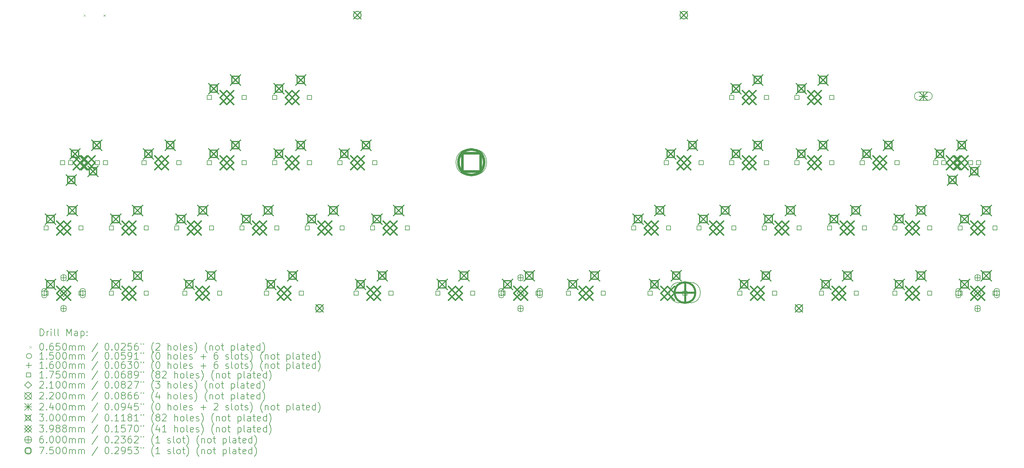
<source format=gbr>
%TF.GenerationSoftware,KiCad,Pcbnew,7.0.1-0*%
%TF.CreationDate,2023-04-15T21:12:02+09:00*%
%TF.ProjectId,Sandy_Base,53616e64-795f-4426-9173-652e6b696361,v.0*%
%TF.SameCoordinates,Original*%
%TF.FileFunction,Drillmap*%
%TF.FilePolarity,Positive*%
%FSLAX45Y45*%
G04 Gerber Fmt 4.5, Leading zero omitted, Abs format (unit mm)*
G04 Created by KiCad (PCBNEW 7.0.1-0) date 2023-04-15 21:12:02*
%MOMM*%
%LPD*%
G01*
G04 APERTURE LIST*
%ADD10C,0.200000*%
%ADD11C,0.065000*%
%ADD12C,0.150000*%
%ADD13C,0.160000*%
%ADD14C,0.175000*%
%ADD15C,0.210000*%
%ADD16C,0.220000*%
%ADD17C,0.240000*%
%ADD18C,0.300000*%
%ADD19C,0.398780*%
%ADD20C,0.600000*%
%ADD21C,0.750000*%
G04 APERTURE END LIST*
D10*
D11*
X3163093Y-2180337D02*
X3228093Y-2245337D01*
X3228093Y-2180337D02*
X3163093Y-2245337D01*
X3741093Y-2180337D02*
X3806093Y-2245337D01*
X3806093Y-2180337D02*
X3741093Y-2245337D01*
D12*
X2097097Y-10320377D02*
G75*
G03*
X2097097Y-10320377I-75000J0D01*
G01*
D10*
X1947097Y-10255377D02*
X1947097Y-10385377D01*
X1947097Y-10385377D02*
G75*
G03*
X2097097Y-10385377I75000J0D01*
G01*
X2097097Y-10385377D02*
X2097097Y-10255377D01*
X2097097Y-10255377D02*
G75*
G03*
X1947097Y-10255377I-75000J0D01*
G01*
D12*
X3217097Y-10320377D02*
G75*
G03*
X3217097Y-10320377I-75000J0D01*
G01*
D10*
X3067097Y-10255377D02*
X3067097Y-10385377D01*
X3067097Y-10385377D02*
G75*
G03*
X3217097Y-10385377I75000J0D01*
G01*
X3217097Y-10385377D02*
X3217097Y-10255377D01*
X3217097Y-10255377D02*
G75*
G03*
X3067097Y-10255377I-75000J0D01*
G01*
D12*
X15432097Y-10320341D02*
G75*
G03*
X15432097Y-10320341I-75000J0D01*
G01*
D10*
X15282097Y-10255341D02*
X15282097Y-10385341D01*
X15282097Y-10385341D02*
G75*
G03*
X15432097Y-10385341I75000J0D01*
G01*
X15432097Y-10385341D02*
X15432097Y-10255341D01*
X15432097Y-10255341D02*
G75*
G03*
X15282097Y-10255341I-75000J0D01*
G01*
D12*
X16552097Y-10320341D02*
G75*
G03*
X16552097Y-10320341I-75000J0D01*
G01*
D10*
X16402097Y-10255341D02*
X16402097Y-10385341D01*
X16402097Y-10385341D02*
G75*
G03*
X16552097Y-10385341I75000J0D01*
G01*
X16552097Y-10385341D02*
X16552097Y-10255341D01*
X16552097Y-10255341D02*
G75*
G03*
X16402097Y-10255341I-75000J0D01*
G01*
D12*
X28767209Y-10320377D02*
G75*
G03*
X28767209Y-10320377I-75000J0D01*
G01*
D10*
X28617209Y-10255377D02*
X28617209Y-10385377D01*
X28617209Y-10385377D02*
G75*
G03*
X28767209Y-10385377I75000J0D01*
G01*
X28767209Y-10385377D02*
X28767209Y-10255377D01*
X28767209Y-10255377D02*
G75*
G03*
X28617209Y-10255377I-75000J0D01*
G01*
D12*
X29887209Y-10320377D02*
G75*
G03*
X29887209Y-10320377I-75000J0D01*
G01*
D10*
X29737209Y-10255377D02*
X29737209Y-10385377D01*
X29737209Y-10385377D02*
G75*
G03*
X29887209Y-10385377I75000J0D01*
G01*
X29887209Y-10385377D02*
X29887209Y-10255377D01*
X29887209Y-10255377D02*
G75*
G03*
X29737209Y-10255377I-75000J0D01*
G01*
D13*
X2582098Y-9790377D02*
X2582098Y-9950377D01*
X2502098Y-9870377D02*
X2662098Y-9870377D01*
D10*
X2502098Y-9855377D02*
X2502098Y-9885377D01*
X2502098Y-9885377D02*
G75*
G03*
X2662098Y-9885377I80000J0D01*
G01*
X2662098Y-9885377D02*
X2662098Y-9855377D01*
X2662098Y-9855377D02*
G75*
G03*
X2502098Y-9855377I-80000J0D01*
G01*
D13*
X2582098Y-10690377D02*
X2582098Y-10850377D01*
X2502098Y-10770377D02*
X2662098Y-10770377D01*
D10*
X2502098Y-10755377D02*
X2502098Y-10785377D01*
X2502098Y-10785377D02*
G75*
G03*
X2662098Y-10785377I80000J0D01*
G01*
X2662098Y-10785377D02*
X2662098Y-10755377D01*
X2662098Y-10755377D02*
G75*
G03*
X2502098Y-10755377I-80000J0D01*
G01*
D13*
X15917097Y-9790341D02*
X15917097Y-9950341D01*
X15837097Y-9870341D02*
X15997097Y-9870341D01*
D10*
X15837097Y-9855341D02*
X15837097Y-9885341D01*
X15837097Y-9885341D02*
G75*
G03*
X15997097Y-9885341I80000J0D01*
G01*
X15997097Y-9885341D02*
X15997097Y-9855341D01*
X15997097Y-9855341D02*
G75*
G03*
X15837097Y-9855341I-80000J0D01*
G01*
D13*
X15917097Y-10690341D02*
X15917097Y-10850341D01*
X15837097Y-10770341D02*
X15997097Y-10770341D01*
D10*
X15837097Y-10755341D02*
X15837097Y-10785341D01*
X15837097Y-10785341D02*
G75*
G03*
X15997097Y-10785341I80000J0D01*
G01*
X15997097Y-10785341D02*
X15997097Y-10755341D01*
X15997097Y-10755341D02*
G75*
G03*
X15837097Y-10755341I-80000J0D01*
G01*
D13*
X29252209Y-9790377D02*
X29252209Y-9950377D01*
X29172209Y-9870377D02*
X29332209Y-9870377D01*
D10*
X29172209Y-9855377D02*
X29172209Y-9885377D01*
X29172209Y-9885377D02*
G75*
G03*
X29332209Y-9885377I80000J0D01*
G01*
X29332209Y-9885377D02*
X29332209Y-9855377D01*
X29332209Y-9855377D02*
G75*
G03*
X29172209Y-9855377I-80000J0D01*
G01*
D13*
X29252209Y-10690377D02*
X29252209Y-10850377D01*
X29172209Y-10770377D02*
X29332209Y-10770377D01*
D10*
X29172209Y-10755377D02*
X29172209Y-10785377D01*
X29172209Y-10785377D02*
G75*
G03*
X29332209Y-10785377I80000J0D01*
G01*
X29332209Y-10785377D02*
X29332209Y-10755377D01*
X29332209Y-10755377D02*
G75*
G03*
X29172209Y-10755377I-80000J0D01*
G01*
D14*
X2135966Y-8477213D02*
X2135966Y-8353468D01*
X2012221Y-8353468D01*
X2012221Y-8477213D01*
X2135966Y-8477213D01*
X2135970Y-10382249D02*
X2135970Y-10258504D01*
X2012225Y-10258504D01*
X2012225Y-10382249D01*
X2135970Y-10382249D01*
X2612220Y-6572249D02*
X2612220Y-6448504D01*
X2488475Y-6448504D01*
X2488475Y-6572249D01*
X2612220Y-6572249D01*
X2850348Y-6572233D02*
X2850348Y-6448488D01*
X2726603Y-6448488D01*
X2726603Y-6572233D01*
X2850348Y-6572233D01*
X3151966Y-8477213D02*
X3151966Y-8353468D01*
X3028221Y-8353468D01*
X3028221Y-8477213D01*
X3151966Y-8477213D01*
X3151970Y-10382249D02*
X3151970Y-10258504D01*
X3028225Y-10258504D01*
X3028225Y-10382249D01*
X3151970Y-10382249D01*
X3628220Y-6572249D02*
X3628220Y-6448504D01*
X3504475Y-6448504D01*
X3504475Y-6572249D01*
X3628220Y-6572249D01*
X3866348Y-6572233D02*
X3866348Y-6448488D01*
X3742603Y-6448488D01*
X3742603Y-6572233D01*
X3866348Y-6572233D01*
X4040970Y-8477249D02*
X4040970Y-8353504D01*
X3917225Y-8353504D01*
X3917225Y-8477249D01*
X4040970Y-8477249D01*
X4040970Y-10382249D02*
X4040970Y-10258504D01*
X3917225Y-10258504D01*
X3917225Y-10382249D01*
X4040970Y-10382249D01*
X4993466Y-6572229D02*
X4993466Y-6448484D01*
X4869721Y-6448484D01*
X4869721Y-6572229D01*
X4993466Y-6572229D01*
X5056970Y-8477249D02*
X5056970Y-8353504D01*
X4933225Y-8353504D01*
X4933225Y-8477249D01*
X5056970Y-8477249D01*
X5056970Y-10382249D02*
X5056970Y-10258504D01*
X4933225Y-10258504D01*
X4933225Y-10382249D01*
X5056970Y-10382249D01*
X5945966Y-8477237D02*
X5945966Y-8353492D01*
X5822221Y-8353492D01*
X5822221Y-8477237D01*
X5945966Y-8477237D01*
X6009466Y-6572229D02*
X6009466Y-6448484D01*
X5885721Y-6448484D01*
X5885721Y-6572229D01*
X6009466Y-6572229D01*
X6184095Y-10382249D02*
X6184095Y-10258504D01*
X6060350Y-10258504D01*
X6060350Y-10382249D01*
X6184095Y-10382249D01*
X6898466Y-4667221D02*
X6898466Y-4543476D01*
X6774721Y-4543476D01*
X6774721Y-4667221D01*
X6898466Y-4667221D01*
X6898466Y-6572229D02*
X6898466Y-6448484D01*
X6774721Y-6448484D01*
X6774721Y-6572229D01*
X6898466Y-6572229D01*
X6961966Y-8477237D02*
X6961966Y-8353492D01*
X6838221Y-8353492D01*
X6838221Y-8477237D01*
X6961966Y-8477237D01*
X7200095Y-10382249D02*
X7200095Y-10258504D01*
X7076350Y-10258504D01*
X7076350Y-10382249D01*
X7200095Y-10382249D01*
X7850966Y-8477237D02*
X7850966Y-8353492D01*
X7727221Y-8353492D01*
X7727221Y-8477237D01*
X7850966Y-8477237D01*
X7914466Y-4667221D02*
X7914466Y-4543476D01*
X7790721Y-4543476D01*
X7790721Y-4667221D01*
X7914466Y-4667221D01*
X7914466Y-6572229D02*
X7914466Y-6448484D01*
X7790721Y-6448484D01*
X7790721Y-6572229D01*
X7914466Y-6572229D01*
X8565372Y-10382249D02*
X8565372Y-10258504D01*
X8441627Y-10258504D01*
X8441627Y-10382249D01*
X8565372Y-10382249D01*
X8803466Y-4667221D02*
X8803466Y-4543476D01*
X8679721Y-4543476D01*
X8679721Y-4667221D01*
X8803466Y-4667221D01*
X8803466Y-6572229D02*
X8803466Y-6448484D01*
X8679721Y-6448484D01*
X8679721Y-6572229D01*
X8803466Y-6572229D01*
X8866966Y-8477237D02*
X8866966Y-8353492D01*
X8743221Y-8353492D01*
X8743221Y-8477237D01*
X8866966Y-8477237D01*
X9581372Y-10382249D02*
X9581372Y-10258504D01*
X9457627Y-10258504D01*
X9457627Y-10382249D01*
X9581372Y-10382249D01*
X9755966Y-8477237D02*
X9755966Y-8353492D01*
X9632221Y-8353492D01*
X9632221Y-8477237D01*
X9755966Y-8477237D01*
X9819466Y-4667221D02*
X9819466Y-4543476D01*
X9695721Y-4543476D01*
X9695721Y-4667221D01*
X9819466Y-4667221D01*
X9819466Y-6572229D02*
X9819466Y-6448484D01*
X9695721Y-6448484D01*
X9695721Y-6572229D01*
X9819466Y-6572229D01*
X10708466Y-6572229D02*
X10708466Y-6448484D01*
X10584721Y-6448484D01*
X10584721Y-6572229D01*
X10708466Y-6572229D01*
X10771966Y-8477237D02*
X10771966Y-8353492D01*
X10648221Y-8353492D01*
X10648221Y-8477237D01*
X10771966Y-8477237D01*
X11184716Y-10382213D02*
X11184716Y-10258468D01*
X11060971Y-10258468D01*
X11060971Y-10382213D01*
X11184716Y-10382213D01*
X11660966Y-8477237D02*
X11660966Y-8353492D01*
X11537221Y-8353492D01*
X11537221Y-8477237D01*
X11660966Y-8477237D01*
X11724466Y-6572229D02*
X11724466Y-6448484D01*
X11600721Y-6448484D01*
X11600721Y-6572229D01*
X11724466Y-6572229D01*
X12200716Y-10382213D02*
X12200716Y-10258468D01*
X12076971Y-10258468D01*
X12076971Y-10382213D01*
X12200716Y-10382213D01*
X12676966Y-8477237D02*
X12676966Y-8353492D01*
X12553221Y-8353492D01*
X12553221Y-8477237D01*
X12676966Y-8477237D01*
X13566010Y-10382249D02*
X13566010Y-10258504D01*
X13442265Y-10258504D01*
X13442265Y-10382249D01*
X13566010Y-10382249D01*
X14582010Y-10382249D02*
X14582010Y-10258504D01*
X14458265Y-10258504D01*
X14458265Y-10382249D01*
X14582010Y-10382249D01*
X15470970Y-10382249D02*
X15470970Y-10258504D01*
X15347225Y-10258504D01*
X15347225Y-10382249D01*
X15470970Y-10382249D01*
X16486970Y-10382249D02*
X16486970Y-10258504D01*
X16363225Y-10258504D01*
X16363225Y-10382249D01*
X16486970Y-10382249D01*
X17375970Y-10382249D02*
X17375970Y-10258504D01*
X17252225Y-10258504D01*
X17252225Y-10382249D01*
X17375970Y-10382249D01*
X18391970Y-10382249D02*
X18391970Y-10258504D01*
X18268225Y-10258504D01*
X18268225Y-10382249D01*
X18391970Y-10382249D01*
X19281026Y-8477237D02*
X19281026Y-8353492D01*
X19157281Y-8353492D01*
X19157281Y-8477237D01*
X19281026Y-8477237D01*
X19757216Y-10382213D02*
X19757216Y-10258468D01*
X19633471Y-10258468D01*
X19633471Y-10382213D01*
X19757216Y-10382213D01*
X20233530Y-6572229D02*
X20233530Y-6448484D01*
X20109785Y-6448484D01*
X20109785Y-6572229D01*
X20233530Y-6572229D01*
X20297026Y-8477237D02*
X20297026Y-8353492D01*
X20173281Y-8353492D01*
X20173281Y-8477237D01*
X20297026Y-8477237D01*
X20773216Y-10382213D02*
X20773216Y-10258468D01*
X20649471Y-10258468D01*
X20649471Y-10382213D01*
X20773216Y-10382213D01*
X21186034Y-8477237D02*
X21186034Y-8353492D01*
X21062289Y-8353492D01*
X21062289Y-8477237D01*
X21186034Y-8477237D01*
X21249530Y-6572229D02*
X21249530Y-6448484D01*
X21125785Y-6448484D01*
X21125785Y-6572229D01*
X21249530Y-6572229D01*
X22138538Y-4667225D02*
X22138538Y-4543480D01*
X22014793Y-4543480D01*
X22014793Y-4667225D01*
X22138538Y-4667225D01*
X22138538Y-6572233D02*
X22138538Y-6448488D01*
X22014793Y-6448488D01*
X22014793Y-6572233D01*
X22138538Y-6572233D01*
X22202034Y-8477237D02*
X22202034Y-8353492D01*
X22078289Y-8353492D01*
X22078289Y-8477237D01*
X22202034Y-8477237D01*
X22376595Y-10382249D02*
X22376595Y-10258504D01*
X22252850Y-10258504D01*
X22252850Y-10382249D01*
X22376595Y-10382249D01*
X23091042Y-8477241D02*
X23091042Y-8353496D01*
X22967297Y-8353496D01*
X22967297Y-8477241D01*
X23091042Y-8477241D01*
X23154538Y-4667225D02*
X23154538Y-4543480D01*
X23030793Y-4543480D01*
X23030793Y-4667225D01*
X23154538Y-4667225D01*
X23154538Y-6572233D02*
X23154538Y-6448488D01*
X23030793Y-6448488D01*
X23030793Y-6572233D01*
X23154538Y-6572233D01*
X23392595Y-10382249D02*
X23392595Y-10258504D01*
X23268850Y-10258504D01*
X23268850Y-10382249D01*
X23392595Y-10382249D01*
X24043546Y-4667225D02*
X24043546Y-4543480D01*
X23919801Y-4543480D01*
X23919801Y-4667225D01*
X24043546Y-4667225D01*
X24043546Y-6572233D02*
X24043546Y-6448488D01*
X23919801Y-6448488D01*
X23919801Y-6572233D01*
X24043546Y-6572233D01*
X24107042Y-8477241D02*
X24107042Y-8353496D01*
X23983297Y-8353496D01*
X23983297Y-8477241D01*
X24107042Y-8477241D01*
X24757841Y-10382213D02*
X24757841Y-10258468D01*
X24634096Y-10258468D01*
X24634096Y-10382213D01*
X24757841Y-10382213D01*
X24996050Y-8477241D02*
X24996050Y-8353496D01*
X24872305Y-8353496D01*
X24872305Y-8477241D01*
X24996050Y-8477241D01*
X25059546Y-4667225D02*
X25059546Y-4543480D01*
X24935801Y-4543480D01*
X24935801Y-4667225D01*
X25059546Y-4667225D01*
X25059546Y-6572233D02*
X25059546Y-6448488D01*
X24935801Y-6448488D01*
X24935801Y-6572233D01*
X25059546Y-6572233D01*
X25773841Y-10382213D02*
X25773841Y-10258468D01*
X25650096Y-10258468D01*
X25650096Y-10382213D01*
X25773841Y-10382213D01*
X25948470Y-6572249D02*
X25948470Y-6448504D01*
X25824725Y-6448504D01*
X25824725Y-6572249D01*
X25948470Y-6572249D01*
X26012050Y-8477241D02*
X26012050Y-8353496D01*
X25888305Y-8353496D01*
X25888305Y-8477241D01*
X26012050Y-8477241D01*
X26901074Y-8477241D02*
X26901074Y-8353496D01*
X26777329Y-8353496D01*
X26777329Y-8477241D01*
X26901074Y-8477241D01*
X26901074Y-10382245D02*
X26901074Y-10258500D01*
X26777329Y-10258500D01*
X26777329Y-10382245D01*
X26901074Y-10382245D01*
X26964470Y-6572249D02*
X26964470Y-6448504D01*
X26840725Y-6448504D01*
X26840725Y-6572249D01*
X26964470Y-6572249D01*
X27917074Y-8477241D02*
X27917074Y-8353496D01*
X27793329Y-8353496D01*
X27793329Y-8477241D01*
X27917074Y-8477241D01*
X27917074Y-10382245D02*
X27917074Y-10258500D01*
X27793329Y-10258500D01*
X27793329Y-10382245D01*
X27917074Y-10382245D01*
X28091591Y-6572233D02*
X28091591Y-6448488D01*
X27967846Y-6448488D01*
X27967846Y-6572233D01*
X28091591Y-6572233D01*
X28329814Y-6572233D02*
X28329814Y-6448488D01*
X28206069Y-6448488D01*
X28206069Y-6572233D01*
X28329814Y-6572233D01*
X28806082Y-8477241D02*
X28806082Y-8353496D01*
X28682337Y-8353496D01*
X28682337Y-8477241D01*
X28806082Y-8477241D01*
X28806082Y-10382249D02*
X28806082Y-10258504D01*
X28682337Y-10258504D01*
X28682337Y-10382249D01*
X28806082Y-10382249D01*
X29107591Y-6572233D02*
X29107591Y-6448488D01*
X28983846Y-6448488D01*
X28983846Y-6572233D01*
X29107591Y-6572233D01*
X29345814Y-6572233D02*
X29345814Y-6448488D01*
X29222069Y-6448488D01*
X29222069Y-6572233D01*
X29345814Y-6572233D01*
X29822082Y-8477241D02*
X29822082Y-8353496D01*
X29698337Y-8353496D01*
X29698337Y-8477241D01*
X29822082Y-8477241D01*
X29822082Y-10382249D02*
X29822082Y-10258504D01*
X29698337Y-10258504D01*
X29698337Y-10382249D01*
X29822082Y-10382249D01*
D15*
X2582098Y-10425377D02*
X2687098Y-10320377D01*
X2582098Y-10215377D01*
X2477098Y-10320377D01*
X2582098Y-10425377D01*
X15917097Y-10425341D02*
X16022097Y-10320341D01*
X15917097Y-10215341D01*
X15812097Y-10320341D01*
X15917097Y-10425341D01*
X29252209Y-10425377D02*
X29357209Y-10320377D01*
X29252209Y-10215377D01*
X29147209Y-10320377D01*
X29252209Y-10425377D01*
D16*
X9939594Y-10652837D02*
X10159594Y-10872837D01*
X10159594Y-10652837D02*
X9939594Y-10872837D01*
X10159594Y-10762837D02*
G75*
G03*
X10159594Y-10762837I-110000J0D01*
G01*
X11044594Y-2092836D02*
X11264593Y-2312837D01*
X11264593Y-2092836D02*
X11044594Y-2312837D01*
X11264593Y-2202837D02*
G75*
G03*
X11264593Y-2202837I-110000J0D01*
G01*
X20569594Y-2092836D02*
X20789594Y-2312837D01*
X20789594Y-2092836D02*
X20569594Y-2312837D01*
X20789594Y-2202837D02*
G75*
G03*
X20789594Y-2202837I-110000J0D01*
G01*
X23929593Y-10652837D02*
X24149593Y-10872837D01*
X24149593Y-10652837D02*
X23929593Y-10872837D01*
X24149593Y-10762837D02*
G75*
G03*
X24149593Y-10762837I-110000J0D01*
G01*
D17*
X27549593Y-4447837D02*
X27789593Y-4687837D01*
X27789593Y-4447837D02*
X27549593Y-4687837D01*
X27669593Y-4447837D02*
X27669593Y-4687837D01*
X27549593Y-4567837D02*
X27789593Y-4567837D01*
D10*
X27529593Y-4687837D02*
X27809593Y-4687837D01*
X27809593Y-4687837D02*
G75*
G03*
X27809593Y-4447837I0J120000D01*
G01*
X27809593Y-4447837D02*
X27529593Y-4447837D01*
X27529593Y-4447837D02*
G75*
G03*
X27529593Y-4687837I0J-120000D01*
G01*
D17*
X27549593Y-4447837D02*
X27789593Y-4687837D01*
X27789593Y-4447837D02*
X27549593Y-4687837D01*
X27669593Y-4447837D02*
X27669593Y-4687837D01*
X27549593Y-4567837D02*
X27789593Y-4567837D01*
D10*
X27529593Y-4687837D02*
X27809593Y-4687837D01*
X27809593Y-4687837D02*
G75*
G03*
X27809593Y-4447837I0J120000D01*
G01*
X27809593Y-4447837D02*
X27529593Y-4447837D01*
X27529593Y-4447837D02*
G75*
G03*
X27529593Y-4687837I0J-120000D01*
G01*
D18*
X2051093Y-8011340D02*
X2351094Y-8311340D01*
X2351094Y-8011340D02*
X2051093Y-8311340D01*
X2307161Y-8267407D02*
X2307161Y-8055273D01*
X2095026Y-8055273D01*
X2095026Y-8267407D01*
X2307161Y-8267407D01*
X2051097Y-9916377D02*
X2351098Y-10216377D01*
X2351098Y-9916377D02*
X2051097Y-10216377D01*
X2307165Y-10172444D02*
X2307165Y-9960310D01*
X2095030Y-9960310D01*
X2095030Y-10172444D01*
X2307165Y-10172444D01*
X2654348Y-6868376D02*
X2954347Y-7168376D01*
X2954347Y-6868376D02*
X2654348Y-7168376D01*
X2910414Y-7124443D02*
X2910414Y-6912309D01*
X2698281Y-6912309D01*
X2698281Y-7124443D01*
X2910414Y-7124443D01*
X2686094Y-7757340D02*
X2986093Y-8057340D01*
X2986093Y-7757340D02*
X2686094Y-8057340D01*
X2942160Y-8013407D02*
X2942160Y-7801273D01*
X2730027Y-7801273D01*
X2730027Y-8013407D01*
X2942160Y-8013407D01*
X2686098Y-9662377D02*
X2986097Y-9962377D01*
X2986097Y-9662377D02*
X2686098Y-9962377D01*
X2942164Y-9918444D02*
X2942164Y-9706310D01*
X2730031Y-9706310D01*
X2730031Y-9918444D01*
X2942164Y-9918444D01*
X2765476Y-6106360D02*
X3065475Y-6406360D01*
X3065475Y-6106360D02*
X2765476Y-6406360D01*
X3021542Y-6362427D02*
X3021542Y-6150293D01*
X2809408Y-6150293D01*
X2809408Y-6362427D01*
X3021542Y-6362427D01*
X3289347Y-6614376D02*
X3589347Y-6914376D01*
X3589347Y-6614376D02*
X3289347Y-6914376D01*
X3545414Y-6870443D02*
X3545414Y-6658309D01*
X3333280Y-6658309D01*
X3333280Y-6870443D01*
X3545414Y-6870443D01*
X3400475Y-5852360D02*
X3700475Y-6152360D01*
X3700475Y-5852360D02*
X3400475Y-6152360D01*
X3656542Y-6108427D02*
X3656542Y-5896293D01*
X3444408Y-5896293D01*
X3444408Y-6108427D01*
X3656542Y-6108427D01*
X3956097Y-8011376D02*
X4256098Y-8311376D01*
X4256098Y-8011376D02*
X3956097Y-8311376D01*
X4212165Y-8267443D02*
X4212165Y-8055309D01*
X4000030Y-8055309D01*
X4000030Y-8267443D01*
X4212165Y-8267443D01*
X3956097Y-9916377D02*
X4256098Y-10216377D01*
X4256098Y-9916377D02*
X3956097Y-10216377D01*
X4212165Y-10172444D02*
X4212165Y-9960310D01*
X4000030Y-9960310D01*
X4000030Y-10172444D01*
X4212165Y-10172444D01*
X4591098Y-7757376D02*
X4891098Y-8057376D01*
X4891098Y-7757376D02*
X4591098Y-8057376D01*
X4847165Y-8013443D02*
X4847165Y-7801309D01*
X4635031Y-7801309D01*
X4635031Y-8013443D01*
X4847165Y-8013443D01*
X4591098Y-9662377D02*
X4891098Y-9962377D01*
X4891098Y-9662377D02*
X4591098Y-9962377D01*
X4847165Y-9918444D02*
X4847165Y-9706310D01*
X4635031Y-9706310D01*
X4635031Y-9918444D01*
X4847165Y-9918444D01*
X4908594Y-6106356D02*
X5208594Y-6406356D01*
X5208594Y-6106356D02*
X4908594Y-6406356D01*
X5164661Y-6362423D02*
X5164661Y-6150289D01*
X4952527Y-6150289D01*
X4952527Y-6362423D01*
X5164661Y-6362423D01*
X5543594Y-5852356D02*
X5843593Y-6152356D01*
X5843593Y-5852356D02*
X5543594Y-6152356D01*
X5799660Y-6108423D02*
X5799660Y-5896289D01*
X5587527Y-5896289D01*
X5587527Y-6108423D01*
X5799660Y-6108423D01*
X5861093Y-8011364D02*
X6161093Y-8311364D01*
X6161093Y-8011364D02*
X5861093Y-8311364D01*
X6117160Y-8267431D02*
X6117160Y-8055297D01*
X5905026Y-8055297D01*
X5905026Y-8267431D01*
X6117160Y-8267431D01*
X6099222Y-9916377D02*
X6399222Y-10216377D01*
X6399222Y-9916377D02*
X6099222Y-10216377D01*
X6355289Y-10172444D02*
X6355289Y-9960310D01*
X6143155Y-9960310D01*
X6143155Y-10172444D01*
X6355289Y-10172444D01*
X6496093Y-7757364D02*
X6796093Y-8057364D01*
X6796093Y-7757364D02*
X6496093Y-8057364D01*
X6752160Y-8013431D02*
X6752160Y-7801297D01*
X6540026Y-7801297D01*
X6540026Y-8013431D01*
X6752160Y-8013431D01*
X6734222Y-9662377D02*
X7034222Y-9962377D01*
X7034222Y-9662377D02*
X6734222Y-9962377D01*
X6990289Y-9918444D02*
X6990289Y-9706310D01*
X6778155Y-9706310D01*
X6778155Y-9918444D01*
X6990289Y-9918444D01*
X6813593Y-4201349D02*
X7113593Y-4501349D01*
X7113593Y-4201349D02*
X6813593Y-4501349D01*
X7069660Y-4457416D02*
X7069660Y-4245282D01*
X6857526Y-4245282D01*
X6857526Y-4457416D01*
X7069660Y-4457416D01*
X6813593Y-6106356D02*
X7113593Y-6406356D01*
X7113593Y-6106356D02*
X6813593Y-6406356D01*
X7069660Y-6362423D02*
X7069660Y-6150289D01*
X6857526Y-6150289D01*
X6857526Y-6362423D01*
X7069660Y-6362423D01*
X7448593Y-3947348D02*
X7748593Y-4247349D01*
X7748593Y-3947348D02*
X7448593Y-4247349D01*
X7704660Y-4203416D02*
X7704660Y-3991281D01*
X7492526Y-3991281D01*
X7492526Y-4203416D01*
X7704660Y-4203416D01*
X7448593Y-5852356D02*
X7748593Y-6152356D01*
X7748593Y-5852356D02*
X7448593Y-6152356D01*
X7704660Y-6108423D02*
X7704660Y-5896289D01*
X7492526Y-5896289D01*
X7492526Y-6108423D01*
X7704660Y-6108423D01*
X7766093Y-8011364D02*
X8066093Y-8311364D01*
X8066093Y-8011364D02*
X7766093Y-8311364D01*
X8022160Y-8267431D02*
X8022160Y-8055297D01*
X7810026Y-8055297D01*
X7810026Y-8267431D01*
X8022160Y-8267431D01*
X8401094Y-7757364D02*
X8701094Y-8057364D01*
X8701094Y-7757364D02*
X8401094Y-8057364D01*
X8657161Y-8013431D02*
X8657161Y-7801297D01*
X8445027Y-7801297D01*
X8445027Y-8013431D01*
X8657161Y-8013431D01*
X8480500Y-9916377D02*
X8780500Y-10216377D01*
X8780500Y-9916377D02*
X8480500Y-10216377D01*
X8736567Y-10172444D02*
X8736567Y-9960310D01*
X8524433Y-9960310D01*
X8524433Y-10172444D01*
X8736567Y-10172444D01*
X8718594Y-4201349D02*
X9018594Y-4501349D01*
X9018594Y-4201349D02*
X8718594Y-4501349D01*
X8974661Y-4457416D02*
X8974661Y-4245282D01*
X8762527Y-4245282D01*
X8762527Y-4457416D01*
X8974661Y-4457416D01*
X8718594Y-6106356D02*
X9018594Y-6406356D01*
X9018594Y-6106356D02*
X8718594Y-6406356D01*
X8974661Y-6362423D02*
X8974661Y-6150289D01*
X8762527Y-6150289D01*
X8762527Y-6362423D01*
X8974661Y-6362423D01*
X9115500Y-9662377D02*
X9415500Y-9962377D01*
X9415500Y-9662377D02*
X9115500Y-9962377D01*
X9371567Y-9918444D02*
X9371567Y-9706310D01*
X9159433Y-9706310D01*
X9159433Y-9918444D01*
X9371567Y-9918444D01*
X9353594Y-3947348D02*
X9653594Y-4247349D01*
X9653594Y-3947348D02*
X9353594Y-4247349D01*
X9609661Y-4203416D02*
X9609661Y-3991281D01*
X9397527Y-3991281D01*
X9397527Y-4203416D01*
X9609661Y-4203416D01*
X9353594Y-5852356D02*
X9653594Y-6152356D01*
X9653594Y-5852356D02*
X9353594Y-6152356D01*
X9609661Y-6108423D02*
X9609661Y-5896289D01*
X9397527Y-5896289D01*
X9397527Y-6108423D01*
X9609661Y-6108423D01*
X9671094Y-8011364D02*
X9971094Y-8311364D01*
X9971094Y-8011364D02*
X9671094Y-8311364D01*
X9927161Y-8267431D02*
X9927161Y-8055297D01*
X9715027Y-8055297D01*
X9715027Y-8267431D01*
X9927161Y-8267431D01*
X10306094Y-7757364D02*
X10606094Y-8057364D01*
X10606094Y-7757364D02*
X10306094Y-8057364D01*
X10562161Y-8013431D02*
X10562161Y-7801297D01*
X10350027Y-7801297D01*
X10350027Y-8013431D01*
X10562161Y-8013431D01*
X10623594Y-6106356D02*
X10923594Y-6406356D01*
X10923594Y-6106356D02*
X10623594Y-6406356D01*
X10879661Y-6362423D02*
X10879661Y-6150289D01*
X10667527Y-6150289D01*
X10667527Y-6362423D01*
X10879661Y-6362423D01*
X11099844Y-9916341D02*
X11399843Y-10216341D01*
X11399843Y-9916341D02*
X11099844Y-10216341D01*
X11355910Y-10172408D02*
X11355910Y-9960274D01*
X11143777Y-9960274D01*
X11143777Y-10172408D01*
X11355910Y-10172408D01*
X11258593Y-5852356D02*
X11558593Y-6152356D01*
X11558593Y-5852356D02*
X11258593Y-6152356D01*
X11514660Y-6108423D02*
X11514660Y-5896289D01*
X11302526Y-5896289D01*
X11302526Y-6108423D01*
X11514660Y-6108423D01*
X11576093Y-8011364D02*
X11876093Y-8311364D01*
X11876093Y-8011364D02*
X11576093Y-8311364D01*
X11832160Y-8267431D02*
X11832160Y-8055297D01*
X11620026Y-8055297D01*
X11620026Y-8267431D01*
X11832160Y-8267431D01*
X11734843Y-9662341D02*
X12034843Y-9962341D01*
X12034843Y-9662341D02*
X11734843Y-9962341D01*
X11990910Y-9918408D02*
X11990910Y-9706274D01*
X11778776Y-9706274D01*
X11778776Y-9918408D01*
X11990910Y-9918408D01*
X12211093Y-7757364D02*
X12511093Y-8057364D01*
X12511093Y-7757364D02*
X12211093Y-8057364D01*
X12467160Y-8013431D02*
X12467160Y-7801297D01*
X12255026Y-7801297D01*
X12255026Y-8013431D01*
X12467160Y-8013431D01*
X13481137Y-9916377D02*
X13781137Y-10216377D01*
X13781137Y-9916377D02*
X13481137Y-10216377D01*
X13737204Y-10172444D02*
X13737204Y-9960310D01*
X13525070Y-9960310D01*
X13525070Y-10172444D01*
X13737204Y-10172444D01*
X14116137Y-9662377D02*
X14416137Y-9962377D01*
X14416137Y-9662377D02*
X14116137Y-9962377D01*
X14372204Y-9918444D02*
X14372204Y-9706310D01*
X14160070Y-9706310D01*
X14160070Y-9918444D01*
X14372204Y-9918444D01*
X15386097Y-9916377D02*
X15686097Y-10216377D01*
X15686097Y-9916377D02*
X15386097Y-10216377D01*
X15642164Y-10172444D02*
X15642164Y-9960310D01*
X15430030Y-9960310D01*
X15430030Y-10172444D01*
X15642164Y-10172444D01*
X16021097Y-9662377D02*
X16321097Y-9962377D01*
X16321097Y-9662377D02*
X16021097Y-9962377D01*
X16277164Y-9918444D02*
X16277164Y-9706310D01*
X16065030Y-9706310D01*
X16065030Y-9918444D01*
X16277164Y-9918444D01*
X17291098Y-9916377D02*
X17591098Y-10216377D01*
X17591098Y-9916377D02*
X17291098Y-10216377D01*
X17547165Y-10172444D02*
X17547165Y-9960310D01*
X17335031Y-9960310D01*
X17335031Y-10172444D01*
X17547165Y-10172444D01*
X17926098Y-9662377D02*
X18226098Y-9962377D01*
X18226098Y-9662377D02*
X17926098Y-9962377D01*
X18182165Y-9918444D02*
X18182165Y-9706310D01*
X17970031Y-9706310D01*
X17970031Y-9918444D01*
X18182165Y-9918444D01*
X19196154Y-8011364D02*
X19496154Y-8311364D01*
X19496154Y-8011364D02*
X19196154Y-8311364D01*
X19452221Y-8267431D02*
X19452221Y-8055297D01*
X19240087Y-8055297D01*
X19240087Y-8267431D01*
X19452221Y-8267431D01*
X19672344Y-9916341D02*
X19972344Y-10216341D01*
X19972344Y-9916341D02*
X19672344Y-10216341D01*
X19928411Y-10172408D02*
X19928411Y-9960274D01*
X19716277Y-9960274D01*
X19716277Y-10172408D01*
X19928411Y-10172408D01*
X19831154Y-7757364D02*
X20131154Y-8057364D01*
X20131154Y-7757364D02*
X19831154Y-8057364D01*
X20087221Y-8013431D02*
X20087221Y-7801297D01*
X19875087Y-7801297D01*
X19875087Y-8013431D01*
X20087221Y-8013431D01*
X20148658Y-6106356D02*
X20448658Y-6406356D01*
X20448658Y-6106356D02*
X20148658Y-6406356D01*
X20404725Y-6362423D02*
X20404725Y-6150289D01*
X20192591Y-6150289D01*
X20192591Y-6362423D01*
X20404725Y-6362423D01*
X20307344Y-9662341D02*
X20607344Y-9962341D01*
X20607344Y-9662341D02*
X20307344Y-9962341D01*
X20563411Y-9918408D02*
X20563411Y-9706274D01*
X20351277Y-9706274D01*
X20351277Y-9918408D01*
X20563411Y-9918408D01*
X20783658Y-5852356D02*
X21083658Y-6152356D01*
X21083658Y-5852356D02*
X20783658Y-6152356D01*
X21039725Y-6108423D02*
X21039725Y-5896289D01*
X20827591Y-5896289D01*
X20827591Y-6108423D01*
X21039725Y-6108423D01*
X21101162Y-8011364D02*
X21401162Y-8311364D01*
X21401162Y-8011364D02*
X21101162Y-8311364D01*
X21357229Y-8267431D02*
X21357229Y-8055297D01*
X21145095Y-8055297D01*
X21145095Y-8267431D01*
X21357229Y-8267431D01*
X21736162Y-7757364D02*
X22036162Y-8057364D01*
X22036162Y-7757364D02*
X21736162Y-8057364D01*
X21992229Y-8013431D02*
X21992229Y-7801297D01*
X21780095Y-7801297D01*
X21780095Y-8013431D01*
X21992229Y-8013431D01*
X22053666Y-4201353D02*
X22353666Y-4501353D01*
X22353666Y-4201353D02*
X22053666Y-4501353D01*
X22309733Y-4457420D02*
X22309733Y-4245286D01*
X22097599Y-4245286D01*
X22097599Y-4457420D01*
X22309733Y-4457420D01*
X22053666Y-6106360D02*
X22353666Y-6406360D01*
X22353666Y-6106360D02*
X22053666Y-6406360D01*
X22309733Y-6362427D02*
X22309733Y-6150293D01*
X22097599Y-6150293D01*
X22097599Y-6362427D01*
X22309733Y-6362427D01*
X22291723Y-9916377D02*
X22591722Y-10216377D01*
X22591722Y-9916377D02*
X22291723Y-10216377D01*
X22547789Y-10172444D02*
X22547789Y-9960310D01*
X22335656Y-9960310D01*
X22335656Y-10172444D01*
X22547789Y-10172444D01*
X22688665Y-3947352D02*
X22988665Y-4247353D01*
X22988665Y-3947352D02*
X22688665Y-4247353D01*
X22944732Y-4203420D02*
X22944732Y-3991285D01*
X22732598Y-3991285D01*
X22732598Y-4203420D01*
X22944732Y-4203420D01*
X22688665Y-5852360D02*
X22988665Y-6152360D01*
X22988665Y-5852360D02*
X22688665Y-6152360D01*
X22944732Y-6108427D02*
X22944732Y-5896293D01*
X22732598Y-5896293D01*
X22732598Y-6108427D01*
X22944732Y-6108427D01*
X22926722Y-9662377D02*
X23226722Y-9962377D01*
X23226722Y-9662377D02*
X22926722Y-9962377D01*
X23182789Y-9918444D02*
X23182789Y-9706310D01*
X22970655Y-9706310D01*
X22970655Y-9918444D01*
X23182789Y-9918444D01*
X23006169Y-8011368D02*
X23306169Y-8311368D01*
X23306169Y-8011368D02*
X23006169Y-8311368D01*
X23262236Y-8267435D02*
X23262236Y-8055301D01*
X23050102Y-8055301D01*
X23050102Y-8267435D01*
X23262236Y-8267435D01*
X23641169Y-7757368D02*
X23941169Y-8057368D01*
X23941169Y-7757368D02*
X23641169Y-8057368D01*
X23897236Y-8013435D02*
X23897236Y-7801301D01*
X23685102Y-7801301D01*
X23685102Y-8013435D01*
X23897236Y-8013435D01*
X23958673Y-4201353D02*
X24258673Y-4501353D01*
X24258673Y-4201353D02*
X23958673Y-4501353D01*
X24214740Y-4457420D02*
X24214740Y-4245286D01*
X24002606Y-4245286D01*
X24002606Y-4457420D01*
X24214740Y-4457420D01*
X23958673Y-6106360D02*
X24258673Y-6406360D01*
X24258673Y-6106360D02*
X23958673Y-6406360D01*
X24214740Y-6362427D02*
X24214740Y-6150293D01*
X24002606Y-6150293D01*
X24002606Y-6362427D01*
X24214740Y-6362427D01*
X24593673Y-3947352D02*
X24893673Y-4247353D01*
X24893673Y-3947352D02*
X24593673Y-4247353D01*
X24849740Y-4203420D02*
X24849740Y-3991285D01*
X24637606Y-3991285D01*
X24637606Y-4203420D01*
X24849740Y-4203420D01*
X24593673Y-5852360D02*
X24893673Y-6152360D01*
X24893673Y-5852360D02*
X24593673Y-6152360D01*
X24849740Y-6108427D02*
X24849740Y-5896293D01*
X24637606Y-5896293D01*
X24637606Y-6108427D01*
X24849740Y-6108427D01*
X24672968Y-9916341D02*
X24972968Y-10216341D01*
X24972968Y-9916341D02*
X24672968Y-10216341D01*
X24929035Y-10172408D02*
X24929035Y-9960274D01*
X24716901Y-9960274D01*
X24716901Y-10172408D01*
X24929035Y-10172408D01*
X24911177Y-8011368D02*
X25211177Y-8311368D01*
X25211177Y-8011368D02*
X24911177Y-8311368D01*
X25167244Y-8267435D02*
X25167244Y-8055301D01*
X24955110Y-8055301D01*
X24955110Y-8267435D01*
X25167244Y-8267435D01*
X25307968Y-9662341D02*
X25607968Y-9962341D01*
X25607968Y-9662341D02*
X25307968Y-9962341D01*
X25564035Y-9918408D02*
X25564035Y-9706274D01*
X25351901Y-9706274D01*
X25351901Y-9918408D01*
X25564035Y-9918408D01*
X25546177Y-7757368D02*
X25846177Y-8057368D01*
X25846177Y-7757368D02*
X25546177Y-8057368D01*
X25802244Y-8013435D02*
X25802244Y-7801301D01*
X25590110Y-7801301D01*
X25590110Y-8013435D01*
X25802244Y-8013435D01*
X25863597Y-6106376D02*
X26163597Y-6406376D01*
X26163597Y-6106376D02*
X25863597Y-6406376D01*
X26119664Y-6362443D02*
X26119664Y-6150309D01*
X25907530Y-6150309D01*
X25907530Y-6362443D01*
X26119664Y-6362443D01*
X26498597Y-5852376D02*
X26798597Y-6152376D01*
X26798597Y-5852376D02*
X26498597Y-6152376D01*
X26754664Y-6108443D02*
X26754664Y-5896309D01*
X26542530Y-5896309D01*
X26542530Y-6108443D01*
X26754664Y-6108443D01*
X26816201Y-8011368D02*
X27116201Y-8311368D01*
X27116201Y-8011368D02*
X26816201Y-8311368D01*
X27072268Y-8267435D02*
X27072268Y-8055301D01*
X26860134Y-8055301D01*
X26860134Y-8267435D01*
X27072268Y-8267435D01*
X26816201Y-9916373D02*
X27116201Y-10216373D01*
X27116201Y-9916373D02*
X26816201Y-10216373D01*
X27072268Y-10172440D02*
X27072268Y-9960306D01*
X26860134Y-9960306D01*
X26860134Y-10172440D01*
X27072268Y-10172440D01*
X27451201Y-7757368D02*
X27751201Y-8057368D01*
X27751201Y-7757368D02*
X27451201Y-8057368D01*
X27707268Y-8013435D02*
X27707268Y-7801301D01*
X27495134Y-7801301D01*
X27495134Y-8013435D01*
X27707268Y-8013435D01*
X27451201Y-9662373D02*
X27751201Y-9962373D01*
X27751201Y-9662373D02*
X27451201Y-9962373D01*
X27707268Y-9918440D02*
X27707268Y-9706306D01*
X27495134Y-9706306D01*
X27495134Y-9918440D01*
X27707268Y-9918440D01*
X28006718Y-6106360D02*
X28306718Y-6406360D01*
X28306718Y-6106360D02*
X28006718Y-6406360D01*
X28262785Y-6362427D02*
X28262785Y-6150293D01*
X28050651Y-6150293D01*
X28050651Y-6362427D01*
X28262785Y-6362427D01*
X28371941Y-6868360D02*
X28671941Y-7168360D01*
X28671941Y-6868360D02*
X28371941Y-7168360D01*
X28628008Y-7124427D02*
X28628008Y-6912293D01*
X28415874Y-6912293D01*
X28415874Y-7124427D01*
X28628008Y-7124427D01*
X28641718Y-5852360D02*
X28941718Y-6152360D01*
X28941718Y-5852360D02*
X28641718Y-6152360D01*
X28897785Y-6108427D02*
X28897785Y-5896293D01*
X28685651Y-5896293D01*
X28685651Y-6108427D01*
X28897785Y-6108427D01*
X28721209Y-8011368D02*
X29021209Y-8311368D01*
X29021209Y-8011368D02*
X28721209Y-8311368D01*
X28977276Y-8267435D02*
X28977276Y-8055301D01*
X28765142Y-8055301D01*
X28765142Y-8267435D01*
X28977276Y-8267435D01*
X28721209Y-9916377D02*
X29021209Y-10216377D01*
X29021209Y-9916377D02*
X28721209Y-10216377D01*
X28977276Y-10172444D02*
X28977276Y-9960310D01*
X28765142Y-9960310D01*
X28765142Y-10172444D01*
X28977276Y-10172444D01*
X29006941Y-6614360D02*
X29306941Y-6914360D01*
X29306941Y-6614360D02*
X29006941Y-6914360D01*
X29263008Y-6870427D02*
X29263008Y-6658293D01*
X29050874Y-6658293D01*
X29050874Y-6870427D01*
X29263008Y-6870427D01*
X29356209Y-7757368D02*
X29656209Y-8057368D01*
X29656209Y-7757368D02*
X29356209Y-8057368D01*
X29612276Y-8013435D02*
X29612276Y-7801301D01*
X29400142Y-7801301D01*
X29400142Y-8013435D01*
X29612276Y-8013435D01*
X29356209Y-9662377D02*
X29656209Y-9962377D01*
X29656209Y-9662377D02*
X29356209Y-9962377D01*
X29612276Y-9918444D02*
X29612276Y-9706310D01*
X29400142Y-9706310D01*
X29400142Y-9918444D01*
X29612276Y-9918444D01*
D19*
X2382704Y-8215950D02*
X2781484Y-8614731D01*
X2781484Y-8215950D02*
X2382704Y-8614731D01*
X2582094Y-8614731D02*
X2781484Y-8415341D01*
X2582094Y-8215950D01*
X2382704Y-8415341D01*
X2582094Y-8614731D01*
X2382708Y-10120987D02*
X2781488Y-10519767D01*
X2781488Y-10120987D02*
X2382708Y-10519767D01*
X2582098Y-10519767D02*
X2781488Y-10320377D01*
X2582098Y-10120987D01*
X2382708Y-10320377D01*
X2582098Y-10519767D01*
X2858957Y-6310986D02*
X3257737Y-6709766D01*
X3257737Y-6310986D02*
X2858957Y-6709766D01*
X3058347Y-6709766D02*
X3257737Y-6510376D01*
X3058347Y-6310986D01*
X2858957Y-6510376D01*
X3058347Y-6709766D01*
X3097085Y-6310970D02*
X3495865Y-6709750D01*
X3495865Y-6310970D02*
X3097085Y-6709750D01*
X3296475Y-6709750D02*
X3495865Y-6510360D01*
X3296475Y-6310970D01*
X3097085Y-6510360D01*
X3296475Y-6709750D01*
X4287708Y-8215986D02*
X4686488Y-8614767D01*
X4686488Y-8215986D02*
X4287708Y-8614767D01*
X4487098Y-8614767D02*
X4686488Y-8415377D01*
X4487098Y-8215986D01*
X4287708Y-8415377D01*
X4487098Y-8614767D01*
X4287708Y-10120987D02*
X4686488Y-10519767D01*
X4686488Y-10120987D02*
X4287708Y-10519767D01*
X4487098Y-10519767D02*
X4686488Y-10320377D01*
X4487098Y-10120987D01*
X4287708Y-10320377D01*
X4487098Y-10519767D01*
X5240204Y-6310966D02*
X5638983Y-6709746D01*
X5638983Y-6310966D02*
X5240204Y-6709746D01*
X5439594Y-6709746D02*
X5638983Y-6510356D01*
X5439594Y-6310966D01*
X5240204Y-6510356D01*
X5439594Y-6709746D01*
X6192703Y-8215974D02*
X6591483Y-8614755D01*
X6591483Y-8215974D02*
X6192703Y-8614755D01*
X6392093Y-8614755D02*
X6591483Y-8415365D01*
X6392093Y-8215974D01*
X6192703Y-8415365D01*
X6392093Y-8614755D01*
X6430832Y-10120987D02*
X6829612Y-10519767D01*
X6829612Y-10120987D02*
X6430832Y-10519767D01*
X6630222Y-10519767D02*
X6829612Y-10320377D01*
X6630222Y-10120987D01*
X6430832Y-10320377D01*
X6630222Y-10519767D01*
X7145203Y-4405959D02*
X7543983Y-4804739D01*
X7543983Y-4405959D02*
X7145203Y-4804739D01*
X7344593Y-4804739D02*
X7543983Y-4605349D01*
X7344593Y-4405959D01*
X7145203Y-4605349D01*
X7344593Y-4804739D01*
X7145203Y-6310966D02*
X7543983Y-6709746D01*
X7543983Y-6310966D02*
X7145203Y-6709746D01*
X7344593Y-6709746D02*
X7543983Y-6510356D01*
X7344593Y-6310966D01*
X7145203Y-6510356D01*
X7344593Y-6709746D01*
X8097703Y-8215974D02*
X8496484Y-8614755D01*
X8496484Y-8215974D02*
X8097703Y-8614755D01*
X8297093Y-8614755D02*
X8496484Y-8415365D01*
X8297093Y-8215974D01*
X8097703Y-8415365D01*
X8297093Y-8614755D01*
X8812110Y-10120987D02*
X9210890Y-10519767D01*
X9210890Y-10120987D02*
X8812110Y-10519767D01*
X9011500Y-10519767D02*
X9210890Y-10320377D01*
X9011500Y-10120987D01*
X8812110Y-10320377D01*
X9011500Y-10519767D01*
X9050204Y-4405959D02*
X9448984Y-4804739D01*
X9448984Y-4405959D02*
X9050204Y-4804739D01*
X9249594Y-4804739D02*
X9448984Y-4605349D01*
X9249594Y-4405959D01*
X9050204Y-4605349D01*
X9249594Y-4804739D01*
X9050204Y-6310966D02*
X9448984Y-6709746D01*
X9448984Y-6310966D02*
X9050204Y-6709746D01*
X9249594Y-6709746D02*
X9448984Y-6510356D01*
X9249594Y-6310966D01*
X9050204Y-6510356D01*
X9249594Y-6709746D01*
X10002704Y-8215974D02*
X10401484Y-8614755D01*
X10401484Y-8215974D02*
X10002704Y-8614755D01*
X10202094Y-8614755D02*
X10401484Y-8415365D01*
X10202094Y-8215974D01*
X10002704Y-8415365D01*
X10202094Y-8614755D01*
X10955204Y-6310966D02*
X11353983Y-6709746D01*
X11353983Y-6310966D02*
X10955204Y-6709746D01*
X11154594Y-6709746D02*
X11353983Y-6510356D01*
X11154594Y-6310966D01*
X10955204Y-6510356D01*
X11154594Y-6709746D01*
X11431453Y-10120951D02*
X11830233Y-10519731D01*
X11830233Y-10120951D02*
X11431453Y-10519731D01*
X11630843Y-10519731D02*
X11830233Y-10320341D01*
X11630843Y-10120951D01*
X11431453Y-10320341D01*
X11630843Y-10519731D01*
X11907703Y-8215974D02*
X12306483Y-8614755D01*
X12306483Y-8215974D02*
X11907703Y-8614755D01*
X12107093Y-8614755D02*
X12306483Y-8415365D01*
X12107093Y-8215974D01*
X11907703Y-8415365D01*
X12107093Y-8614755D01*
X13812747Y-10120987D02*
X14211527Y-10519767D01*
X14211527Y-10120987D02*
X13812747Y-10519767D01*
X14012137Y-10519767D02*
X14211527Y-10320377D01*
X14012137Y-10120987D01*
X13812747Y-10320377D01*
X14012137Y-10519767D01*
X15717707Y-10120987D02*
X16116487Y-10519767D01*
X16116487Y-10120987D02*
X15717707Y-10519767D01*
X15917097Y-10519767D02*
X16116487Y-10320377D01*
X15917097Y-10120987D01*
X15717707Y-10320377D01*
X15917097Y-10519767D01*
X17622708Y-10120987D02*
X18021488Y-10519767D01*
X18021488Y-10120987D02*
X17622708Y-10519767D01*
X17822098Y-10519767D02*
X18021488Y-10320377D01*
X17822098Y-10120987D01*
X17622708Y-10320377D01*
X17822098Y-10519767D01*
X19527764Y-8215974D02*
X19926544Y-8614755D01*
X19926544Y-8215974D02*
X19527764Y-8614755D01*
X19727154Y-8614755D02*
X19926544Y-8415365D01*
X19727154Y-8215974D01*
X19527764Y-8415365D01*
X19727154Y-8614755D01*
X20003954Y-10120951D02*
X20402734Y-10519731D01*
X20402734Y-10120951D02*
X20003954Y-10519731D01*
X20203344Y-10519731D02*
X20402734Y-10320341D01*
X20203344Y-10120951D01*
X20003954Y-10320341D01*
X20203344Y-10519731D01*
X20480268Y-6310966D02*
X20879048Y-6709746D01*
X20879048Y-6310966D02*
X20480268Y-6709746D01*
X20679658Y-6709746D02*
X20879048Y-6510356D01*
X20679658Y-6310966D01*
X20480268Y-6510356D01*
X20679658Y-6709746D01*
X21432772Y-8215974D02*
X21831552Y-8614755D01*
X21831552Y-8215974D02*
X21432772Y-8614755D01*
X21632162Y-8614755D02*
X21831552Y-8415365D01*
X21632162Y-8215974D01*
X21432772Y-8415365D01*
X21632162Y-8614755D01*
X22385275Y-4405963D02*
X22784055Y-4804743D01*
X22784055Y-4405963D02*
X22385275Y-4804743D01*
X22584665Y-4804743D02*
X22784055Y-4605353D01*
X22584665Y-4405963D01*
X22385275Y-4605353D01*
X22584665Y-4804743D01*
X22385275Y-6310970D02*
X22784055Y-6709750D01*
X22784055Y-6310970D02*
X22385275Y-6709750D01*
X22584665Y-6709750D02*
X22784055Y-6510360D01*
X22584665Y-6310970D01*
X22385275Y-6510360D01*
X22584665Y-6709750D01*
X22623332Y-10120987D02*
X23022112Y-10519767D01*
X23022112Y-10120987D02*
X22623332Y-10519767D01*
X22822722Y-10519767D02*
X23022112Y-10320377D01*
X22822722Y-10120987D01*
X22623332Y-10320377D01*
X22822722Y-10519767D01*
X23337779Y-8215978D02*
X23736559Y-8614759D01*
X23736559Y-8215978D02*
X23337779Y-8614759D01*
X23537169Y-8614759D02*
X23736559Y-8415369D01*
X23537169Y-8215978D01*
X23337779Y-8415369D01*
X23537169Y-8614759D01*
X24290283Y-4405963D02*
X24689063Y-4804743D01*
X24689063Y-4405963D02*
X24290283Y-4804743D01*
X24489673Y-4804743D02*
X24689063Y-4605353D01*
X24489673Y-4405963D01*
X24290283Y-4605353D01*
X24489673Y-4804743D01*
X24290283Y-6310970D02*
X24689063Y-6709750D01*
X24689063Y-6310970D02*
X24290283Y-6709750D01*
X24489673Y-6709750D02*
X24689063Y-6510360D01*
X24489673Y-6310970D01*
X24290283Y-6510360D01*
X24489673Y-6709750D01*
X25004578Y-10120951D02*
X25403358Y-10519731D01*
X25403358Y-10120951D02*
X25004578Y-10519731D01*
X25203968Y-10519731D02*
X25403358Y-10320341D01*
X25203968Y-10120951D01*
X25004578Y-10320341D01*
X25203968Y-10519731D01*
X25242787Y-8215978D02*
X25641567Y-8614759D01*
X25641567Y-8215978D02*
X25242787Y-8614759D01*
X25442177Y-8614759D02*
X25641567Y-8415369D01*
X25442177Y-8215978D01*
X25242787Y-8415369D01*
X25442177Y-8614759D01*
X26195207Y-6310986D02*
X26593987Y-6709766D01*
X26593987Y-6310986D02*
X26195207Y-6709766D01*
X26394597Y-6709766D02*
X26593987Y-6510376D01*
X26394597Y-6310986D01*
X26195207Y-6510376D01*
X26394597Y-6709766D01*
X27147811Y-8215978D02*
X27546591Y-8614759D01*
X27546591Y-8215978D02*
X27147811Y-8614759D01*
X27347201Y-8614759D02*
X27546591Y-8415369D01*
X27347201Y-8215978D01*
X27147811Y-8415369D01*
X27347201Y-8614759D01*
X27147811Y-10120983D02*
X27546591Y-10519763D01*
X27546591Y-10120983D02*
X27147811Y-10519763D01*
X27347201Y-10519763D02*
X27546591Y-10320373D01*
X27347201Y-10120983D01*
X27147811Y-10320373D01*
X27347201Y-10519763D01*
X28338328Y-6310970D02*
X28737108Y-6709750D01*
X28737108Y-6310970D02*
X28338328Y-6709750D01*
X28537718Y-6709750D02*
X28737108Y-6510360D01*
X28537718Y-6310970D01*
X28338328Y-6510360D01*
X28537718Y-6709750D01*
X28576551Y-6310970D02*
X28975331Y-6709750D01*
X28975331Y-6310970D02*
X28576551Y-6709750D01*
X28775941Y-6709750D02*
X28975331Y-6510360D01*
X28775941Y-6310970D01*
X28576551Y-6510360D01*
X28775941Y-6709750D01*
X29052819Y-8215978D02*
X29451599Y-8614759D01*
X29451599Y-8215978D02*
X29052819Y-8614759D01*
X29252209Y-8614759D02*
X29451599Y-8415369D01*
X29252209Y-8215978D01*
X29052819Y-8415369D01*
X29252209Y-8614759D01*
X29052819Y-10120987D02*
X29451599Y-10519767D01*
X29451599Y-10120987D02*
X29052819Y-10519767D01*
X29252209Y-10519767D02*
X29451599Y-10320377D01*
X29252209Y-10120987D01*
X29052819Y-10320377D01*
X29252209Y-10519767D01*
D20*
X20714710Y-10003386D02*
X20714710Y-10603386D01*
X20414710Y-10303386D02*
X21014710Y-10303386D01*
X21014710Y-10303386D02*
G75*
G03*
X21014710Y-10303386I-300000J0D01*
G01*
D10*
X20564710Y-10603386D02*
X20864710Y-10603386D01*
X20864710Y-10603386D02*
G75*
G03*
X20864710Y-10003386I0J300000D01*
G01*
X20864710Y-10003386D02*
X20564710Y-10003386D01*
X20564710Y-10003386D02*
G75*
G03*
X20564710Y-10603386I0J-300000D01*
G01*
D21*
X14744761Y-6763004D02*
X14744761Y-6232669D01*
X14214426Y-6232669D01*
X14214426Y-6763004D01*
X14744761Y-6763004D01*
X14854593Y-6497836D02*
G75*
G03*
X14854593Y-6497836I-375000J0D01*
G01*
D10*
X14404593Y-6872836D02*
X14554593Y-6872836D01*
X14554593Y-6872836D02*
G75*
G03*
X14554593Y-6122836I0J375000D01*
G01*
X14554593Y-6122836D02*
X14404593Y-6122836D01*
X14404593Y-6122836D02*
G75*
G03*
X14404593Y-6872836I0J-375000D01*
G01*
X1897212Y-11565360D02*
X1897212Y-11365360D01*
X1897212Y-11365360D02*
X1944831Y-11365360D01*
X1944831Y-11365360D02*
X1973403Y-11374884D01*
X1973403Y-11374884D02*
X1992451Y-11393932D01*
X1992451Y-11393932D02*
X2001974Y-11412979D01*
X2001974Y-11412979D02*
X2011498Y-11451074D01*
X2011498Y-11451074D02*
X2011498Y-11479646D01*
X2011498Y-11479646D02*
X2001974Y-11517741D01*
X2001974Y-11517741D02*
X1992451Y-11536789D01*
X1992451Y-11536789D02*
X1973403Y-11555836D01*
X1973403Y-11555836D02*
X1944831Y-11565360D01*
X1944831Y-11565360D02*
X1897212Y-11565360D01*
X2097213Y-11565360D02*
X2097213Y-11432027D01*
X2097213Y-11470122D02*
X2106736Y-11451074D01*
X2106736Y-11451074D02*
X2116260Y-11441551D01*
X2116260Y-11441551D02*
X2135308Y-11432027D01*
X2135308Y-11432027D02*
X2154355Y-11432027D01*
X2221022Y-11565360D02*
X2221022Y-11432027D01*
X2221022Y-11365360D02*
X2211498Y-11374884D01*
X2211498Y-11374884D02*
X2221022Y-11384408D01*
X2221022Y-11384408D02*
X2230546Y-11374884D01*
X2230546Y-11374884D02*
X2221022Y-11365360D01*
X2221022Y-11365360D02*
X2221022Y-11384408D01*
X2344832Y-11565360D02*
X2325784Y-11555836D01*
X2325784Y-11555836D02*
X2316260Y-11536789D01*
X2316260Y-11536789D02*
X2316260Y-11365360D01*
X2449593Y-11565360D02*
X2430546Y-11555836D01*
X2430546Y-11555836D02*
X2421022Y-11536789D01*
X2421022Y-11536789D02*
X2421022Y-11365360D01*
X2678165Y-11565360D02*
X2678165Y-11365360D01*
X2678165Y-11365360D02*
X2744832Y-11508217D01*
X2744832Y-11508217D02*
X2811498Y-11365360D01*
X2811498Y-11365360D02*
X2811498Y-11565360D01*
X2992451Y-11565360D02*
X2992451Y-11460598D01*
X2992451Y-11460598D02*
X2982927Y-11441551D01*
X2982927Y-11441551D02*
X2963879Y-11432027D01*
X2963879Y-11432027D02*
X2925784Y-11432027D01*
X2925784Y-11432027D02*
X2906736Y-11441551D01*
X2992451Y-11555836D02*
X2973403Y-11565360D01*
X2973403Y-11565360D02*
X2925784Y-11565360D01*
X2925784Y-11565360D02*
X2906736Y-11555836D01*
X2906736Y-11555836D02*
X2897212Y-11536789D01*
X2897212Y-11536789D02*
X2897212Y-11517741D01*
X2897212Y-11517741D02*
X2906736Y-11498694D01*
X2906736Y-11498694D02*
X2925784Y-11489170D01*
X2925784Y-11489170D02*
X2973403Y-11489170D01*
X2973403Y-11489170D02*
X2992451Y-11479646D01*
X3087689Y-11432027D02*
X3087689Y-11632027D01*
X3087689Y-11441551D02*
X3106736Y-11432027D01*
X3106736Y-11432027D02*
X3144832Y-11432027D01*
X3144832Y-11432027D02*
X3163879Y-11441551D01*
X3163879Y-11441551D02*
X3173403Y-11451074D01*
X3173403Y-11451074D02*
X3182927Y-11470122D01*
X3182927Y-11470122D02*
X3182927Y-11527265D01*
X3182927Y-11527265D02*
X3173403Y-11546313D01*
X3173403Y-11546313D02*
X3163879Y-11555836D01*
X3163879Y-11555836D02*
X3144832Y-11565360D01*
X3144832Y-11565360D02*
X3106736Y-11565360D01*
X3106736Y-11565360D02*
X3087689Y-11555836D01*
X3268641Y-11546313D02*
X3278165Y-11555836D01*
X3278165Y-11555836D02*
X3268641Y-11565360D01*
X3268641Y-11565360D02*
X3259117Y-11555836D01*
X3259117Y-11555836D02*
X3268641Y-11546313D01*
X3268641Y-11546313D02*
X3268641Y-11565360D01*
X3268641Y-11441551D02*
X3278165Y-11451074D01*
X3278165Y-11451074D02*
X3268641Y-11460598D01*
X3268641Y-11460598D02*
X3259117Y-11451074D01*
X3259117Y-11451074D02*
X3268641Y-11441551D01*
X3268641Y-11441551D02*
X3268641Y-11460598D01*
D11*
X1584593Y-11860336D02*
X1649593Y-11925336D01*
X1649593Y-11860336D02*
X1584593Y-11925336D01*
D10*
X1935308Y-11785360D02*
X1954355Y-11785360D01*
X1954355Y-11785360D02*
X1973403Y-11794884D01*
X1973403Y-11794884D02*
X1982927Y-11804408D01*
X1982927Y-11804408D02*
X1992451Y-11823455D01*
X1992451Y-11823455D02*
X2001974Y-11861551D01*
X2001974Y-11861551D02*
X2001974Y-11909170D01*
X2001974Y-11909170D02*
X1992451Y-11947265D01*
X1992451Y-11947265D02*
X1982927Y-11966313D01*
X1982927Y-11966313D02*
X1973403Y-11975836D01*
X1973403Y-11975836D02*
X1954355Y-11985360D01*
X1954355Y-11985360D02*
X1935308Y-11985360D01*
X1935308Y-11985360D02*
X1916260Y-11975836D01*
X1916260Y-11975836D02*
X1906736Y-11966313D01*
X1906736Y-11966313D02*
X1897212Y-11947265D01*
X1897212Y-11947265D02*
X1887689Y-11909170D01*
X1887689Y-11909170D02*
X1887689Y-11861551D01*
X1887689Y-11861551D02*
X1897212Y-11823455D01*
X1897212Y-11823455D02*
X1906736Y-11804408D01*
X1906736Y-11804408D02*
X1916260Y-11794884D01*
X1916260Y-11794884D02*
X1935308Y-11785360D01*
X2087689Y-11966313D02*
X2097213Y-11975836D01*
X2097213Y-11975836D02*
X2087689Y-11985360D01*
X2087689Y-11985360D02*
X2078165Y-11975836D01*
X2078165Y-11975836D02*
X2087689Y-11966313D01*
X2087689Y-11966313D02*
X2087689Y-11985360D01*
X2268641Y-11785360D02*
X2230546Y-11785360D01*
X2230546Y-11785360D02*
X2211498Y-11794884D01*
X2211498Y-11794884D02*
X2201974Y-11804408D01*
X2201974Y-11804408D02*
X2182927Y-11832979D01*
X2182927Y-11832979D02*
X2173403Y-11871074D01*
X2173403Y-11871074D02*
X2173403Y-11947265D01*
X2173403Y-11947265D02*
X2182927Y-11966313D01*
X2182927Y-11966313D02*
X2192451Y-11975836D01*
X2192451Y-11975836D02*
X2211498Y-11985360D01*
X2211498Y-11985360D02*
X2249594Y-11985360D01*
X2249594Y-11985360D02*
X2268641Y-11975836D01*
X2268641Y-11975836D02*
X2278165Y-11966313D01*
X2278165Y-11966313D02*
X2287689Y-11947265D01*
X2287689Y-11947265D02*
X2287689Y-11899646D01*
X2287689Y-11899646D02*
X2278165Y-11880598D01*
X2278165Y-11880598D02*
X2268641Y-11871074D01*
X2268641Y-11871074D02*
X2249594Y-11861551D01*
X2249594Y-11861551D02*
X2211498Y-11861551D01*
X2211498Y-11861551D02*
X2192451Y-11871074D01*
X2192451Y-11871074D02*
X2182927Y-11880598D01*
X2182927Y-11880598D02*
X2173403Y-11899646D01*
X2468641Y-11785360D02*
X2373403Y-11785360D01*
X2373403Y-11785360D02*
X2363879Y-11880598D01*
X2363879Y-11880598D02*
X2373403Y-11871074D01*
X2373403Y-11871074D02*
X2392451Y-11861551D01*
X2392451Y-11861551D02*
X2440070Y-11861551D01*
X2440070Y-11861551D02*
X2459117Y-11871074D01*
X2459117Y-11871074D02*
X2468641Y-11880598D01*
X2468641Y-11880598D02*
X2478165Y-11899646D01*
X2478165Y-11899646D02*
X2478165Y-11947265D01*
X2478165Y-11947265D02*
X2468641Y-11966313D01*
X2468641Y-11966313D02*
X2459117Y-11975836D01*
X2459117Y-11975836D02*
X2440070Y-11985360D01*
X2440070Y-11985360D02*
X2392451Y-11985360D01*
X2392451Y-11985360D02*
X2373403Y-11975836D01*
X2373403Y-11975836D02*
X2363879Y-11966313D01*
X2601974Y-11785360D02*
X2621022Y-11785360D01*
X2621022Y-11785360D02*
X2640070Y-11794884D01*
X2640070Y-11794884D02*
X2649594Y-11804408D01*
X2649594Y-11804408D02*
X2659117Y-11823455D01*
X2659117Y-11823455D02*
X2668641Y-11861551D01*
X2668641Y-11861551D02*
X2668641Y-11909170D01*
X2668641Y-11909170D02*
X2659117Y-11947265D01*
X2659117Y-11947265D02*
X2649594Y-11966313D01*
X2649594Y-11966313D02*
X2640070Y-11975836D01*
X2640070Y-11975836D02*
X2621022Y-11985360D01*
X2621022Y-11985360D02*
X2601974Y-11985360D01*
X2601974Y-11985360D02*
X2582927Y-11975836D01*
X2582927Y-11975836D02*
X2573403Y-11966313D01*
X2573403Y-11966313D02*
X2563879Y-11947265D01*
X2563879Y-11947265D02*
X2554355Y-11909170D01*
X2554355Y-11909170D02*
X2554355Y-11861551D01*
X2554355Y-11861551D02*
X2563879Y-11823455D01*
X2563879Y-11823455D02*
X2573403Y-11804408D01*
X2573403Y-11804408D02*
X2582927Y-11794884D01*
X2582927Y-11794884D02*
X2601974Y-11785360D01*
X2754355Y-11985360D02*
X2754355Y-11852027D01*
X2754355Y-11871074D02*
X2763879Y-11861551D01*
X2763879Y-11861551D02*
X2782927Y-11852027D01*
X2782927Y-11852027D02*
X2811498Y-11852027D01*
X2811498Y-11852027D02*
X2830546Y-11861551D01*
X2830546Y-11861551D02*
X2840070Y-11880598D01*
X2840070Y-11880598D02*
X2840070Y-11985360D01*
X2840070Y-11880598D02*
X2849593Y-11861551D01*
X2849593Y-11861551D02*
X2868641Y-11852027D01*
X2868641Y-11852027D02*
X2897212Y-11852027D01*
X2897212Y-11852027D02*
X2916260Y-11861551D01*
X2916260Y-11861551D02*
X2925784Y-11880598D01*
X2925784Y-11880598D02*
X2925784Y-11985360D01*
X3021022Y-11985360D02*
X3021022Y-11852027D01*
X3021022Y-11871074D02*
X3030546Y-11861551D01*
X3030546Y-11861551D02*
X3049593Y-11852027D01*
X3049593Y-11852027D02*
X3078165Y-11852027D01*
X3078165Y-11852027D02*
X3097213Y-11861551D01*
X3097213Y-11861551D02*
X3106736Y-11880598D01*
X3106736Y-11880598D02*
X3106736Y-11985360D01*
X3106736Y-11880598D02*
X3116260Y-11861551D01*
X3116260Y-11861551D02*
X3135308Y-11852027D01*
X3135308Y-11852027D02*
X3163879Y-11852027D01*
X3163879Y-11852027D02*
X3182927Y-11861551D01*
X3182927Y-11861551D02*
X3192451Y-11880598D01*
X3192451Y-11880598D02*
X3192451Y-11985360D01*
X3582927Y-11775836D02*
X3411498Y-12032979D01*
X3840070Y-11785360D02*
X3859117Y-11785360D01*
X3859117Y-11785360D02*
X3878165Y-11794884D01*
X3878165Y-11794884D02*
X3887689Y-11804408D01*
X3887689Y-11804408D02*
X3897213Y-11823455D01*
X3897213Y-11823455D02*
X3906736Y-11861551D01*
X3906736Y-11861551D02*
X3906736Y-11909170D01*
X3906736Y-11909170D02*
X3897213Y-11947265D01*
X3897213Y-11947265D02*
X3887689Y-11966313D01*
X3887689Y-11966313D02*
X3878165Y-11975836D01*
X3878165Y-11975836D02*
X3859117Y-11985360D01*
X3859117Y-11985360D02*
X3840070Y-11985360D01*
X3840070Y-11985360D02*
X3821022Y-11975836D01*
X3821022Y-11975836D02*
X3811498Y-11966313D01*
X3811498Y-11966313D02*
X3801975Y-11947265D01*
X3801975Y-11947265D02*
X3792451Y-11909170D01*
X3792451Y-11909170D02*
X3792451Y-11861551D01*
X3792451Y-11861551D02*
X3801975Y-11823455D01*
X3801975Y-11823455D02*
X3811498Y-11804408D01*
X3811498Y-11804408D02*
X3821022Y-11794884D01*
X3821022Y-11794884D02*
X3840070Y-11785360D01*
X3992451Y-11966313D02*
X4001975Y-11975836D01*
X4001975Y-11975836D02*
X3992451Y-11985360D01*
X3992451Y-11985360D02*
X3982927Y-11975836D01*
X3982927Y-11975836D02*
X3992451Y-11966313D01*
X3992451Y-11966313D02*
X3992451Y-11985360D01*
X4125784Y-11785360D02*
X4144832Y-11785360D01*
X4144832Y-11785360D02*
X4163879Y-11794884D01*
X4163879Y-11794884D02*
X4173403Y-11804408D01*
X4173403Y-11804408D02*
X4182927Y-11823455D01*
X4182927Y-11823455D02*
X4192451Y-11861551D01*
X4192451Y-11861551D02*
X4192451Y-11909170D01*
X4192451Y-11909170D02*
X4182927Y-11947265D01*
X4182927Y-11947265D02*
X4173403Y-11966313D01*
X4173403Y-11966313D02*
X4163879Y-11975836D01*
X4163879Y-11975836D02*
X4144832Y-11985360D01*
X4144832Y-11985360D02*
X4125784Y-11985360D01*
X4125784Y-11985360D02*
X4106736Y-11975836D01*
X4106736Y-11975836D02*
X4097213Y-11966313D01*
X4097213Y-11966313D02*
X4087689Y-11947265D01*
X4087689Y-11947265D02*
X4078165Y-11909170D01*
X4078165Y-11909170D02*
X4078165Y-11861551D01*
X4078165Y-11861551D02*
X4087689Y-11823455D01*
X4087689Y-11823455D02*
X4097213Y-11804408D01*
X4097213Y-11804408D02*
X4106736Y-11794884D01*
X4106736Y-11794884D02*
X4125784Y-11785360D01*
X4268641Y-11804408D02*
X4278165Y-11794884D01*
X4278165Y-11794884D02*
X4297213Y-11785360D01*
X4297213Y-11785360D02*
X4344832Y-11785360D01*
X4344832Y-11785360D02*
X4363879Y-11794884D01*
X4363879Y-11794884D02*
X4373403Y-11804408D01*
X4373403Y-11804408D02*
X4382927Y-11823455D01*
X4382927Y-11823455D02*
X4382927Y-11842503D01*
X4382927Y-11842503D02*
X4373403Y-11871074D01*
X4373403Y-11871074D02*
X4259118Y-11985360D01*
X4259118Y-11985360D02*
X4382927Y-11985360D01*
X4563879Y-11785360D02*
X4468641Y-11785360D01*
X4468641Y-11785360D02*
X4459118Y-11880598D01*
X4459118Y-11880598D02*
X4468641Y-11871074D01*
X4468641Y-11871074D02*
X4487689Y-11861551D01*
X4487689Y-11861551D02*
X4535308Y-11861551D01*
X4535308Y-11861551D02*
X4554356Y-11871074D01*
X4554356Y-11871074D02*
X4563879Y-11880598D01*
X4563879Y-11880598D02*
X4573403Y-11899646D01*
X4573403Y-11899646D02*
X4573403Y-11947265D01*
X4573403Y-11947265D02*
X4563879Y-11966313D01*
X4563879Y-11966313D02*
X4554356Y-11975836D01*
X4554356Y-11975836D02*
X4535308Y-11985360D01*
X4535308Y-11985360D02*
X4487689Y-11985360D01*
X4487689Y-11985360D02*
X4468641Y-11975836D01*
X4468641Y-11975836D02*
X4459118Y-11966313D01*
X4744832Y-11785360D02*
X4706737Y-11785360D01*
X4706737Y-11785360D02*
X4687689Y-11794884D01*
X4687689Y-11794884D02*
X4678165Y-11804408D01*
X4678165Y-11804408D02*
X4659118Y-11832979D01*
X4659118Y-11832979D02*
X4649594Y-11871074D01*
X4649594Y-11871074D02*
X4649594Y-11947265D01*
X4649594Y-11947265D02*
X4659118Y-11966313D01*
X4659118Y-11966313D02*
X4668641Y-11975836D01*
X4668641Y-11975836D02*
X4687689Y-11985360D01*
X4687689Y-11985360D02*
X4725784Y-11985360D01*
X4725784Y-11985360D02*
X4744832Y-11975836D01*
X4744832Y-11975836D02*
X4754356Y-11966313D01*
X4754356Y-11966313D02*
X4763879Y-11947265D01*
X4763879Y-11947265D02*
X4763879Y-11899646D01*
X4763879Y-11899646D02*
X4754356Y-11880598D01*
X4754356Y-11880598D02*
X4744832Y-11871074D01*
X4744832Y-11871074D02*
X4725784Y-11861551D01*
X4725784Y-11861551D02*
X4687689Y-11861551D01*
X4687689Y-11861551D02*
X4668641Y-11871074D01*
X4668641Y-11871074D02*
X4659118Y-11880598D01*
X4659118Y-11880598D02*
X4649594Y-11899646D01*
X4840070Y-11785360D02*
X4840070Y-11823455D01*
X4916260Y-11785360D02*
X4916260Y-11823455D01*
X5211499Y-12061551D02*
X5201975Y-12052027D01*
X5201975Y-12052027D02*
X5182927Y-12023455D01*
X5182927Y-12023455D02*
X5173403Y-12004408D01*
X5173403Y-12004408D02*
X5163880Y-11975836D01*
X5163880Y-11975836D02*
X5154356Y-11928217D01*
X5154356Y-11928217D02*
X5154356Y-11890122D01*
X5154356Y-11890122D02*
X5163880Y-11842503D01*
X5163880Y-11842503D02*
X5173403Y-11813932D01*
X5173403Y-11813932D02*
X5182927Y-11794884D01*
X5182927Y-11794884D02*
X5201975Y-11766313D01*
X5201975Y-11766313D02*
X5211499Y-11756789D01*
X5278165Y-11804408D02*
X5287689Y-11794884D01*
X5287689Y-11794884D02*
X5306737Y-11785360D01*
X5306737Y-11785360D02*
X5354356Y-11785360D01*
X5354356Y-11785360D02*
X5373403Y-11794884D01*
X5373403Y-11794884D02*
X5382927Y-11804408D01*
X5382927Y-11804408D02*
X5392451Y-11823455D01*
X5392451Y-11823455D02*
X5392451Y-11842503D01*
X5392451Y-11842503D02*
X5382927Y-11871074D01*
X5382927Y-11871074D02*
X5268641Y-11985360D01*
X5268641Y-11985360D02*
X5392451Y-11985360D01*
X5630546Y-11985360D02*
X5630546Y-11785360D01*
X5716260Y-11985360D02*
X5716260Y-11880598D01*
X5716260Y-11880598D02*
X5706737Y-11861551D01*
X5706737Y-11861551D02*
X5687689Y-11852027D01*
X5687689Y-11852027D02*
X5659118Y-11852027D01*
X5659118Y-11852027D02*
X5640070Y-11861551D01*
X5640070Y-11861551D02*
X5630546Y-11871074D01*
X5840070Y-11985360D02*
X5821022Y-11975836D01*
X5821022Y-11975836D02*
X5811499Y-11966313D01*
X5811499Y-11966313D02*
X5801975Y-11947265D01*
X5801975Y-11947265D02*
X5801975Y-11890122D01*
X5801975Y-11890122D02*
X5811499Y-11871074D01*
X5811499Y-11871074D02*
X5821022Y-11861551D01*
X5821022Y-11861551D02*
X5840070Y-11852027D01*
X5840070Y-11852027D02*
X5868641Y-11852027D01*
X5868641Y-11852027D02*
X5887689Y-11861551D01*
X5887689Y-11861551D02*
X5897213Y-11871074D01*
X5897213Y-11871074D02*
X5906737Y-11890122D01*
X5906737Y-11890122D02*
X5906737Y-11947265D01*
X5906737Y-11947265D02*
X5897213Y-11966313D01*
X5897213Y-11966313D02*
X5887689Y-11975836D01*
X5887689Y-11975836D02*
X5868641Y-11985360D01*
X5868641Y-11985360D02*
X5840070Y-11985360D01*
X6021022Y-11985360D02*
X6001975Y-11975836D01*
X6001975Y-11975836D02*
X5992451Y-11956789D01*
X5992451Y-11956789D02*
X5992451Y-11785360D01*
X6173403Y-11975836D02*
X6154356Y-11985360D01*
X6154356Y-11985360D02*
X6116260Y-11985360D01*
X6116260Y-11985360D02*
X6097213Y-11975836D01*
X6097213Y-11975836D02*
X6087689Y-11956789D01*
X6087689Y-11956789D02*
X6087689Y-11880598D01*
X6087689Y-11880598D02*
X6097213Y-11861551D01*
X6097213Y-11861551D02*
X6116260Y-11852027D01*
X6116260Y-11852027D02*
X6154356Y-11852027D01*
X6154356Y-11852027D02*
X6173403Y-11861551D01*
X6173403Y-11861551D02*
X6182927Y-11880598D01*
X6182927Y-11880598D02*
X6182927Y-11899646D01*
X6182927Y-11899646D02*
X6087689Y-11918694D01*
X6259118Y-11975836D02*
X6278165Y-11985360D01*
X6278165Y-11985360D02*
X6316260Y-11985360D01*
X6316260Y-11985360D02*
X6335308Y-11975836D01*
X6335308Y-11975836D02*
X6344832Y-11956789D01*
X6344832Y-11956789D02*
X6344832Y-11947265D01*
X6344832Y-11947265D02*
X6335308Y-11928217D01*
X6335308Y-11928217D02*
X6316260Y-11918694D01*
X6316260Y-11918694D02*
X6287689Y-11918694D01*
X6287689Y-11918694D02*
X6268641Y-11909170D01*
X6268641Y-11909170D02*
X6259118Y-11890122D01*
X6259118Y-11890122D02*
X6259118Y-11880598D01*
X6259118Y-11880598D02*
X6268641Y-11861551D01*
X6268641Y-11861551D02*
X6287689Y-11852027D01*
X6287689Y-11852027D02*
X6316260Y-11852027D01*
X6316260Y-11852027D02*
X6335308Y-11861551D01*
X6411499Y-12061551D02*
X6421022Y-12052027D01*
X6421022Y-12052027D02*
X6440070Y-12023455D01*
X6440070Y-12023455D02*
X6449594Y-12004408D01*
X6449594Y-12004408D02*
X6459118Y-11975836D01*
X6459118Y-11975836D02*
X6468641Y-11928217D01*
X6468641Y-11928217D02*
X6468641Y-11890122D01*
X6468641Y-11890122D02*
X6459118Y-11842503D01*
X6459118Y-11842503D02*
X6449594Y-11813932D01*
X6449594Y-11813932D02*
X6440070Y-11794884D01*
X6440070Y-11794884D02*
X6421022Y-11766313D01*
X6421022Y-11766313D02*
X6411499Y-11756789D01*
X6773403Y-12061551D02*
X6763880Y-12052027D01*
X6763880Y-12052027D02*
X6744832Y-12023455D01*
X6744832Y-12023455D02*
X6735308Y-12004408D01*
X6735308Y-12004408D02*
X6725784Y-11975836D01*
X6725784Y-11975836D02*
X6716261Y-11928217D01*
X6716261Y-11928217D02*
X6716261Y-11890122D01*
X6716261Y-11890122D02*
X6725784Y-11842503D01*
X6725784Y-11842503D02*
X6735308Y-11813932D01*
X6735308Y-11813932D02*
X6744832Y-11794884D01*
X6744832Y-11794884D02*
X6763880Y-11766313D01*
X6763880Y-11766313D02*
X6773403Y-11756789D01*
X6849594Y-11852027D02*
X6849594Y-11985360D01*
X6849594Y-11871074D02*
X6859118Y-11861551D01*
X6859118Y-11861551D02*
X6878165Y-11852027D01*
X6878165Y-11852027D02*
X6906737Y-11852027D01*
X6906737Y-11852027D02*
X6925784Y-11861551D01*
X6925784Y-11861551D02*
X6935308Y-11880598D01*
X6935308Y-11880598D02*
X6935308Y-11985360D01*
X7059118Y-11985360D02*
X7040070Y-11975836D01*
X7040070Y-11975836D02*
X7030546Y-11966313D01*
X7030546Y-11966313D02*
X7021022Y-11947265D01*
X7021022Y-11947265D02*
X7021022Y-11890122D01*
X7021022Y-11890122D02*
X7030546Y-11871074D01*
X7030546Y-11871074D02*
X7040070Y-11861551D01*
X7040070Y-11861551D02*
X7059118Y-11852027D01*
X7059118Y-11852027D02*
X7087689Y-11852027D01*
X7087689Y-11852027D02*
X7106737Y-11861551D01*
X7106737Y-11861551D02*
X7116261Y-11871074D01*
X7116261Y-11871074D02*
X7125784Y-11890122D01*
X7125784Y-11890122D02*
X7125784Y-11947265D01*
X7125784Y-11947265D02*
X7116261Y-11966313D01*
X7116261Y-11966313D02*
X7106737Y-11975836D01*
X7106737Y-11975836D02*
X7087689Y-11985360D01*
X7087689Y-11985360D02*
X7059118Y-11985360D01*
X7182927Y-11852027D02*
X7259118Y-11852027D01*
X7211499Y-11785360D02*
X7211499Y-11956789D01*
X7211499Y-11956789D02*
X7221022Y-11975836D01*
X7221022Y-11975836D02*
X7240070Y-11985360D01*
X7240070Y-11985360D02*
X7259118Y-11985360D01*
X7478165Y-11852027D02*
X7478165Y-12052027D01*
X7478165Y-11861551D02*
X7497213Y-11852027D01*
X7497213Y-11852027D02*
X7535308Y-11852027D01*
X7535308Y-11852027D02*
X7554356Y-11861551D01*
X7554356Y-11861551D02*
X7563880Y-11871074D01*
X7563880Y-11871074D02*
X7573403Y-11890122D01*
X7573403Y-11890122D02*
X7573403Y-11947265D01*
X7573403Y-11947265D02*
X7563880Y-11966313D01*
X7563880Y-11966313D02*
X7554356Y-11975836D01*
X7554356Y-11975836D02*
X7535308Y-11985360D01*
X7535308Y-11985360D02*
X7497213Y-11985360D01*
X7497213Y-11985360D02*
X7478165Y-11975836D01*
X7687689Y-11985360D02*
X7668642Y-11975836D01*
X7668642Y-11975836D02*
X7659118Y-11956789D01*
X7659118Y-11956789D02*
X7659118Y-11785360D01*
X7849594Y-11985360D02*
X7849594Y-11880598D01*
X7849594Y-11880598D02*
X7840070Y-11861551D01*
X7840070Y-11861551D02*
X7821023Y-11852027D01*
X7821023Y-11852027D02*
X7782927Y-11852027D01*
X7782927Y-11852027D02*
X7763880Y-11861551D01*
X7849594Y-11975836D02*
X7830546Y-11985360D01*
X7830546Y-11985360D02*
X7782927Y-11985360D01*
X7782927Y-11985360D02*
X7763880Y-11975836D01*
X7763880Y-11975836D02*
X7754356Y-11956789D01*
X7754356Y-11956789D02*
X7754356Y-11937741D01*
X7754356Y-11937741D02*
X7763880Y-11918694D01*
X7763880Y-11918694D02*
X7782927Y-11909170D01*
X7782927Y-11909170D02*
X7830546Y-11909170D01*
X7830546Y-11909170D02*
X7849594Y-11899646D01*
X7916261Y-11852027D02*
X7992451Y-11852027D01*
X7944832Y-11785360D02*
X7944832Y-11956789D01*
X7944832Y-11956789D02*
X7954356Y-11975836D01*
X7954356Y-11975836D02*
X7973403Y-11985360D01*
X7973403Y-11985360D02*
X7992451Y-11985360D01*
X8135308Y-11975836D02*
X8116261Y-11985360D01*
X8116261Y-11985360D02*
X8078165Y-11985360D01*
X8078165Y-11985360D02*
X8059118Y-11975836D01*
X8059118Y-11975836D02*
X8049594Y-11956789D01*
X8049594Y-11956789D02*
X8049594Y-11880598D01*
X8049594Y-11880598D02*
X8059118Y-11861551D01*
X8059118Y-11861551D02*
X8078165Y-11852027D01*
X8078165Y-11852027D02*
X8116261Y-11852027D01*
X8116261Y-11852027D02*
X8135308Y-11861551D01*
X8135308Y-11861551D02*
X8144832Y-11880598D01*
X8144832Y-11880598D02*
X8144832Y-11899646D01*
X8144832Y-11899646D02*
X8049594Y-11918694D01*
X8316261Y-11985360D02*
X8316261Y-11785360D01*
X8316261Y-11975836D02*
X8297213Y-11985360D01*
X8297213Y-11985360D02*
X8259118Y-11985360D01*
X8259118Y-11985360D02*
X8240070Y-11975836D01*
X8240070Y-11975836D02*
X8230546Y-11966313D01*
X8230546Y-11966313D02*
X8221023Y-11947265D01*
X8221023Y-11947265D02*
X8221023Y-11890122D01*
X8221023Y-11890122D02*
X8230546Y-11871074D01*
X8230546Y-11871074D02*
X8240070Y-11861551D01*
X8240070Y-11861551D02*
X8259118Y-11852027D01*
X8259118Y-11852027D02*
X8297213Y-11852027D01*
X8297213Y-11852027D02*
X8316261Y-11861551D01*
X8392451Y-12061551D02*
X8401975Y-12052027D01*
X8401975Y-12052027D02*
X8421023Y-12023455D01*
X8421023Y-12023455D02*
X8430546Y-12004408D01*
X8430546Y-12004408D02*
X8440070Y-11975836D01*
X8440070Y-11975836D02*
X8449594Y-11928217D01*
X8449594Y-11928217D02*
X8449594Y-11890122D01*
X8449594Y-11890122D02*
X8440070Y-11842503D01*
X8440070Y-11842503D02*
X8430546Y-11813932D01*
X8430546Y-11813932D02*
X8421023Y-11794884D01*
X8421023Y-11794884D02*
X8401975Y-11766313D01*
X8401975Y-11766313D02*
X8392451Y-11756789D01*
D12*
X1649593Y-12156836D02*
G75*
G03*
X1649593Y-12156836I-75000J0D01*
G01*
D10*
X2001974Y-12249360D02*
X1887689Y-12249360D01*
X1944831Y-12249360D02*
X1944831Y-12049360D01*
X1944831Y-12049360D02*
X1925784Y-12077932D01*
X1925784Y-12077932D02*
X1906736Y-12096979D01*
X1906736Y-12096979D02*
X1887689Y-12106503D01*
X2087689Y-12230313D02*
X2097213Y-12239836D01*
X2097213Y-12239836D02*
X2087689Y-12249360D01*
X2087689Y-12249360D02*
X2078165Y-12239836D01*
X2078165Y-12239836D02*
X2087689Y-12230313D01*
X2087689Y-12230313D02*
X2087689Y-12249360D01*
X2278165Y-12049360D02*
X2182927Y-12049360D01*
X2182927Y-12049360D02*
X2173403Y-12144598D01*
X2173403Y-12144598D02*
X2182927Y-12135074D01*
X2182927Y-12135074D02*
X2201974Y-12125551D01*
X2201974Y-12125551D02*
X2249594Y-12125551D01*
X2249594Y-12125551D02*
X2268641Y-12135074D01*
X2268641Y-12135074D02*
X2278165Y-12144598D01*
X2278165Y-12144598D02*
X2287689Y-12163646D01*
X2287689Y-12163646D02*
X2287689Y-12211265D01*
X2287689Y-12211265D02*
X2278165Y-12230313D01*
X2278165Y-12230313D02*
X2268641Y-12239836D01*
X2268641Y-12239836D02*
X2249594Y-12249360D01*
X2249594Y-12249360D02*
X2201974Y-12249360D01*
X2201974Y-12249360D02*
X2182927Y-12239836D01*
X2182927Y-12239836D02*
X2173403Y-12230313D01*
X2411498Y-12049360D02*
X2430546Y-12049360D01*
X2430546Y-12049360D02*
X2449594Y-12058884D01*
X2449594Y-12058884D02*
X2459117Y-12068408D01*
X2459117Y-12068408D02*
X2468641Y-12087455D01*
X2468641Y-12087455D02*
X2478165Y-12125551D01*
X2478165Y-12125551D02*
X2478165Y-12173170D01*
X2478165Y-12173170D02*
X2468641Y-12211265D01*
X2468641Y-12211265D02*
X2459117Y-12230313D01*
X2459117Y-12230313D02*
X2449594Y-12239836D01*
X2449594Y-12239836D02*
X2430546Y-12249360D01*
X2430546Y-12249360D02*
X2411498Y-12249360D01*
X2411498Y-12249360D02*
X2392451Y-12239836D01*
X2392451Y-12239836D02*
X2382927Y-12230313D01*
X2382927Y-12230313D02*
X2373403Y-12211265D01*
X2373403Y-12211265D02*
X2363879Y-12173170D01*
X2363879Y-12173170D02*
X2363879Y-12125551D01*
X2363879Y-12125551D02*
X2373403Y-12087455D01*
X2373403Y-12087455D02*
X2382927Y-12068408D01*
X2382927Y-12068408D02*
X2392451Y-12058884D01*
X2392451Y-12058884D02*
X2411498Y-12049360D01*
X2601974Y-12049360D02*
X2621022Y-12049360D01*
X2621022Y-12049360D02*
X2640070Y-12058884D01*
X2640070Y-12058884D02*
X2649594Y-12068408D01*
X2649594Y-12068408D02*
X2659117Y-12087455D01*
X2659117Y-12087455D02*
X2668641Y-12125551D01*
X2668641Y-12125551D02*
X2668641Y-12173170D01*
X2668641Y-12173170D02*
X2659117Y-12211265D01*
X2659117Y-12211265D02*
X2649594Y-12230313D01*
X2649594Y-12230313D02*
X2640070Y-12239836D01*
X2640070Y-12239836D02*
X2621022Y-12249360D01*
X2621022Y-12249360D02*
X2601974Y-12249360D01*
X2601974Y-12249360D02*
X2582927Y-12239836D01*
X2582927Y-12239836D02*
X2573403Y-12230313D01*
X2573403Y-12230313D02*
X2563879Y-12211265D01*
X2563879Y-12211265D02*
X2554355Y-12173170D01*
X2554355Y-12173170D02*
X2554355Y-12125551D01*
X2554355Y-12125551D02*
X2563879Y-12087455D01*
X2563879Y-12087455D02*
X2573403Y-12068408D01*
X2573403Y-12068408D02*
X2582927Y-12058884D01*
X2582927Y-12058884D02*
X2601974Y-12049360D01*
X2754355Y-12249360D02*
X2754355Y-12116027D01*
X2754355Y-12135074D02*
X2763879Y-12125551D01*
X2763879Y-12125551D02*
X2782927Y-12116027D01*
X2782927Y-12116027D02*
X2811498Y-12116027D01*
X2811498Y-12116027D02*
X2830546Y-12125551D01*
X2830546Y-12125551D02*
X2840070Y-12144598D01*
X2840070Y-12144598D02*
X2840070Y-12249360D01*
X2840070Y-12144598D02*
X2849593Y-12125551D01*
X2849593Y-12125551D02*
X2868641Y-12116027D01*
X2868641Y-12116027D02*
X2897212Y-12116027D01*
X2897212Y-12116027D02*
X2916260Y-12125551D01*
X2916260Y-12125551D02*
X2925784Y-12144598D01*
X2925784Y-12144598D02*
X2925784Y-12249360D01*
X3021022Y-12249360D02*
X3021022Y-12116027D01*
X3021022Y-12135074D02*
X3030546Y-12125551D01*
X3030546Y-12125551D02*
X3049593Y-12116027D01*
X3049593Y-12116027D02*
X3078165Y-12116027D01*
X3078165Y-12116027D02*
X3097213Y-12125551D01*
X3097213Y-12125551D02*
X3106736Y-12144598D01*
X3106736Y-12144598D02*
X3106736Y-12249360D01*
X3106736Y-12144598D02*
X3116260Y-12125551D01*
X3116260Y-12125551D02*
X3135308Y-12116027D01*
X3135308Y-12116027D02*
X3163879Y-12116027D01*
X3163879Y-12116027D02*
X3182927Y-12125551D01*
X3182927Y-12125551D02*
X3192451Y-12144598D01*
X3192451Y-12144598D02*
X3192451Y-12249360D01*
X3582927Y-12039836D02*
X3411498Y-12296979D01*
X3840070Y-12049360D02*
X3859117Y-12049360D01*
X3859117Y-12049360D02*
X3878165Y-12058884D01*
X3878165Y-12058884D02*
X3887689Y-12068408D01*
X3887689Y-12068408D02*
X3897213Y-12087455D01*
X3897213Y-12087455D02*
X3906736Y-12125551D01*
X3906736Y-12125551D02*
X3906736Y-12173170D01*
X3906736Y-12173170D02*
X3897213Y-12211265D01*
X3897213Y-12211265D02*
X3887689Y-12230313D01*
X3887689Y-12230313D02*
X3878165Y-12239836D01*
X3878165Y-12239836D02*
X3859117Y-12249360D01*
X3859117Y-12249360D02*
X3840070Y-12249360D01*
X3840070Y-12249360D02*
X3821022Y-12239836D01*
X3821022Y-12239836D02*
X3811498Y-12230313D01*
X3811498Y-12230313D02*
X3801975Y-12211265D01*
X3801975Y-12211265D02*
X3792451Y-12173170D01*
X3792451Y-12173170D02*
X3792451Y-12125551D01*
X3792451Y-12125551D02*
X3801975Y-12087455D01*
X3801975Y-12087455D02*
X3811498Y-12068408D01*
X3811498Y-12068408D02*
X3821022Y-12058884D01*
X3821022Y-12058884D02*
X3840070Y-12049360D01*
X3992451Y-12230313D02*
X4001975Y-12239836D01*
X4001975Y-12239836D02*
X3992451Y-12249360D01*
X3992451Y-12249360D02*
X3982927Y-12239836D01*
X3982927Y-12239836D02*
X3992451Y-12230313D01*
X3992451Y-12230313D02*
X3992451Y-12249360D01*
X4125784Y-12049360D02*
X4144832Y-12049360D01*
X4144832Y-12049360D02*
X4163879Y-12058884D01*
X4163879Y-12058884D02*
X4173403Y-12068408D01*
X4173403Y-12068408D02*
X4182927Y-12087455D01*
X4182927Y-12087455D02*
X4192451Y-12125551D01*
X4192451Y-12125551D02*
X4192451Y-12173170D01*
X4192451Y-12173170D02*
X4182927Y-12211265D01*
X4182927Y-12211265D02*
X4173403Y-12230313D01*
X4173403Y-12230313D02*
X4163879Y-12239836D01*
X4163879Y-12239836D02*
X4144832Y-12249360D01*
X4144832Y-12249360D02*
X4125784Y-12249360D01*
X4125784Y-12249360D02*
X4106736Y-12239836D01*
X4106736Y-12239836D02*
X4097213Y-12230313D01*
X4097213Y-12230313D02*
X4087689Y-12211265D01*
X4087689Y-12211265D02*
X4078165Y-12173170D01*
X4078165Y-12173170D02*
X4078165Y-12125551D01*
X4078165Y-12125551D02*
X4087689Y-12087455D01*
X4087689Y-12087455D02*
X4097213Y-12068408D01*
X4097213Y-12068408D02*
X4106736Y-12058884D01*
X4106736Y-12058884D02*
X4125784Y-12049360D01*
X4373403Y-12049360D02*
X4278165Y-12049360D01*
X4278165Y-12049360D02*
X4268641Y-12144598D01*
X4268641Y-12144598D02*
X4278165Y-12135074D01*
X4278165Y-12135074D02*
X4297213Y-12125551D01*
X4297213Y-12125551D02*
X4344832Y-12125551D01*
X4344832Y-12125551D02*
X4363879Y-12135074D01*
X4363879Y-12135074D02*
X4373403Y-12144598D01*
X4373403Y-12144598D02*
X4382927Y-12163646D01*
X4382927Y-12163646D02*
X4382927Y-12211265D01*
X4382927Y-12211265D02*
X4373403Y-12230313D01*
X4373403Y-12230313D02*
X4363879Y-12239836D01*
X4363879Y-12239836D02*
X4344832Y-12249360D01*
X4344832Y-12249360D02*
X4297213Y-12249360D01*
X4297213Y-12249360D02*
X4278165Y-12239836D01*
X4278165Y-12239836D02*
X4268641Y-12230313D01*
X4478165Y-12249360D02*
X4516260Y-12249360D01*
X4516260Y-12249360D02*
X4535308Y-12239836D01*
X4535308Y-12239836D02*
X4544832Y-12230313D01*
X4544832Y-12230313D02*
X4563879Y-12201741D01*
X4563879Y-12201741D02*
X4573403Y-12163646D01*
X4573403Y-12163646D02*
X4573403Y-12087455D01*
X4573403Y-12087455D02*
X4563879Y-12068408D01*
X4563879Y-12068408D02*
X4554356Y-12058884D01*
X4554356Y-12058884D02*
X4535308Y-12049360D01*
X4535308Y-12049360D02*
X4497213Y-12049360D01*
X4497213Y-12049360D02*
X4478165Y-12058884D01*
X4478165Y-12058884D02*
X4468641Y-12068408D01*
X4468641Y-12068408D02*
X4459118Y-12087455D01*
X4459118Y-12087455D02*
X4459118Y-12135074D01*
X4459118Y-12135074D02*
X4468641Y-12154122D01*
X4468641Y-12154122D02*
X4478165Y-12163646D01*
X4478165Y-12163646D02*
X4497213Y-12173170D01*
X4497213Y-12173170D02*
X4535308Y-12173170D01*
X4535308Y-12173170D02*
X4554356Y-12163646D01*
X4554356Y-12163646D02*
X4563879Y-12154122D01*
X4563879Y-12154122D02*
X4573403Y-12135074D01*
X4763879Y-12249360D02*
X4649594Y-12249360D01*
X4706737Y-12249360D02*
X4706737Y-12049360D01*
X4706737Y-12049360D02*
X4687689Y-12077932D01*
X4687689Y-12077932D02*
X4668641Y-12096979D01*
X4668641Y-12096979D02*
X4649594Y-12106503D01*
X4840070Y-12049360D02*
X4840070Y-12087455D01*
X4916260Y-12049360D02*
X4916260Y-12087455D01*
X5211499Y-12325551D02*
X5201975Y-12316027D01*
X5201975Y-12316027D02*
X5182927Y-12287455D01*
X5182927Y-12287455D02*
X5173403Y-12268408D01*
X5173403Y-12268408D02*
X5163880Y-12239836D01*
X5163880Y-12239836D02*
X5154356Y-12192217D01*
X5154356Y-12192217D02*
X5154356Y-12154122D01*
X5154356Y-12154122D02*
X5163880Y-12106503D01*
X5163880Y-12106503D02*
X5173403Y-12077932D01*
X5173403Y-12077932D02*
X5182927Y-12058884D01*
X5182927Y-12058884D02*
X5201975Y-12030313D01*
X5201975Y-12030313D02*
X5211499Y-12020789D01*
X5325784Y-12049360D02*
X5344832Y-12049360D01*
X5344832Y-12049360D02*
X5363880Y-12058884D01*
X5363880Y-12058884D02*
X5373403Y-12068408D01*
X5373403Y-12068408D02*
X5382927Y-12087455D01*
X5382927Y-12087455D02*
X5392451Y-12125551D01*
X5392451Y-12125551D02*
X5392451Y-12173170D01*
X5392451Y-12173170D02*
X5382927Y-12211265D01*
X5382927Y-12211265D02*
X5373403Y-12230313D01*
X5373403Y-12230313D02*
X5363880Y-12239836D01*
X5363880Y-12239836D02*
X5344832Y-12249360D01*
X5344832Y-12249360D02*
X5325784Y-12249360D01*
X5325784Y-12249360D02*
X5306737Y-12239836D01*
X5306737Y-12239836D02*
X5297213Y-12230313D01*
X5297213Y-12230313D02*
X5287689Y-12211265D01*
X5287689Y-12211265D02*
X5278165Y-12173170D01*
X5278165Y-12173170D02*
X5278165Y-12125551D01*
X5278165Y-12125551D02*
X5287689Y-12087455D01*
X5287689Y-12087455D02*
X5297213Y-12068408D01*
X5297213Y-12068408D02*
X5306737Y-12058884D01*
X5306737Y-12058884D02*
X5325784Y-12049360D01*
X5630546Y-12249360D02*
X5630546Y-12049360D01*
X5716260Y-12249360D02*
X5716260Y-12144598D01*
X5716260Y-12144598D02*
X5706737Y-12125551D01*
X5706737Y-12125551D02*
X5687689Y-12116027D01*
X5687689Y-12116027D02*
X5659118Y-12116027D01*
X5659118Y-12116027D02*
X5640070Y-12125551D01*
X5640070Y-12125551D02*
X5630546Y-12135074D01*
X5840070Y-12249360D02*
X5821022Y-12239836D01*
X5821022Y-12239836D02*
X5811499Y-12230313D01*
X5811499Y-12230313D02*
X5801975Y-12211265D01*
X5801975Y-12211265D02*
X5801975Y-12154122D01*
X5801975Y-12154122D02*
X5811499Y-12135074D01*
X5811499Y-12135074D02*
X5821022Y-12125551D01*
X5821022Y-12125551D02*
X5840070Y-12116027D01*
X5840070Y-12116027D02*
X5868641Y-12116027D01*
X5868641Y-12116027D02*
X5887689Y-12125551D01*
X5887689Y-12125551D02*
X5897213Y-12135074D01*
X5897213Y-12135074D02*
X5906737Y-12154122D01*
X5906737Y-12154122D02*
X5906737Y-12211265D01*
X5906737Y-12211265D02*
X5897213Y-12230313D01*
X5897213Y-12230313D02*
X5887689Y-12239836D01*
X5887689Y-12239836D02*
X5868641Y-12249360D01*
X5868641Y-12249360D02*
X5840070Y-12249360D01*
X6021022Y-12249360D02*
X6001975Y-12239836D01*
X6001975Y-12239836D02*
X5992451Y-12220789D01*
X5992451Y-12220789D02*
X5992451Y-12049360D01*
X6173403Y-12239836D02*
X6154356Y-12249360D01*
X6154356Y-12249360D02*
X6116260Y-12249360D01*
X6116260Y-12249360D02*
X6097213Y-12239836D01*
X6097213Y-12239836D02*
X6087689Y-12220789D01*
X6087689Y-12220789D02*
X6087689Y-12144598D01*
X6087689Y-12144598D02*
X6097213Y-12125551D01*
X6097213Y-12125551D02*
X6116260Y-12116027D01*
X6116260Y-12116027D02*
X6154356Y-12116027D01*
X6154356Y-12116027D02*
X6173403Y-12125551D01*
X6173403Y-12125551D02*
X6182927Y-12144598D01*
X6182927Y-12144598D02*
X6182927Y-12163646D01*
X6182927Y-12163646D02*
X6087689Y-12182694D01*
X6259118Y-12239836D02*
X6278165Y-12249360D01*
X6278165Y-12249360D02*
X6316260Y-12249360D01*
X6316260Y-12249360D02*
X6335308Y-12239836D01*
X6335308Y-12239836D02*
X6344832Y-12220789D01*
X6344832Y-12220789D02*
X6344832Y-12211265D01*
X6344832Y-12211265D02*
X6335308Y-12192217D01*
X6335308Y-12192217D02*
X6316260Y-12182694D01*
X6316260Y-12182694D02*
X6287689Y-12182694D01*
X6287689Y-12182694D02*
X6268641Y-12173170D01*
X6268641Y-12173170D02*
X6259118Y-12154122D01*
X6259118Y-12154122D02*
X6259118Y-12144598D01*
X6259118Y-12144598D02*
X6268641Y-12125551D01*
X6268641Y-12125551D02*
X6287689Y-12116027D01*
X6287689Y-12116027D02*
X6316260Y-12116027D01*
X6316260Y-12116027D02*
X6335308Y-12125551D01*
X6582927Y-12173170D02*
X6735308Y-12173170D01*
X6659118Y-12249360D02*
X6659118Y-12096979D01*
X7068642Y-12049360D02*
X7030546Y-12049360D01*
X7030546Y-12049360D02*
X7011499Y-12058884D01*
X7011499Y-12058884D02*
X7001975Y-12068408D01*
X7001975Y-12068408D02*
X6982927Y-12096979D01*
X6982927Y-12096979D02*
X6973403Y-12135074D01*
X6973403Y-12135074D02*
X6973403Y-12211265D01*
X6973403Y-12211265D02*
X6982927Y-12230313D01*
X6982927Y-12230313D02*
X6992451Y-12239836D01*
X6992451Y-12239836D02*
X7011499Y-12249360D01*
X7011499Y-12249360D02*
X7049594Y-12249360D01*
X7049594Y-12249360D02*
X7068642Y-12239836D01*
X7068642Y-12239836D02*
X7078165Y-12230313D01*
X7078165Y-12230313D02*
X7087689Y-12211265D01*
X7087689Y-12211265D02*
X7087689Y-12163646D01*
X7087689Y-12163646D02*
X7078165Y-12144598D01*
X7078165Y-12144598D02*
X7068642Y-12135074D01*
X7068642Y-12135074D02*
X7049594Y-12125551D01*
X7049594Y-12125551D02*
X7011499Y-12125551D01*
X7011499Y-12125551D02*
X6992451Y-12135074D01*
X6992451Y-12135074D02*
X6982927Y-12144598D01*
X6982927Y-12144598D02*
X6973403Y-12163646D01*
X7316261Y-12239836D02*
X7335308Y-12249360D01*
X7335308Y-12249360D02*
X7373403Y-12249360D01*
X7373403Y-12249360D02*
X7392451Y-12239836D01*
X7392451Y-12239836D02*
X7401975Y-12220789D01*
X7401975Y-12220789D02*
X7401975Y-12211265D01*
X7401975Y-12211265D02*
X7392451Y-12192217D01*
X7392451Y-12192217D02*
X7373403Y-12182694D01*
X7373403Y-12182694D02*
X7344832Y-12182694D01*
X7344832Y-12182694D02*
X7325784Y-12173170D01*
X7325784Y-12173170D02*
X7316261Y-12154122D01*
X7316261Y-12154122D02*
X7316261Y-12144598D01*
X7316261Y-12144598D02*
X7325784Y-12125551D01*
X7325784Y-12125551D02*
X7344832Y-12116027D01*
X7344832Y-12116027D02*
X7373403Y-12116027D01*
X7373403Y-12116027D02*
X7392451Y-12125551D01*
X7516261Y-12249360D02*
X7497213Y-12239836D01*
X7497213Y-12239836D02*
X7487689Y-12220789D01*
X7487689Y-12220789D02*
X7487689Y-12049360D01*
X7621023Y-12249360D02*
X7601975Y-12239836D01*
X7601975Y-12239836D02*
X7592451Y-12230313D01*
X7592451Y-12230313D02*
X7582927Y-12211265D01*
X7582927Y-12211265D02*
X7582927Y-12154122D01*
X7582927Y-12154122D02*
X7592451Y-12135074D01*
X7592451Y-12135074D02*
X7601975Y-12125551D01*
X7601975Y-12125551D02*
X7621023Y-12116027D01*
X7621023Y-12116027D02*
X7649594Y-12116027D01*
X7649594Y-12116027D02*
X7668642Y-12125551D01*
X7668642Y-12125551D02*
X7678165Y-12135074D01*
X7678165Y-12135074D02*
X7687689Y-12154122D01*
X7687689Y-12154122D02*
X7687689Y-12211265D01*
X7687689Y-12211265D02*
X7678165Y-12230313D01*
X7678165Y-12230313D02*
X7668642Y-12239836D01*
X7668642Y-12239836D02*
X7649594Y-12249360D01*
X7649594Y-12249360D02*
X7621023Y-12249360D01*
X7744832Y-12116027D02*
X7821023Y-12116027D01*
X7773404Y-12049360D02*
X7773404Y-12220789D01*
X7773404Y-12220789D02*
X7782927Y-12239836D01*
X7782927Y-12239836D02*
X7801975Y-12249360D01*
X7801975Y-12249360D02*
X7821023Y-12249360D01*
X7878165Y-12239836D02*
X7897213Y-12249360D01*
X7897213Y-12249360D02*
X7935308Y-12249360D01*
X7935308Y-12249360D02*
X7954356Y-12239836D01*
X7954356Y-12239836D02*
X7963880Y-12220789D01*
X7963880Y-12220789D02*
X7963880Y-12211265D01*
X7963880Y-12211265D02*
X7954356Y-12192217D01*
X7954356Y-12192217D02*
X7935308Y-12182694D01*
X7935308Y-12182694D02*
X7906737Y-12182694D01*
X7906737Y-12182694D02*
X7887689Y-12173170D01*
X7887689Y-12173170D02*
X7878165Y-12154122D01*
X7878165Y-12154122D02*
X7878165Y-12144598D01*
X7878165Y-12144598D02*
X7887689Y-12125551D01*
X7887689Y-12125551D02*
X7906737Y-12116027D01*
X7906737Y-12116027D02*
X7935308Y-12116027D01*
X7935308Y-12116027D02*
X7954356Y-12125551D01*
X8030546Y-12325551D02*
X8040070Y-12316027D01*
X8040070Y-12316027D02*
X8059118Y-12287455D01*
X8059118Y-12287455D02*
X8068642Y-12268408D01*
X8068642Y-12268408D02*
X8078165Y-12239836D01*
X8078165Y-12239836D02*
X8087689Y-12192217D01*
X8087689Y-12192217D02*
X8087689Y-12154122D01*
X8087689Y-12154122D02*
X8078165Y-12106503D01*
X8078165Y-12106503D02*
X8068642Y-12077932D01*
X8068642Y-12077932D02*
X8059118Y-12058884D01*
X8059118Y-12058884D02*
X8040070Y-12030313D01*
X8040070Y-12030313D02*
X8030546Y-12020789D01*
X8392451Y-12325551D02*
X8382927Y-12316027D01*
X8382927Y-12316027D02*
X8363880Y-12287455D01*
X8363880Y-12287455D02*
X8354356Y-12268408D01*
X8354356Y-12268408D02*
X8344832Y-12239836D01*
X8344832Y-12239836D02*
X8335308Y-12192217D01*
X8335308Y-12192217D02*
X8335308Y-12154122D01*
X8335308Y-12154122D02*
X8344832Y-12106503D01*
X8344832Y-12106503D02*
X8354356Y-12077932D01*
X8354356Y-12077932D02*
X8363880Y-12058884D01*
X8363880Y-12058884D02*
X8382927Y-12030313D01*
X8382927Y-12030313D02*
X8392451Y-12020789D01*
X8468642Y-12116027D02*
X8468642Y-12249360D01*
X8468642Y-12135074D02*
X8478166Y-12125551D01*
X8478166Y-12125551D02*
X8497213Y-12116027D01*
X8497213Y-12116027D02*
X8525785Y-12116027D01*
X8525785Y-12116027D02*
X8544832Y-12125551D01*
X8544832Y-12125551D02*
X8554356Y-12144598D01*
X8554356Y-12144598D02*
X8554356Y-12249360D01*
X8678166Y-12249360D02*
X8659118Y-12239836D01*
X8659118Y-12239836D02*
X8649594Y-12230313D01*
X8649594Y-12230313D02*
X8640070Y-12211265D01*
X8640070Y-12211265D02*
X8640070Y-12154122D01*
X8640070Y-12154122D02*
X8649594Y-12135074D01*
X8649594Y-12135074D02*
X8659118Y-12125551D01*
X8659118Y-12125551D02*
X8678166Y-12116027D01*
X8678166Y-12116027D02*
X8706737Y-12116027D01*
X8706737Y-12116027D02*
X8725785Y-12125551D01*
X8725785Y-12125551D02*
X8735308Y-12135074D01*
X8735308Y-12135074D02*
X8744832Y-12154122D01*
X8744832Y-12154122D02*
X8744832Y-12211265D01*
X8744832Y-12211265D02*
X8735308Y-12230313D01*
X8735308Y-12230313D02*
X8725785Y-12239836D01*
X8725785Y-12239836D02*
X8706737Y-12249360D01*
X8706737Y-12249360D02*
X8678166Y-12249360D01*
X8801975Y-12116027D02*
X8878166Y-12116027D01*
X8830547Y-12049360D02*
X8830547Y-12220789D01*
X8830547Y-12220789D02*
X8840070Y-12239836D01*
X8840070Y-12239836D02*
X8859118Y-12249360D01*
X8859118Y-12249360D02*
X8878166Y-12249360D01*
X9097213Y-12116027D02*
X9097213Y-12316027D01*
X9097213Y-12125551D02*
X9116261Y-12116027D01*
X9116261Y-12116027D02*
X9154356Y-12116027D01*
X9154356Y-12116027D02*
X9173404Y-12125551D01*
X9173404Y-12125551D02*
X9182928Y-12135074D01*
X9182928Y-12135074D02*
X9192451Y-12154122D01*
X9192451Y-12154122D02*
X9192451Y-12211265D01*
X9192451Y-12211265D02*
X9182928Y-12230313D01*
X9182928Y-12230313D02*
X9173404Y-12239836D01*
X9173404Y-12239836D02*
X9154356Y-12249360D01*
X9154356Y-12249360D02*
X9116261Y-12249360D01*
X9116261Y-12249360D02*
X9097213Y-12239836D01*
X9306737Y-12249360D02*
X9287689Y-12239836D01*
X9287689Y-12239836D02*
X9278166Y-12220789D01*
X9278166Y-12220789D02*
X9278166Y-12049360D01*
X9468642Y-12249360D02*
X9468642Y-12144598D01*
X9468642Y-12144598D02*
X9459118Y-12125551D01*
X9459118Y-12125551D02*
X9440070Y-12116027D01*
X9440070Y-12116027D02*
X9401975Y-12116027D01*
X9401975Y-12116027D02*
X9382928Y-12125551D01*
X9468642Y-12239836D02*
X9449594Y-12249360D01*
X9449594Y-12249360D02*
X9401975Y-12249360D01*
X9401975Y-12249360D02*
X9382928Y-12239836D01*
X9382928Y-12239836D02*
X9373404Y-12220789D01*
X9373404Y-12220789D02*
X9373404Y-12201741D01*
X9373404Y-12201741D02*
X9382928Y-12182694D01*
X9382928Y-12182694D02*
X9401975Y-12173170D01*
X9401975Y-12173170D02*
X9449594Y-12173170D01*
X9449594Y-12173170D02*
X9468642Y-12163646D01*
X9535309Y-12116027D02*
X9611499Y-12116027D01*
X9563880Y-12049360D02*
X9563880Y-12220789D01*
X9563880Y-12220789D02*
X9573404Y-12239836D01*
X9573404Y-12239836D02*
X9592451Y-12249360D01*
X9592451Y-12249360D02*
X9611499Y-12249360D01*
X9754356Y-12239836D02*
X9735309Y-12249360D01*
X9735309Y-12249360D02*
X9697213Y-12249360D01*
X9697213Y-12249360D02*
X9678166Y-12239836D01*
X9678166Y-12239836D02*
X9668642Y-12220789D01*
X9668642Y-12220789D02*
X9668642Y-12144598D01*
X9668642Y-12144598D02*
X9678166Y-12125551D01*
X9678166Y-12125551D02*
X9697213Y-12116027D01*
X9697213Y-12116027D02*
X9735309Y-12116027D01*
X9735309Y-12116027D02*
X9754356Y-12125551D01*
X9754356Y-12125551D02*
X9763880Y-12144598D01*
X9763880Y-12144598D02*
X9763880Y-12163646D01*
X9763880Y-12163646D02*
X9668642Y-12182694D01*
X9935309Y-12249360D02*
X9935309Y-12049360D01*
X9935309Y-12239836D02*
X9916261Y-12249360D01*
X9916261Y-12249360D02*
X9878166Y-12249360D01*
X9878166Y-12249360D02*
X9859118Y-12239836D01*
X9859118Y-12239836D02*
X9849594Y-12230313D01*
X9849594Y-12230313D02*
X9840070Y-12211265D01*
X9840070Y-12211265D02*
X9840070Y-12154122D01*
X9840070Y-12154122D02*
X9849594Y-12135074D01*
X9849594Y-12135074D02*
X9859118Y-12125551D01*
X9859118Y-12125551D02*
X9878166Y-12116027D01*
X9878166Y-12116027D02*
X9916261Y-12116027D01*
X9916261Y-12116027D02*
X9935309Y-12125551D01*
X10011499Y-12325551D02*
X10021023Y-12316027D01*
X10021023Y-12316027D02*
X10040070Y-12287455D01*
X10040070Y-12287455D02*
X10049594Y-12268408D01*
X10049594Y-12268408D02*
X10059118Y-12239836D01*
X10059118Y-12239836D02*
X10068642Y-12192217D01*
X10068642Y-12192217D02*
X10068642Y-12154122D01*
X10068642Y-12154122D02*
X10059118Y-12106503D01*
X10059118Y-12106503D02*
X10049594Y-12077932D01*
X10049594Y-12077932D02*
X10040070Y-12058884D01*
X10040070Y-12058884D02*
X10021023Y-12030313D01*
X10021023Y-12030313D02*
X10011499Y-12020789D01*
D13*
X1569593Y-12346836D02*
X1569593Y-12506836D01*
X1489593Y-12426836D02*
X1649593Y-12426836D01*
D10*
X2001974Y-12519360D02*
X1887689Y-12519360D01*
X1944831Y-12519360D02*
X1944831Y-12319360D01*
X1944831Y-12319360D02*
X1925784Y-12347932D01*
X1925784Y-12347932D02*
X1906736Y-12366979D01*
X1906736Y-12366979D02*
X1887689Y-12376503D01*
X2087689Y-12500313D02*
X2097213Y-12509836D01*
X2097213Y-12509836D02*
X2087689Y-12519360D01*
X2087689Y-12519360D02*
X2078165Y-12509836D01*
X2078165Y-12509836D02*
X2087689Y-12500313D01*
X2087689Y-12500313D02*
X2087689Y-12519360D01*
X2268641Y-12319360D02*
X2230546Y-12319360D01*
X2230546Y-12319360D02*
X2211498Y-12328884D01*
X2211498Y-12328884D02*
X2201974Y-12338408D01*
X2201974Y-12338408D02*
X2182927Y-12366979D01*
X2182927Y-12366979D02*
X2173403Y-12405074D01*
X2173403Y-12405074D02*
X2173403Y-12481265D01*
X2173403Y-12481265D02*
X2182927Y-12500313D01*
X2182927Y-12500313D02*
X2192451Y-12509836D01*
X2192451Y-12509836D02*
X2211498Y-12519360D01*
X2211498Y-12519360D02*
X2249594Y-12519360D01*
X2249594Y-12519360D02*
X2268641Y-12509836D01*
X2268641Y-12509836D02*
X2278165Y-12500313D01*
X2278165Y-12500313D02*
X2287689Y-12481265D01*
X2287689Y-12481265D02*
X2287689Y-12433646D01*
X2287689Y-12433646D02*
X2278165Y-12414598D01*
X2278165Y-12414598D02*
X2268641Y-12405074D01*
X2268641Y-12405074D02*
X2249594Y-12395551D01*
X2249594Y-12395551D02*
X2211498Y-12395551D01*
X2211498Y-12395551D02*
X2192451Y-12405074D01*
X2192451Y-12405074D02*
X2182927Y-12414598D01*
X2182927Y-12414598D02*
X2173403Y-12433646D01*
X2411498Y-12319360D02*
X2430546Y-12319360D01*
X2430546Y-12319360D02*
X2449594Y-12328884D01*
X2449594Y-12328884D02*
X2459117Y-12338408D01*
X2459117Y-12338408D02*
X2468641Y-12357455D01*
X2468641Y-12357455D02*
X2478165Y-12395551D01*
X2478165Y-12395551D02*
X2478165Y-12443170D01*
X2478165Y-12443170D02*
X2468641Y-12481265D01*
X2468641Y-12481265D02*
X2459117Y-12500313D01*
X2459117Y-12500313D02*
X2449594Y-12509836D01*
X2449594Y-12509836D02*
X2430546Y-12519360D01*
X2430546Y-12519360D02*
X2411498Y-12519360D01*
X2411498Y-12519360D02*
X2392451Y-12509836D01*
X2392451Y-12509836D02*
X2382927Y-12500313D01*
X2382927Y-12500313D02*
X2373403Y-12481265D01*
X2373403Y-12481265D02*
X2363879Y-12443170D01*
X2363879Y-12443170D02*
X2363879Y-12395551D01*
X2363879Y-12395551D02*
X2373403Y-12357455D01*
X2373403Y-12357455D02*
X2382927Y-12338408D01*
X2382927Y-12338408D02*
X2392451Y-12328884D01*
X2392451Y-12328884D02*
X2411498Y-12319360D01*
X2601974Y-12319360D02*
X2621022Y-12319360D01*
X2621022Y-12319360D02*
X2640070Y-12328884D01*
X2640070Y-12328884D02*
X2649594Y-12338408D01*
X2649594Y-12338408D02*
X2659117Y-12357455D01*
X2659117Y-12357455D02*
X2668641Y-12395551D01*
X2668641Y-12395551D02*
X2668641Y-12443170D01*
X2668641Y-12443170D02*
X2659117Y-12481265D01*
X2659117Y-12481265D02*
X2649594Y-12500313D01*
X2649594Y-12500313D02*
X2640070Y-12509836D01*
X2640070Y-12509836D02*
X2621022Y-12519360D01*
X2621022Y-12519360D02*
X2601974Y-12519360D01*
X2601974Y-12519360D02*
X2582927Y-12509836D01*
X2582927Y-12509836D02*
X2573403Y-12500313D01*
X2573403Y-12500313D02*
X2563879Y-12481265D01*
X2563879Y-12481265D02*
X2554355Y-12443170D01*
X2554355Y-12443170D02*
X2554355Y-12395551D01*
X2554355Y-12395551D02*
X2563879Y-12357455D01*
X2563879Y-12357455D02*
X2573403Y-12338408D01*
X2573403Y-12338408D02*
X2582927Y-12328884D01*
X2582927Y-12328884D02*
X2601974Y-12319360D01*
X2754355Y-12519360D02*
X2754355Y-12386027D01*
X2754355Y-12405074D02*
X2763879Y-12395551D01*
X2763879Y-12395551D02*
X2782927Y-12386027D01*
X2782927Y-12386027D02*
X2811498Y-12386027D01*
X2811498Y-12386027D02*
X2830546Y-12395551D01*
X2830546Y-12395551D02*
X2840070Y-12414598D01*
X2840070Y-12414598D02*
X2840070Y-12519360D01*
X2840070Y-12414598D02*
X2849593Y-12395551D01*
X2849593Y-12395551D02*
X2868641Y-12386027D01*
X2868641Y-12386027D02*
X2897212Y-12386027D01*
X2897212Y-12386027D02*
X2916260Y-12395551D01*
X2916260Y-12395551D02*
X2925784Y-12414598D01*
X2925784Y-12414598D02*
X2925784Y-12519360D01*
X3021022Y-12519360D02*
X3021022Y-12386027D01*
X3021022Y-12405074D02*
X3030546Y-12395551D01*
X3030546Y-12395551D02*
X3049593Y-12386027D01*
X3049593Y-12386027D02*
X3078165Y-12386027D01*
X3078165Y-12386027D02*
X3097213Y-12395551D01*
X3097213Y-12395551D02*
X3106736Y-12414598D01*
X3106736Y-12414598D02*
X3106736Y-12519360D01*
X3106736Y-12414598D02*
X3116260Y-12395551D01*
X3116260Y-12395551D02*
X3135308Y-12386027D01*
X3135308Y-12386027D02*
X3163879Y-12386027D01*
X3163879Y-12386027D02*
X3182927Y-12395551D01*
X3182927Y-12395551D02*
X3192451Y-12414598D01*
X3192451Y-12414598D02*
X3192451Y-12519360D01*
X3582927Y-12309836D02*
X3411498Y-12566979D01*
X3840070Y-12319360D02*
X3859117Y-12319360D01*
X3859117Y-12319360D02*
X3878165Y-12328884D01*
X3878165Y-12328884D02*
X3887689Y-12338408D01*
X3887689Y-12338408D02*
X3897213Y-12357455D01*
X3897213Y-12357455D02*
X3906736Y-12395551D01*
X3906736Y-12395551D02*
X3906736Y-12443170D01*
X3906736Y-12443170D02*
X3897213Y-12481265D01*
X3897213Y-12481265D02*
X3887689Y-12500313D01*
X3887689Y-12500313D02*
X3878165Y-12509836D01*
X3878165Y-12509836D02*
X3859117Y-12519360D01*
X3859117Y-12519360D02*
X3840070Y-12519360D01*
X3840070Y-12519360D02*
X3821022Y-12509836D01*
X3821022Y-12509836D02*
X3811498Y-12500313D01*
X3811498Y-12500313D02*
X3801975Y-12481265D01*
X3801975Y-12481265D02*
X3792451Y-12443170D01*
X3792451Y-12443170D02*
X3792451Y-12395551D01*
X3792451Y-12395551D02*
X3801975Y-12357455D01*
X3801975Y-12357455D02*
X3811498Y-12338408D01*
X3811498Y-12338408D02*
X3821022Y-12328884D01*
X3821022Y-12328884D02*
X3840070Y-12319360D01*
X3992451Y-12500313D02*
X4001975Y-12509836D01*
X4001975Y-12509836D02*
X3992451Y-12519360D01*
X3992451Y-12519360D02*
X3982927Y-12509836D01*
X3982927Y-12509836D02*
X3992451Y-12500313D01*
X3992451Y-12500313D02*
X3992451Y-12519360D01*
X4125784Y-12319360D02*
X4144832Y-12319360D01*
X4144832Y-12319360D02*
X4163879Y-12328884D01*
X4163879Y-12328884D02*
X4173403Y-12338408D01*
X4173403Y-12338408D02*
X4182927Y-12357455D01*
X4182927Y-12357455D02*
X4192451Y-12395551D01*
X4192451Y-12395551D02*
X4192451Y-12443170D01*
X4192451Y-12443170D02*
X4182927Y-12481265D01*
X4182927Y-12481265D02*
X4173403Y-12500313D01*
X4173403Y-12500313D02*
X4163879Y-12509836D01*
X4163879Y-12509836D02*
X4144832Y-12519360D01*
X4144832Y-12519360D02*
X4125784Y-12519360D01*
X4125784Y-12519360D02*
X4106736Y-12509836D01*
X4106736Y-12509836D02*
X4097213Y-12500313D01*
X4097213Y-12500313D02*
X4087689Y-12481265D01*
X4087689Y-12481265D02*
X4078165Y-12443170D01*
X4078165Y-12443170D02*
X4078165Y-12395551D01*
X4078165Y-12395551D02*
X4087689Y-12357455D01*
X4087689Y-12357455D02*
X4097213Y-12338408D01*
X4097213Y-12338408D02*
X4106736Y-12328884D01*
X4106736Y-12328884D02*
X4125784Y-12319360D01*
X4363879Y-12319360D02*
X4325784Y-12319360D01*
X4325784Y-12319360D02*
X4306737Y-12328884D01*
X4306737Y-12328884D02*
X4297213Y-12338408D01*
X4297213Y-12338408D02*
X4278165Y-12366979D01*
X4278165Y-12366979D02*
X4268641Y-12405074D01*
X4268641Y-12405074D02*
X4268641Y-12481265D01*
X4268641Y-12481265D02*
X4278165Y-12500313D01*
X4278165Y-12500313D02*
X4287689Y-12509836D01*
X4287689Y-12509836D02*
X4306737Y-12519360D01*
X4306737Y-12519360D02*
X4344832Y-12519360D01*
X4344832Y-12519360D02*
X4363879Y-12509836D01*
X4363879Y-12509836D02*
X4373403Y-12500313D01*
X4373403Y-12500313D02*
X4382927Y-12481265D01*
X4382927Y-12481265D02*
X4382927Y-12433646D01*
X4382927Y-12433646D02*
X4373403Y-12414598D01*
X4373403Y-12414598D02*
X4363879Y-12405074D01*
X4363879Y-12405074D02*
X4344832Y-12395551D01*
X4344832Y-12395551D02*
X4306737Y-12395551D01*
X4306737Y-12395551D02*
X4287689Y-12405074D01*
X4287689Y-12405074D02*
X4278165Y-12414598D01*
X4278165Y-12414598D02*
X4268641Y-12433646D01*
X4449594Y-12319360D02*
X4573403Y-12319360D01*
X4573403Y-12319360D02*
X4506737Y-12395551D01*
X4506737Y-12395551D02*
X4535308Y-12395551D01*
X4535308Y-12395551D02*
X4554356Y-12405074D01*
X4554356Y-12405074D02*
X4563879Y-12414598D01*
X4563879Y-12414598D02*
X4573403Y-12433646D01*
X4573403Y-12433646D02*
X4573403Y-12481265D01*
X4573403Y-12481265D02*
X4563879Y-12500313D01*
X4563879Y-12500313D02*
X4554356Y-12509836D01*
X4554356Y-12509836D02*
X4535308Y-12519360D01*
X4535308Y-12519360D02*
X4478165Y-12519360D01*
X4478165Y-12519360D02*
X4459118Y-12509836D01*
X4459118Y-12509836D02*
X4449594Y-12500313D01*
X4697213Y-12319360D02*
X4716260Y-12319360D01*
X4716260Y-12319360D02*
X4735308Y-12328884D01*
X4735308Y-12328884D02*
X4744832Y-12338408D01*
X4744832Y-12338408D02*
X4754356Y-12357455D01*
X4754356Y-12357455D02*
X4763879Y-12395551D01*
X4763879Y-12395551D02*
X4763879Y-12443170D01*
X4763879Y-12443170D02*
X4754356Y-12481265D01*
X4754356Y-12481265D02*
X4744832Y-12500313D01*
X4744832Y-12500313D02*
X4735308Y-12509836D01*
X4735308Y-12509836D02*
X4716260Y-12519360D01*
X4716260Y-12519360D02*
X4697213Y-12519360D01*
X4697213Y-12519360D02*
X4678165Y-12509836D01*
X4678165Y-12509836D02*
X4668641Y-12500313D01*
X4668641Y-12500313D02*
X4659118Y-12481265D01*
X4659118Y-12481265D02*
X4649594Y-12443170D01*
X4649594Y-12443170D02*
X4649594Y-12395551D01*
X4649594Y-12395551D02*
X4659118Y-12357455D01*
X4659118Y-12357455D02*
X4668641Y-12338408D01*
X4668641Y-12338408D02*
X4678165Y-12328884D01*
X4678165Y-12328884D02*
X4697213Y-12319360D01*
X4840070Y-12319360D02*
X4840070Y-12357455D01*
X4916260Y-12319360D02*
X4916260Y-12357455D01*
X5211499Y-12595551D02*
X5201975Y-12586027D01*
X5201975Y-12586027D02*
X5182927Y-12557455D01*
X5182927Y-12557455D02*
X5173403Y-12538408D01*
X5173403Y-12538408D02*
X5163880Y-12509836D01*
X5163880Y-12509836D02*
X5154356Y-12462217D01*
X5154356Y-12462217D02*
X5154356Y-12424122D01*
X5154356Y-12424122D02*
X5163880Y-12376503D01*
X5163880Y-12376503D02*
X5173403Y-12347932D01*
X5173403Y-12347932D02*
X5182927Y-12328884D01*
X5182927Y-12328884D02*
X5201975Y-12300313D01*
X5201975Y-12300313D02*
X5211499Y-12290789D01*
X5325784Y-12319360D02*
X5344832Y-12319360D01*
X5344832Y-12319360D02*
X5363880Y-12328884D01*
X5363880Y-12328884D02*
X5373403Y-12338408D01*
X5373403Y-12338408D02*
X5382927Y-12357455D01*
X5382927Y-12357455D02*
X5392451Y-12395551D01*
X5392451Y-12395551D02*
X5392451Y-12443170D01*
X5392451Y-12443170D02*
X5382927Y-12481265D01*
X5382927Y-12481265D02*
X5373403Y-12500313D01*
X5373403Y-12500313D02*
X5363880Y-12509836D01*
X5363880Y-12509836D02*
X5344832Y-12519360D01*
X5344832Y-12519360D02*
X5325784Y-12519360D01*
X5325784Y-12519360D02*
X5306737Y-12509836D01*
X5306737Y-12509836D02*
X5297213Y-12500313D01*
X5297213Y-12500313D02*
X5287689Y-12481265D01*
X5287689Y-12481265D02*
X5278165Y-12443170D01*
X5278165Y-12443170D02*
X5278165Y-12395551D01*
X5278165Y-12395551D02*
X5287689Y-12357455D01*
X5287689Y-12357455D02*
X5297213Y-12338408D01*
X5297213Y-12338408D02*
X5306737Y-12328884D01*
X5306737Y-12328884D02*
X5325784Y-12319360D01*
X5630546Y-12519360D02*
X5630546Y-12319360D01*
X5716260Y-12519360D02*
X5716260Y-12414598D01*
X5716260Y-12414598D02*
X5706737Y-12395551D01*
X5706737Y-12395551D02*
X5687689Y-12386027D01*
X5687689Y-12386027D02*
X5659118Y-12386027D01*
X5659118Y-12386027D02*
X5640070Y-12395551D01*
X5640070Y-12395551D02*
X5630546Y-12405074D01*
X5840070Y-12519360D02*
X5821022Y-12509836D01*
X5821022Y-12509836D02*
X5811499Y-12500313D01*
X5811499Y-12500313D02*
X5801975Y-12481265D01*
X5801975Y-12481265D02*
X5801975Y-12424122D01*
X5801975Y-12424122D02*
X5811499Y-12405074D01*
X5811499Y-12405074D02*
X5821022Y-12395551D01*
X5821022Y-12395551D02*
X5840070Y-12386027D01*
X5840070Y-12386027D02*
X5868641Y-12386027D01*
X5868641Y-12386027D02*
X5887689Y-12395551D01*
X5887689Y-12395551D02*
X5897213Y-12405074D01*
X5897213Y-12405074D02*
X5906737Y-12424122D01*
X5906737Y-12424122D02*
X5906737Y-12481265D01*
X5906737Y-12481265D02*
X5897213Y-12500313D01*
X5897213Y-12500313D02*
X5887689Y-12509836D01*
X5887689Y-12509836D02*
X5868641Y-12519360D01*
X5868641Y-12519360D02*
X5840070Y-12519360D01*
X6021022Y-12519360D02*
X6001975Y-12509836D01*
X6001975Y-12509836D02*
X5992451Y-12490789D01*
X5992451Y-12490789D02*
X5992451Y-12319360D01*
X6173403Y-12509836D02*
X6154356Y-12519360D01*
X6154356Y-12519360D02*
X6116260Y-12519360D01*
X6116260Y-12519360D02*
X6097213Y-12509836D01*
X6097213Y-12509836D02*
X6087689Y-12490789D01*
X6087689Y-12490789D02*
X6087689Y-12414598D01*
X6087689Y-12414598D02*
X6097213Y-12395551D01*
X6097213Y-12395551D02*
X6116260Y-12386027D01*
X6116260Y-12386027D02*
X6154356Y-12386027D01*
X6154356Y-12386027D02*
X6173403Y-12395551D01*
X6173403Y-12395551D02*
X6182927Y-12414598D01*
X6182927Y-12414598D02*
X6182927Y-12433646D01*
X6182927Y-12433646D02*
X6087689Y-12452694D01*
X6259118Y-12509836D02*
X6278165Y-12519360D01*
X6278165Y-12519360D02*
X6316260Y-12519360D01*
X6316260Y-12519360D02*
X6335308Y-12509836D01*
X6335308Y-12509836D02*
X6344832Y-12490789D01*
X6344832Y-12490789D02*
X6344832Y-12481265D01*
X6344832Y-12481265D02*
X6335308Y-12462217D01*
X6335308Y-12462217D02*
X6316260Y-12452694D01*
X6316260Y-12452694D02*
X6287689Y-12452694D01*
X6287689Y-12452694D02*
X6268641Y-12443170D01*
X6268641Y-12443170D02*
X6259118Y-12424122D01*
X6259118Y-12424122D02*
X6259118Y-12414598D01*
X6259118Y-12414598D02*
X6268641Y-12395551D01*
X6268641Y-12395551D02*
X6287689Y-12386027D01*
X6287689Y-12386027D02*
X6316260Y-12386027D01*
X6316260Y-12386027D02*
X6335308Y-12395551D01*
X6582927Y-12443170D02*
X6735308Y-12443170D01*
X6659118Y-12519360D02*
X6659118Y-12366979D01*
X7068642Y-12319360D02*
X7030546Y-12319360D01*
X7030546Y-12319360D02*
X7011499Y-12328884D01*
X7011499Y-12328884D02*
X7001975Y-12338408D01*
X7001975Y-12338408D02*
X6982927Y-12366979D01*
X6982927Y-12366979D02*
X6973403Y-12405074D01*
X6973403Y-12405074D02*
X6973403Y-12481265D01*
X6973403Y-12481265D02*
X6982927Y-12500313D01*
X6982927Y-12500313D02*
X6992451Y-12509836D01*
X6992451Y-12509836D02*
X7011499Y-12519360D01*
X7011499Y-12519360D02*
X7049594Y-12519360D01*
X7049594Y-12519360D02*
X7068642Y-12509836D01*
X7068642Y-12509836D02*
X7078165Y-12500313D01*
X7078165Y-12500313D02*
X7087689Y-12481265D01*
X7087689Y-12481265D02*
X7087689Y-12433646D01*
X7087689Y-12433646D02*
X7078165Y-12414598D01*
X7078165Y-12414598D02*
X7068642Y-12405074D01*
X7068642Y-12405074D02*
X7049594Y-12395551D01*
X7049594Y-12395551D02*
X7011499Y-12395551D01*
X7011499Y-12395551D02*
X6992451Y-12405074D01*
X6992451Y-12405074D02*
X6982927Y-12414598D01*
X6982927Y-12414598D02*
X6973403Y-12433646D01*
X7316261Y-12509836D02*
X7335308Y-12519360D01*
X7335308Y-12519360D02*
X7373403Y-12519360D01*
X7373403Y-12519360D02*
X7392451Y-12509836D01*
X7392451Y-12509836D02*
X7401975Y-12490789D01*
X7401975Y-12490789D02*
X7401975Y-12481265D01*
X7401975Y-12481265D02*
X7392451Y-12462217D01*
X7392451Y-12462217D02*
X7373403Y-12452694D01*
X7373403Y-12452694D02*
X7344832Y-12452694D01*
X7344832Y-12452694D02*
X7325784Y-12443170D01*
X7325784Y-12443170D02*
X7316261Y-12424122D01*
X7316261Y-12424122D02*
X7316261Y-12414598D01*
X7316261Y-12414598D02*
X7325784Y-12395551D01*
X7325784Y-12395551D02*
X7344832Y-12386027D01*
X7344832Y-12386027D02*
X7373403Y-12386027D01*
X7373403Y-12386027D02*
X7392451Y-12395551D01*
X7516261Y-12519360D02*
X7497213Y-12509836D01*
X7497213Y-12509836D02*
X7487689Y-12490789D01*
X7487689Y-12490789D02*
X7487689Y-12319360D01*
X7621023Y-12519360D02*
X7601975Y-12509836D01*
X7601975Y-12509836D02*
X7592451Y-12500313D01*
X7592451Y-12500313D02*
X7582927Y-12481265D01*
X7582927Y-12481265D02*
X7582927Y-12424122D01*
X7582927Y-12424122D02*
X7592451Y-12405074D01*
X7592451Y-12405074D02*
X7601975Y-12395551D01*
X7601975Y-12395551D02*
X7621023Y-12386027D01*
X7621023Y-12386027D02*
X7649594Y-12386027D01*
X7649594Y-12386027D02*
X7668642Y-12395551D01*
X7668642Y-12395551D02*
X7678165Y-12405074D01*
X7678165Y-12405074D02*
X7687689Y-12424122D01*
X7687689Y-12424122D02*
X7687689Y-12481265D01*
X7687689Y-12481265D02*
X7678165Y-12500313D01*
X7678165Y-12500313D02*
X7668642Y-12509836D01*
X7668642Y-12509836D02*
X7649594Y-12519360D01*
X7649594Y-12519360D02*
X7621023Y-12519360D01*
X7744832Y-12386027D02*
X7821023Y-12386027D01*
X7773404Y-12319360D02*
X7773404Y-12490789D01*
X7773404Y-12490789D02*
X7782927Y-12509836D01*
X7782927Y-12509836D02*
X7801975Y-12519360D01*
X7801975Y-12519360D02*
X7821023Y-12519360D01*
X7878165Y-12509836D02*
X7897213Y-12519360D01*
X7897213Y-12519360D02*
X7935308Y-12519360D01*
X7935308Y-12519360D02*
X7954356Y-12509836D01*
X7954356Y-12509836D02*
X7963880Y-12490789D01*
X7963880Y-12490789D02*
X7963880Y-12481265D01*
X7963880Y-12481265D02*
X7954356Y-12462217D01*
X7954356Y-12462217D02*
X7935308Y-12452694D01*
X7935308Y-12452694D02*
X7906737Y-12452694D01*
X7906737Y-12452694D02*
X7887689Y-12443170D01*
X7887689Y-12443170D02*
X7878165Y-12424122D01*
X7878165Y-12424122D02*
X7878165Y-12414598D01*
X7878165Y-12414598D02*
X7887689Y-12395551D01*
X7887689Y-12395551D02*
X7906737Y-12386027D01*
X7906737Y-12386027D02*
X7935308Y-12386027D01*
X7935308Y-12386027D02*
X7954356Y-12395551D01*
X8030546Y-12595551D02*
X8040070Y-12586027D01*
X8040070Y-12586027D02*
X8059118Y-12557455D01*
X8059118Y-12557455D02*
X8068642Y-12538408D01*
X8068642Y-12538408D02*
X8078165Y-12509836D01*
X8078165Y-12509836D02*
X8087689Y-12462217D01*
X8087689Y-12462217D02*
X8087689Y-12424122D01*
X8087689Y-12424122D02*
X8078165Y-12376503D01*
X8078165Y-12376503D02*
X8068642Y-12347932D01*
X8068642Y-12347932D02*
X8059118Y-12328884D01*
X8059118Y-12328884D02*
X8040070Y-12300313D01*
X8040070Y-12300313D02*
X8030546Y-12290789D01*
X8392451Y-12595551D02*
X8382927Y-12586027D01*
X8382927Y-12586027D02*
X8363880Y-12557455D01*
X8363880Y-12557455D02*
X8354356Y-12538408D01*
X8354356Y-12538408D02*
X8344832Y-12509836D01*
X8344832Y-12509836D02*
X8335308Y-12462217D01*
X8335308Y-12462217D02*
X8335308Y-12424122D01*
X8335308Y-12424122D02*
X8344832Y-12376503D01*
X8344832Y-12376503D02*
X8354356Y-12347932D01*
X8354356Y-12347932D02*
X8363880Y-12328884D01*
X8363880Y-12328884D02*
X8382927Y-12300313D01*
X8382927Y-12300313D02*
X8392451Y-12290789D01*
X8468642Y-12386027D02*
X8468642Y-12519360D01*
X8468642Y-12405074D02*
X8478166Y-12395551D01*
X8478166Y-12395551D02*
X8497213Y-12386027D01*
X8497213Y-12386027D02*
X8525785Y-12386027D01*
X8525785Y-12386027D02*
X8544832Y-12395551D01*
X8544832Y-12395551D02*
X8554356Y-12414598D01*
X8554356Y-12414598D02*
X8554356Y-12519360D01*
X8678166Y-12519360D02*
X8659118Y-12509836D01*
X8659118Y-12509836D02*
X8649594Y-12500313D01*
X8649594Y-12500313D02*
X8640070Y-12481265D01*
X8640070Y-12481265D02*
X8640070Y-12424122D01*
X8640070Y-12424122D02*
X8649594Y-12405074D01*
X8649594Y-12405074D02*
X8659118Y-12395551D01*
X8659118Y-12395551D02*
X8678166Y-12386027D01*
X8678166Y-12386027D02*
X8706737Y-12386027D01*
X8706737Y-12386027D02*
X8725785Y-12395551D01*
X8725785Y-12395551D02*
X8735308Y-12405074D01*
X8735308Y-12405074D02*
X8744832Y-12424122D01*
X8744832Y-12424122D02*
X8744832Y-12481265D01*
X8744832Y-12481265D02*
X8735308Y-12500313D01*
X8735308Y-12500313D02*
X8725785Y-12509836D01*
X8725785Y-12509836D02*
X8706737Y-12519360D01*
X8706737Y-12519360D02*
X8678166Y-12519360D01*
X8801975Y-12386027D02*
X8878166Y-12386027D01*
X8830547Y-12319360D02*
X8830547Y-12490789D01*
X8830547Y-12490789D02*
X8840070Y-12509836D01*
X8840070Y-12509836D02*
X8859118Y-12519360D01*
X8859118Y-12519360D02*
X8878166Y-12519360D01*
X9097213Y-12386027D02*
X9097213Y-12586027D01*
X9097213Y-12395551D02*
X9116261Y-12386027D01*
X9116261Y-12386027D02*
X9154356Y-12386027D01*
X9154356Y-12386027D02*
X9173404Y-12395551D01*
X9173404Y-12395551D02*
X9182928Y-12405074D01*
X9182928Y-12405074D02*
X9192451Y-12424122D01*
X9192451Y-12424122D02*
X9192451Y-12481265D01*
X9192451Y-12481265D02*
X9182928Y-12500313D01*
X9182928Y-12500313D02*
X9173404Y-12509836D01*
X9173404Y-12509836D02*
X9154356Y-12519360D01*
X9154356Y-12519360D02*
X9116261Y-12519360D01*
X9116261Y-12519360D02*
X9097213Y-12509836D01*
X9306737Y-12519360D02*
X9287689Y-12509836D01*
X9287689Y-12509836D02*
X9278166Y-12490789D01*
X9278166Y-12490789D02*
X9278166Y-12319360D01*
X9468642Y-12519360D02*
X9468642Y-12414598D01*
X9468642Y-12414598D02*
X9459118Y-12395551D01*
X9459118Y-12395551D02*
X9440070Y-12386027D01*
X9440070Y-12386027D02*
X9401975Y-12386027D01*
X9401975Y-12386027D02*
X9382928Y-12395551D01*
X9468642Y-12509836D02*
X9449594Y-12519360D01*
X9449594Y-12519360D02*
X9401975Y-12519360D01*
X9401975Y-12519360D02*
X9382928Y-12509836D01*
X9382928Y-12509836D02*
X9373404Y-12490789D01*
X9373404Y-12490789D02*
X9373404Y-12471741D01*
X9373404Y-12471741D02*
X9382928Y-12452694D01*
X9382928Y-12452694D02*
X9401975Y-12443170D01*
X9401975Y-12443170D02*
X9449594Y-12443170D01*
X9449594Y-12443170D02*
X9468642Y-12433646D01*
X9535309Y-12386027D02*
X9611499Y-12386027D01*
X9563880Y-12319360D02*
X9563880Y-12490789D01*
X9563880Y-12490789D02*
X9573404Y-12509836D01*
X9573404Y-12509836D02*
X9592451Y-12519360D01*
X9592451Y-12519360D02*
X9611499Y-12519360D01*
X9754356Y-12509836D02*
X9735309Y-12519360D01*
X9735309Y-12519360D02*
X9697213Y-12519360D01*
X9697213Y-12519360D02*
X9678166Y-12509836D01*
X9678166Y-12509836D02*
X9668642Y-12490789D01*
X9668642Y-12490789D02*
X9668642Y-12414598D01*
X9668642Y-12414598D02*
X9678166Y-12395551D01*
X9678166Y-12395551D02*
X9697213Y-12386027D01*
X9697213Y-12386027D02*
X9735309Y-12386027D01*
X9735309Y-12386027D02*
X9754356Y-12395551D01*
X9754356Y-12395551D02*
X9763880Y-12414598D01*
X9763880Y-12414598D02*
X9763880Y-12433646D01*
X9763880Y-12433646D02*
X9668642Y-12452694D01*
X9935309Y-12519360D02*
X9935309Y-12319360D01*
X9935309Y-12509836D02*
X9916261Y-12519360D01*
X9916261Y-12519360D02*
X9878166Y-12519360D01*
X9878166Y-12519360D02*
X9859118Y-12509836D01*
X9859118Y-12509836D02*
X9849594Y-12500313D01*
X9849594Y-12500313D02*
X9840070Y-12481265D01*
X9840070Y-12481265D02*
X9840070Y-12424122D01*
X9840070Y-12424122D02*
X9849594Y-12405074D01*
X9849594Y-12405074D02*
X9859118Y-12395551D01*
X9859118Y-12395551D02*
X9878166Y-12386027D01*
X9878166Y-12386027D02*
X9916261Y-12386027D01*
X9916261Y-12386027D02*
X9935309Y-12395551D01*
X10011499Y-12595551D02*
X10021023Y-12586027D01*
X10021023Y-12586027D02*
X10040070Y-12557455D01*
X10040070Y-12557455D02*
X10049594Y-12538408D01*
X10049594Y-12538408D02*
X10059118Y-12509836D01*
X10059118Y-12509836D02*
X10068642Y-12462217D01*
X10068642Y-12462217D02*
X10068642Y-12424122D01*
X10068642Y-12424122D02*
X10059118Y-12376503D01*
X10059118Y-12376503D02*
X10049594Y-12347932D01*
X10049594Y-12347932D02*
X10040070Y-12328884D01*
X10040070Y-12328884D02*
X10021023Y-12300313D01*
X10021023Y-12300313D02*
X10011499Y-12290789D01*
D14*
X1623966Y-12768709D02*
X1623966Y-12644964D01*
X1500221Y-12644964D01*
X1500221Y-12768709D01*
X1623966Y-12768709D01*
D10*
X2001974Y-12799360D02*
X1887689Y-12799360D01*
X1944831Y-12799360D02*
X1944831Y-12599360D01*
X1944831Y-12599360D02*
X1925784Y-12627932D01*
X1925784Y-12627932D02*
X1906736Y-12646979D01*
X1906736Y-12646979D02*
X1887689Y-12656503D01*
X2087689Y-12780313D02*
X2097213Y-12789836D01*
X2097213Y-12789836D02*
X2087689Y-12799360D01*
X2087689Y-12799360D02*
X2078165Y-12789836D01*
X2078165Y-12789836D02*
X2087689Y-12780313D01*
X2087689Y-12780313D02*
X2087689Y-12799360D01*
X2163879Y-12599360D02*
X2297213Y-12599360D01*
X2297213Y-12599360D02*
X2211498Y-12799360D01*
X2468641Y-12599360D02*
X2373403Y-12599360D01*
X2373403Y-12599360D02*
X2363879Y-12694598D01*
X2363879Y-12694598D02*
X2373403Y-12685074D01*
X2373403Y-12685074D02*
X2392451Y-12675551D01*
X2392451Y-12675551D02*
X2440070Y-12675551D01*
X2440070Y-12675551D02*
X2459117Y-12685074D01*
X2459117Y-12685074D02*
X2468641Y-12694598D01*
X2468641Y-12694598D02*
X2478165Y-12713646D01*
X2478165Y-12713646D02*
X2478165Y-12761265D01*
X2478165Y-12761265D02*
X2468641Y-12780313D01*
X2468641Y-12780313D02*
X2459117Y-12789836D01*
X2459117Y-12789836D02*
X2440070Y-12799360D01*
X2440070Y-12799360D02*
X2392451Y-12799360D01*
X2392451Y-12799360D02*
X2373403Y-12789836D01*
X2373403Y-12789836D02*
X2363879Y-12780313D01*
X2601974Y-12599360D02*
X2621022Y-12599360D01*
X2621022Y-12599360D02*
X2640070Y-12608884D01*
X2640070Y-12608884D02*
X2649594Y-12618408D01*
X2649594Y-12618408D02*
X2659117Y-12637455D01*
X2659117Y-12637455D02*
X2668641Y-12675551D01*
X2668641Y-12675551D02*
X2668641Y-12723170D01*
X2668641Y-12723170D02*
X2659117Y-12761265D01*
X2659117Y-12761265D02*
X2649594Y-12780313D01*
X2649594Y-12780313D02*
X2640070Y-12789836D01*
X2640070Y-12789836D02*
X2621022Y-12799360D01*
X2621022Y-12799360D02*
X2601974Y-12799360D01*
X2601974Y-12799360D02*
X2582927Y-12789836D01*
X2582927Y-12789836D02*
X2573403Y-12780313D01*
X2573403Y-12780313D02*
X2563879Y-12761265D01*
X2563879Y-12761265D02*
X2554355Y-12723170D01*
X2554355Y-12723170D02*
X2554355Y-12675551D01*
X2554355Y-12675551D02*
X2563879Y-12637455D01*
X2563879Y-12637455D02*
X2573403Y-12618408D01*
X2573403Y-12618408D02*
X2582927Y-12608884D01*
X2582927Y-12608884D02*
X2601974Y-12599360D01*
X2754355Y-12799360D02*
X2754355Y-12666027D01*
X2754355Y-12685074D02*
X2763879Y-12675551D01*
X2763879Y-12675551D02*
X2782927Y-12666027D01*
X2782927Y-12666027D02*
X2811498Y-12666027D01*
X2811498Y-12666027D02*
X2830546Y-12675551D01*
X2830546Y-12675551D02*
X2840070Y-12694598D01*
X2840070Y-12694598D02*
X2840070Y-12799360D01*
X2840070Y-12694598D02*
X2849593Y-12675551D01*
X2849593Y-12675551D02*
X2868641Y-12666027D01*
X2868641Y-12666027D02*
X2897212Y-12666027D01*
X2897212Y-12666027D02*
X2916260Y-12675551D01*
X2916260Y-12675551D02*
X2925784Y-12694598D01*
X2925784Y-12694598D02*
X2925784Y-12799360D01*
X3021022Y-12799360D02*
X3021022Y-12666027D01*
X3021022Y-12685074D02*
X3030546Y-12675551D01*
X3030546Y-12675551D02*
X3049593Y-12666027D01*
X3049593Y-12666027D02*
X3078165Y-12666027D01*
X3078165Y-12666027D02*
X3097213Y-12675551D01*
X3097213Y-12675551D02*
X3106736Y-12694598D01*
X3106736Y-12694598D02*
X3106736Y-12799360D01*
X3106736Y-12694598D02*
X3116260Y-12675551D01*
X3116260Y-12675551D02*
X3135308Y-12666027D01*
X3135308Y-12666027D02*
X3163879Y-12666027D01*
X3163879Y-12666027D02*
X3182927Y-12675551D01*
X3182927Y-12675551D02*
X3192451Y-12694598D01*
X3192451Y-12694598D02*
X3192451Y-12799360D01*
X3582927Y-12589836D02*
X3411498Y-12846979D01*
X3840070Y-12599360D02*
X3859117Y-12599360D01*
X3859117Y-12599360D02*
X3878165Y-12608884D01*
X3878165Y-12608884D02*
X3887689Y-12618408D01*
X3887689Y-12618408D02*
X3897213Y-12637455D01*
X3897213Y-12637455D02*
X3906736Y-12675551D01*
X3906736Y-12675551D02*
X3906736Y-12723170D01*
X3906736Y-12723170D02*
X3897213Y-12761265D01*
X3897213Y-12761265D02*
X3887689Y-12780313D01*
X3887689Y-12780313D02*
X3878165Y-12789836D01*
X3878165Y-12789836D02*
X3859117Y-12799360D01*
X3859117Y-12799360D02*
X3840070Y-12799360D01*
X3840070Y-12799360D02*
X3821022Y-12789836D01*
X3821022Y-12789836D02*
X3811498Y-12780313D01*
X3811498Y-12780313D02*
X3801975Y-12761265D01*
X3801975Y-12761265D02*
X3792451Y-12723170D01*
X3792451Y-12723170D02*
X3792451Y-12675551D01*
X3792451Y-12675551D02*
X3801975Y-12637455D01*
X3801975Y-12637455D02*
X3811498Y-12618408D01*
X3811498Y-12618408D02*
X3821022Y-12608884D01*
X3821022Y-12608884D02*
X3840070Y-12599360D01*
X3992451Y-12780313D02*
X4001975Y-12789836D01*
X4001975Y-12789836D02*
X3992451Y-12799360D01*
X3992451Y-12799360D02*
X3982927Y-12789836D01*
X3982927Y-12789836D02*
X3992451Y-12780313D01*
X3992451Y-12780313D02*
X3992451Y-12799360D01*
X4125784Y-12599360D02*
X4144832Y-12599360D01*
X4144832Y-12599360D02*
X4163879Y-12608884D01*
X4163879Y-12608884D02*
X4173403Y-12618408D01*
X4173403Y-12618408D02*
X4182927Y-12637455D01*
X4182927Y-12637455D02*
X4192451Y-12675551D01*
X4192451Y-12675551D02*
X4192451Y-12723170D01*
X4192451Y-12723170D02*
X4182927Y-12761265D01*
X4182927Y-12761265D02*
X4173403Y-12780313D01*
X4173403Y-12780313D02*
X4163879Y-12789836D01*
X4163879Y-12789836D02*
X4144832Y-12799360D01*
X4144832Y-12799360D02*
X4125784Y-12799360D01*
X4125784Y-12799360D02*
X4106736Y-12789836D01*
X4106736Y-12789836D02*
X4097213Y-12780313D01*
X4097213Y-12780313D02*
X4087689Y-12761265D01*
X4087689Y-12761265D02*
X4078165Y-12723170D01*
X4078165Y-12723170D02*
X4078165Y-12675551D01*
X4078165Y-12675551D02*
X4087689Y-12637455D01*
X4087689Y-12637455D02*
X4097213Y-12618408D01*
X4097213Y-12618408D02*
X4106736Y-12608884D01*
X4106736Y-12608884D02*
X4125784Y-12599360D01*
X4363879Y-12599360D02*
X4325784Y-12599360D01*
X4325784Y-12599360D02*
X4306737Y-12608884D01*
X4306737Y-12608884D02*
X4297213Y-12618408D01*
X4297213Y-12618408D02*
X4278165Y-12646979D01*
X4278165Y-12646979D02*
X4268641Y-12685074D01*
X4268641Y-12685074D02*
X4268641Y-12761265D01*
X4268641Y-12761265D02*
X4278165Y-12780313D01*
X4278165Y-12780313D02*
X4287689Y-12789836D01*
X4287689Y-12789836D02*
X4306737Y-12799360D01*
X4306737Y-12799360D02*
X4344832Y-12799360D01*
X4344832Y-12799360D02*
X4363879Y-12789836D01*
X4363879Y-12789836D02*
X4373403Y-12780313D01*
X4373403Y-12780313D02*
X4382927Y-12761265D01*
X4382927Y-12761265D02*
X4382927Y-12713646D01*
X4382927Y-12713646D02*
X4373403Y-12694598D01*
X4373403Y-12694598D02*
X4363879Y-12685074D01*
X4363879Y-12685074D02*
X4344832Y-12675551D01*
X4344832Y-12675551D02*
X4306737Y-12675551D01*
X4306737Y-12675551D02*
X4287689Y-12685074D01*
X4287689Y-12685074D02*
X4278165Y-12694598D01*
X4278165Y-12694598D02*
X4268641Y-12713646D01*
X4497213Y-12685074D02*
X4478165Y-12675551D01*
X4478165Y-12675551D02*
X4468641Y-12666027D01*
X4468641Y-12666027D02*
X4459118Y-12646979D01*
X4459118Y-12646979D02*
X4459118Y-12637455D01*
X4459118Y-12637455D02*
X4468641Y-12618408D01*
X4468641Y-12618408D02*
X4478165Y-12608884D01*
X4478165Y-12608884D02*
X4497213Y-12599360D01*
X4497213Y-12599360D02*
X4535308Y-12599360D01*
X4535308Y-12599360D02*
X4554356Y-12608884D01*
X4554356Y-12608884D02*
X4563879Y-12618408D01*
X4563879Y-12618408D02*
X4573403Y-12637455D01*
X4573403Y-12637455D02*
X4573403Y-12646979D01*
X4573403Y-12646979D02*
X4563879Y-12666027D01*
X4563879Y-12666027D02*
X4554356Y-12675551D01*
X4554356Y-12675551D02*
X4535308Y-12685074D01*
X4535308Y-12685074D02*
X4497213Y-12685074D01*
X4497213Y-12685074D02*
X4478165Y-12694598D01*
X4478165Y-12694598D02*
X4468641Y-12704122D01*
X4468641Y-12704122D02*
X4459118Y-12723170D01*
X4459118Y-12723170D02*
X4459118Y-12761265D01*
X4459118Y-12761265D02*
X4468641Y-12780313D01*
X4468641Y-12780313D02*
X4478165Y-12789836D01*
X4478165Y-12789836D02*
X4497213Y-12799360D01*
X4497213Y-12799360D02*
X4535308Y-12799360D01*
X4535308Y-12799360D02*
X4554356Y-12789836D01*
X4554356Y-12789836D02*
X4563879Y-12780313D01*
X4563879Y-12780313D02*
X4573403Y-12761265D01*
X4573403Y-12761265D02*
X4573403Y-12723170D01*
X4573403Y-12723170D02*
X4563879Y-12704122D01*
X4563879Y-12704122D02*
X4554356Y-12694598D01*
X4554356Y-12694598D02*
X4535308Y-12685074D01*
X4668641Y-12799360D02*
X4706737Y-12799360D01*
X4706737Y-12799360D02*
X4725784Y-12789836D01*
X4725784Y-12789836D02*
X4735308Y-12780313D01*
X4735308Y-12780313D02*
X4754356Y-12751741D01*
X4754356Y-12751741D02*
X4763879Y-12713646D01*
X4763879Y-12713646D02*
X4763879Y-12637455D01*
X4763879Y-12637455D02*
X4754356Y-12618408D01*
X4754356Y-12618408D02*
X4744832Y-12608884D01*
X4744832Y-12608884D02*
X4725784Y-12599360D01*
X4725784Y-12599360D02*
X4687689Y-12599360D01*
X4687689Y-12599360D02*
X4668641Y-12608884D01*
X4668641Y-12608884D02*
X4659118Y-12618408D01*
X4659118Y-12618408D02*
X4649594Y-12637455D01*
X4649594Y-12637455D02*
X4649594Y-12685074D01*
X4649594Y-12685074D02*
X4659118Y-12704122D01*
X4659118Y-12704122D02*
X4668641Y-12713646D01*
X4668641Y-12713646D02*
X4687689Y-12723170D01*
X4687689Y-12723170D02*
X4725784Y-12723170D01*
X4725784Y-12723170D02*
X4744832Y-12713646D01*
X4744832Y-12713646D02*
X4754356Y-12704122D01*
X4754356Y-12704122D02*
X4763879Y-12685074D01*
X4840070Y-12599360D02*
X4840070Y-12637455D01*
X4916260Y-12599360D02*
X4916260Y-12637455D01*
X5211499Y-12875551D02*
X5201975Y-12866027D01*
X5201975Y-12866027D02*
X5182927Y-12837455D01*
X5182927Y-12837455D02*
X5173403Y-12818408D01*
X5173403Y-12818408D02*
X5163880Y-12789836D01*
X5163880Y-12789836D02*
X5154356Y-12742217D01*
X5154356Y-12742217D02*
X5154356Y-12704122D01*
X5154356Y-12704122D02*
X5163880Y-12656503D01*
X5163880Y-12656503D02*
X5173403Y-12627932D01*
X5173403Y-12627932D02*
X5182927Y-12608884D01*
X5182927Y-12608884D02*
X5201975Y-12580313D01*
X5201975Y-12580313D02*
X5211499Y-12570789D01*
X5316260Y-12685074D02*
X5297213Y-12675551D01*
X5297213Y-12675551D02*
X5287689Y-12666027D01*
X5287689Y-12666027D02*
X5278165Y-12646979D01*
X5278165Y-12646979D02*
X5278165Y-12637455D01*
X5278165Y-12637455D02*
X5287689Y-12618408D01*
X5287689Y-12618408D02*
X5297213Y-12608884D01*
X5297213Y-12608884D02*
X5316260Y-12599360D01*
X5316260Y-12599360D02*
X5354356Y-12599360D01*
X5354356Y-12599360D02*
X5373403Y-12608884D01*
X5373403Y-12608884D02*
X5382927Y-12618408D01*
X5382927Y-12618408D02*
X5392451Y-12637455D01*
X5392451Y-12637455D02*
X5392451Y-12646979D01*
X5392451Y-12646979D02*
X5382927Y-12666027D01*
X5382927Y-12666027D02*
X5373403Y-12675551D01*
X5373403Y-12675551D02*
X5354356Y-12685074D01*
X5354356Y-12685074D02*
X5316260Y-12685074D01*
X5316260Y-12685074D02*
X5297213Y-12694598D01*
X5297213Y-12694598D02*
X5287689Y-12704122D01*
X5287689Y-12704122D02*
X5278165Y-12723170D01*
X5278165Y-12723170D02*
X5278165Y-12761265D01*
X5278165Y-12761265D02*
X5287689Y-12780313D01*
X5287689Y-12780313D02*
X5297213Y-12789836D01*
X5297213Y-12789836D02*
X5316260Y-12799360D01*
X5316260Y-12799360D02*
X5354356Y-12799360D01*
X5354356Y-12799360D02*
X5373403Y-12789836D01*
X5373403Y-12789836D02*
X5382927Y-12780313D01*
X5382927Y-12780313D02*
X5392451Y-12761265D01*
X5392451Y-12761265D02*
X5392451Y-12723170D01*
X5392451Y-12723170D02*
X5382927Y-12704122D01*
X5382927Y-12704122D02*
X5373403Y-12694598D01*
X5373403Y-12694598D02*
X5354356Y-12685074D01*
X5468641Y-12618408D02*
X5478165Y-12608884D01*
X5478165Y-12608884D02*
X5497213Y-12599360D01*
X5497213Y-12599360D02*
X5544832Y-12599360D01*
X5544832Y-12599360D02*
X5563880Y-12608884D01*
X5563880Y-12608884D02*
X5573403Y-12618408D01*
X5573403Y-12618408D02*
X5582927Y-12637455D01*
X5582927Y-12637455D02*
X5582927Y-12656503D01*
X5582927Y-12656503D02*
X5573403Y-12685074D01*
X5573403Y-12685074D02*
X5459118Y-12799360D01*
X5459118Y-12799360D02*
X5582927Y-12799360D01*
X5821022Y-12799360D02*
X5821022Y-12599360D01*
X5906737Y-12799360D02*
X5906737Y-12694598D01*
X5906737Y-12694598D02*
X5897213Y-12675551D01*
X5897213Y-12675551D02*
X5878165Y-12666027D01*
X5878165Y-12666027D02*
X5849594Y-12666027D01*
X5849594Y-12666027D02*
X5830546Y-12675551D01*
X5830546Y-12675551D02*
X5821022Y-12685074D01*
X6030546Y-12799360D02*
X6011499Y-12789836D01*
X6011499Y-12789836D02*
X6001975Y-12780313D01*
X6001975Y-12780313D02*
X5992451Y-12761265D01*
X5992451Y-12761265D02*
X5992451Y-12704122D01*
X5992451Y-12704122D02*
X6001975Y-12685074D01*
X6001975Y-12685074D02*
X6011499Y-12675551D01*
X6011499Y-12675551D02*
X6030546Y-12666027D01*
X6030546Y-12666027D02*
X6059118Y-12666027D01*
X6059118Y-12666027D02*
X6078165Y-12675551D01*
X6078165Y-12675551D02*
X6087689Y-12685074D01*
X6087689Y-12685074D02*
X6097213Y-12704122D01*
X6097213Y-12704122D02*
X6097213Y-12761265D01*
X6097213Y-12761265D02*
X6087689Y-12780313D01*
X6087689Y-12780313D02*
X6078165Y-12789836D01*
X6078165Y-12789836D02*
X6059118Y-12799360D01*
X6059118Y-12799360D02*
X6030546Y-12799360D01*
X6211499Y-12799360D02*
X6192451Y-12789836D01*
X6192451Y-12789836D02*
X6182927Y-12770789D01*
X6182927Y-12770789D02*
X6182927Y-12599360D01*
X6363880Y-12789836D02*
X6344832Y-12799360D01*
X6344832Y-12799360D02*
X6306737Y-12799360D01*
X6306737Y-12799360D02*
X6287689Y-12789836D01*
X6287689Y-12789836D02*
X6278165Y-12770789D01*
X6278165Y-12770789D02*
X6278165Y-12694598D01*
X6278165Y-12694598D02*
X6287689Y-12675551D01*
X6287689Y-12675551D02*
X6306737Y-12666027D01*
X6306737Y-12666027D02*
X6344832Y-12666027D01*
X6344832Y-12666027D02*
X6363880Y-12675551D01*
X6363880Y-12675551D02*
X6373403Y-12694598D01*
X6373403Y-12694598D02*
X6373403Y-12713646D01*
X6373403Y-12713646D02*
X6278165Y-12732694D01*
X6449594Y-12789836D02*
X6468641Y-12799360D01*
X6468641Y-12799360D02*
X6506737Y-12799360D01*
X6506737Y-12799360D02*
X6525784Y-12789836D01*
X6525784Y-12789836D02*
X6535308Y-12770789D01*
X6535308Y-12770789D02*
X6535308Y-12761265D01*
X6535308Y-12761265D02*
X6525784Y-12742217D01*
X6525784Y-12742217D02*
X6506737Y-12732694D01*
X6506737Y-12732694D02*
X6478165Y-12732694D01*
X6478165Y-12732694D02*
X6459118Y-12723170D01*
X6459118Y-12723170D02*
X6449594Y-12704122D01*
X6449594Y-12704122D02*
X6449594Y-12694598D01*
X6449594Y-12694598D02*
X6459118Y-12675551D01*
X6459118Y-12675551D02*
X6478165Y-12666027D01*
X6478165Y-12666027D02*
X6506737Y-12666027D01*
X6506737Y-12666027D02*
X6525784Y-12675551D01*
X6601975Y-12875551D02*
X6611499Y-12866027D01*
X6611499Y-12866027D02*
X6630546Y-12837455D01*
X6630546Y-12837455D02*
X6640070Y-12818408D01*
X6640070Y-12818408D02*
X6649594Y-12789836D01*
X6649594Y-12789836D02*
X6659118Y-12742217D01*
X6659118Y-12742217D02*
X6659118Y-12704122D01*
X6659118Y-12704122D02*
X6649594Y-12656503D01*
X6649594Y-12656503D02*
X6640070Y-12627932D01*
X6640070Y-12627932D02*
X6630546Y-12608884D01*
X6630546Y-12608884D02*
X6611499Y-12580313D01*
X6611499Y-12580313D02*
X6601975Y-12570789D01*
X6963880Y-12875551D02*
X6954356Y-12866027D01*
X6954356Y-12866027D02*
X6935308Y-12837455D01*
X6935308Y-12837455D02*
X6925784Y-12818408D01*
X6925784Y-12818408D02*
X6916261Y-12789836D01*
X6916261Y-12789836D02*
X6906737Y-12742217D01*
X6906737Y-12742217D02*
X6906737Y-12704122D01*
X6906737Y-12704122D02*
X6916261Y-12656503D01*
X6916261Y-12656503D02*
X6925784Y-12627932D01*
X6925784Y-12627932D02*
X6935308Y-12608884D01*
X6935308Y-12608884D02*
X6954356Y-12580313D01*
X6954356Y-12580313D02*
X6963880Y-12570789D01*
X7040070Y-12666027D02*
X7040070Y-12799360D01*
X7040070Y-12685074D02*
X7049594Y-12675551D01*
X7049594Y-12675551D02*
X7068641Y-12666027D01*
X7068641Y-12666027D02*
X7097213Y-12666027D01*
X7097213Y-12666027D02*
X7116261Y-12675551D01*
X7116261Y-12675551D02*
X7125784Y-12694598D01*
X7125784Y-12694598D02*
X7125784Y-12799360D01*
X7249594Y-12799360D02*
X7230546Y-12789836D01*
X7230546Y-12789836D02*
X7221022Y-12780313D01*
X7221022Y-12780313D02*
X7211499Y-12761265D01*
X7211499Y-12761265D02*
X7211499Y-12704122D01*
X7211499Y-12704122D02*
X7221022Y-12685074D01*
X7221022Y-12685074D02*
X7230546Y-12675551D01*
X7230546Y-12675551D02*
X7249594Y-12666027D01*
X7249594Y-12666027D02*
X7278165Y-12666027D01*
X7278165Y-12666027D02*
X7297213Y-12675551D01*
X7297213Y-12675551D02*
X7306737Y-12685074D01*
X7306737Y-12685074D02*
X7316261Y-12704122D01*
X7316261Y-12704122D02*
X7316261Y-12761265D01*
X7316261Y-12761265D02*
X7306737Y-12780313D01*
X7306737Y-12780313D02*
X7297213Y-12789836D01*
X7297213Y-12789836D02*
X7278165Y-12799360D01*
X7278165Y-12799360D02*
X7249594Y-12799360D01*
X7373403Y-12666027D02*
X7449594Y-12666027D01*
X7401975Y-12599360D02*
X7401975Y-12770789D01*
X7401975Y-12770789D02*
X7411499Y-12789836D01*
X7411499Y-12789836D02*
X7430546Y-12799360D01*
X7430546Y-12799360D02*
X7449594Y-12799360D01*
X7668642Y-12666027D02*
X7668642Y-12866027D01*
X7668642Y-12675551D02*
X7687689Y-12666027D01*
X7687689Y-12666027D02*
X7725784Y-12666027D01*
X7725784Y-12666027D02*
X7744832Y-12675551D01*
X7744832Y-12675551D02*
X7754356Y-12685074D01*
X7754356Y-12685074D02*
X7763880Y-12704122D01*
X7763880Y-12704122D02*
X7763880Y-12761265D01*
X7763880Y-12761265D02*
X7754356Y-12780313D01*
X7754356Y-12780313D02*
X7744832Y-12789836D01*
X7744832Y-12789836D02*
X7725784Y-12799360D01*
X7725784Y-12799360D02*
X7687689Y-12799360D01*
X7687689Y-12799360D02*
X7668642Y-12789836D01*
X7878165Y-12799360D02*
X7859118Y-12789836D01*
X7859118Y-12789836D02*
X7849594Y-12770789D01*
X7849594Y-12770789D02*
X7849594Y-12599360D01*
X8040070Y-12799360D02*
X8040070Y-12694598D01*
X8040070Y-12694598D02*
X8030546Y-12675551D01*
X8030546Y-12675551D02*
X8011499Y-12666027D01*
X8011499Y-12666027D02*
X7973403Y-12666027D01*
X7973403Y-12666027D02*
X7954356Y-12675551D01*
X8040070Y-12789836D02*
X8021023Y-12799360D01*
X8021023Y-12799360D02*
X7973403Y-12799360D01*
X7973403Y-12799360D02*
X7954356Y-12789836D01*
X7954356Y-12789836D02*
X7944832Y-12770789D01*
X7944832Y-12770789D02*
X7944832Y-12751741D01*
X7944832Y-12751741D02*
X7954356Y-12732694D01*
X7954356Y-12732694D02*
X7973403Y-12723170D01*
X7973403Y-12723170D02*
X8021023Y-12723170D01*
X8021023Y-12723170D02*
X8040070Y-12713646D01*
X8106737Y-12666027D02*
X8182927Y-12666027D01*
X8135308Y-12599360D02*
X8135308Y-12770789D01*
X8135308Y-12770789D02*
X8144832Y-12789836D01*
X8144832Y-12789836D02*
X8163880Y-12799360D01*
X8163880Y-12799360D02*
X8182927Y-12799360D01*
X8325784Y-12789836D02*
X8306737Y-12799360D01*
X8306737Y-12799360D02*
X8268642Y-12799360D01*
X8268642Y-12799360D02*
X8249594Y-12789836D01*
X8249594Y-12789836D02*
X8240070Y-12770789D01*
X8240070Y-12770789D02*
X8240070Y-12694598D01*
X8240070Y-12694598D02*
X8249594Y-12675551D01*
X8249594Y-12675551D02*
X8268642Y-12666027D01*
X8268642Y-12666027D02*
X8306737Y-12666027D01*
X8306737Y-12666027D02*
X8325784Y-12675551D01*
X8325784Y-12675551D02*
X8335308Y-12694598D01*
X8335308Y-12694598D02*
X8335308Y-12713646D01*
X8335308Y-12713646D02*
X8240070Y-12732694D01*
X8506737Y-12799360D02*
X8506737Y-12599360D01*
X8506737Y-12789836D02*
X8487689Y-12799360D01*
X8487689Y-12799360D02*
X8449594Y-12799360D01*
X8449594Y-12799360D02*
X8430546Y-12789836D01*
X8430546Y-12789836D02*
X8421023Y-12780313D01*
X8421023Y-12780313D02*
X8411499Y-12761265D01*
X8411499Y-12761265D02*
X8411499Y-12704122D01*
X8411499Y-12704122D02*
X8421023Y-12685074D01*
X8421023Y-12685074D02*
X8430546Y-12675551D01*
X8430546Y-12675551D02*
X8449594Y-12666027D01*
X8449594Y-12666027D02*
X8487689Y-12666027D01*
X8487689Y-12666027D02*
X8506737Y-12675551D01*
X8582927Y-12875551D02*
X8592451Y-12866027D01*
X8592451Y-12866027D02*
X8611499Y-12837455D01*
X8611499Y-12837455D02*
X8621023Y-12818408D01*
X8621023Y-12818408D02*
X8630546Y-12789836D01*
X8630546Y-12789836D02*
X8640070Y-12742217D01*
X8640070Y-12742217D02*
X8640070Y-12704122D01*
X8640070Y-12704122D02*
X8630546Y-12656503D01*
X8630546Y-12656503D02*
X8621023Y-12627932D01*
X8621023Y-12627932D02*
X8611499Y-12608884D01*
X8611499Y-12608884D02*
X8592451Y-12580313D01*
X8592451Y-12580313D02*
X8582927Y-12570789D01*
X1549593Y-13101836D02*
X1649593Y-13001836D01*
X1549593Y-12901836D01*
X1449593Y-13001836D01*
X1549593Y-13101836D01*
X1887689Y-12913408D02*
X1897212Y-12903884D01*
X1897212Y-12903884D02*
X1916260Y-12894360D01*
X1916260Y-12894360D02*
X1963879Y-12894360D01*
X1963879Y-12894360D02*
X1982927Y-12903884D01*
X1982927Y-12903884D02*
X1992451Y-12913408D01*
X1992451Y-12913408D02*
X2001974Y-12932455D01*
X2001974Y-12932455D02*
X2001974Y-12951503D01*
X2001974Y-12951503D02*
X1992451Y-12980074D01*
X1992451Y-12980074D02*
X1878165Y-13094360D01*
X1878165Y-13094360D02*
X2001974Y-13094360D01*
X2087689Y-13075313D02*
X2097213Y-13084836D01*
X2097213Y-13084836D02*
X2087689Y-13094360D01*
X2087689Y-13094360D02*
X2078165Y-13084836D01*
X2078165Y-13084836D02*
X2087689Y-13075313D01*
X2087689Y-13075313D02*
X2087689Y-13094360D01*
X2287689Y-13094360D02*
X2173403Y-13094360D01*
X2230546Y-13094360D02*
X2230546Y-12894360D01*
X2230546Y-12894360D02*
X2211498Y-12922932D01*
X2211498Y-12922932D02*
X2192451Y-12941979D01*
X2192451Y-12941979D02*
X2173403Y-12951503D01*
X2411498Y-12894360D02*
X2430546Y-12894360D01*
X2430546Y-12894360D02*
X2449594Y-12903884D01*
X2449594Y-12903884D02*
X2459117Y-12913408D01*
X2459117Y-12913408D02*
X2468641Y-12932455D01*
X2468641Y-12932455D02*
X2478165Y-12970551D01*
X2478165Y-12970551D02*
X2478165Y-13018170D01*
X2478165Y-13018170D02*
X2468641Y-13056265D01*
X2468641Y-13056265D02*
X2459117Y-13075313D01*
X2459117Y-13075313D02*
X2449594Y-13084836D01*
X2449594Y-13084836D02*
X2430546Y-13094360D01*
X2430546Y-13094360D02*
X2411498Y-13094360D01*
X2411498Y-13094360D02*
X2392451Y-13084836D01*
X2392451Y-13084836D02*
X2382927Y-13075313D01*
X2382927Y-13075313D02*
X2373403Y-13056265D01*
X2373403Y-13056265D02*
X2363879Y-13018170D01*
X2363879Y-13018170D02*
X2363879Y-12970551D01*
X2363879Y-12970551D02*
X2373403Y-12932455D01*
X2373403Y-12932455D02*
X2382927Y-12913408D01*
X2382927Y-12913408D02*
X2392451Y-12903884D01*
X2392451Y-12903884D02*
X2411498Y-12894360D01*
X2601974Y-12894360D02*
X2621022Y-12894360D01*
X2621022Y-12894360D02*
X2640070Y-12903884D01*
X2640070Y-12903884D02*
X2649594Y-12913408D01*
X2649594Y-12913408D02*
X2659117Y-12932455D01*
X2659117Y-12932455D02*
X2668641Y-12970551D01*
X2668641Y-12970551D02*
X2668641Y-13018170D01*
X2668641Y-13018170D02*
X2659117Y-13056265D01*
X2659117Y-13056265D02*
X2649594Y-13075313D01*
X2649594Y-13075313D02*
X2640070Y-13084836D01*
X2640070Y-13084836D02*
X2621022Y-13094360D01*
X2621022Y-13094360D02*
X2601974Y-13094360D01*
X2601974Y-13094360D02*
X2582927Y-13084836D01*
X2582927Y-13084836D02*
X2573403Y-13075313D01*
X2573403Y-13075313D02*
X2563879Y-13056265D01*
X2563879Y-13056265D02*
X2554355Y-13018170D01*
X2554355Y-13018170D02*
X2554355Y-12970551D01*
X2554355Y-12970551D02*
X2563879Y-12932455D01*
X2563879Y-12932455D02*
X2573403Y-12913408D01*
X2573403Y-12913408D02*
X2582927Y-12903884D01*
X2582927Y-12903884D02*
X2601974Y-12894360D01*
X2754355Y-13094360D02*
X2754355Y-12961027D01*
X2754355Y-12980074D02*
X2763879Y-12970551D01*
X2763879Y-12970551D02*
X2782927Y-12961027D01*
X2782927Y-12961027D02*
X2811498Y-12961027D01*
X2811498Y-12961027D02*
X2830546Y-12970551D01*
X2830546Y-12970551D02*
X2840070Y-12989598D01*
X2840070Y-12989598D02*
X2840070Y-13094360D01*
X2840070Y-12989598D02*
X2849593Y-12970551D01*
X2849593Y-12970551D02*
X2868641Y-12961027D01*
X2868641Y-12961027D02*
X2897212Y-12961027D01*
X2897212Y-12961027D02*
X2916260Y-12970551D01*
X2916260Y-12970551D02*
X2925784Y-12989598D01*
X2925784Y-12989598D02*
X2925784Y-13094360D01*
X3021022Y-13094360D02*
X3021022Y-12961027D01*
X3021022Y-12980074D02*
X3030546Y-12970551D01*
X3030546Y-12970551D02*
X3049593Y-12961027D01*
X3049593Y-12961027D02*
X3078165Y-12961027D01*
X3078165Y-12961027D02*
X3097213Y-12970551D01*
X3097213Y-12970551D02*
X3106736Y-12989598D01*
X3106736Y-12989598D02*
X3106736Y-13094360D01*
X3106736Y-12989598D02*
X3116260Y-12970551D01*
X3116260Y-12970551D02*
X3135308Y-12961027D01*
X3135308Y-12961027D02*
X3163879Y-12961027D01*
X3163879Y-12961027D02*
X3182927Y-12970551D01*
X3182927Y-12970551D02*
X3192451Y-12989598D01*
X3192451Y-12989598D02*
X3192451Y-13094360D01*
X3582927Y-12884836D02*
X3411498Y-13141979D01*
X3840070Y-12894360D02*
X3859117Y-12894360D01*
X3859117Y-12894360D02*
X3878165Y-12903884D01*
X3878165Y-12903884D02*
X3887689Y-12913408D01*
X3887689Y-12913408D02*
X3897213Y-12932455D01*
X3897213Y-12932455D02*
X3906736Y-12970551D01*
X3906736Y-12970551D02*
X3906736Y-13018170D01*
X3906736Y-13018170D02*
X3897213Y-13056265D01*
X3897213Y-13056265D02*
X3887689Y-13075313D01*
X3887689Y-13075313D02*
X3878165Y-13084836D01*
X3878165Y-13084836D02*
X3859117Y-13094360D01*
X3859117Y-13094360D02*
X3840070Y-13094360D01*
X3840070Y-13094360D02*
X3821022Y-13084836D01*
X3821022Y-13084836D02*
X3811498Y-13075313D01*
X3811498Y-13075313D02*
X3801975Y-13056265D01*
X3801975Y-13056265D02*
X3792451Y-13018170D01*
X3792451Y-13018170D02*
X3792451Y-12970551D01*
X3792451Y-12970551D02*
X3801975Y-12932455D01*
X3801975Y-12932455D02*
X3811498Y-12913408D01*
X3811498Y-12913408D02*
X3821022Y-12903884D01*
X3821022Y-12903884D02*
X3840070Y-12894360D01*
X3992451Y-13075313D02*
X4001975Y-13084836D01*
X4001975Y-13084836D02*
X3992451Y-13094360D01*
X3992451Y-13094360D02*
X3982927Y-13084836D01*
X3982927Y-13084836D02*
X3992451Y-13075313D01*
X3992451Y-13075313D02*
X3992451Y-13094360D01*
X4125784Y-12894360D02*
X4144832Y-12894360D01*
X4144832Y-12894360D02*
X4163879Y-12903884D01*
X4163879Y-12903884D02*
X4173403Y-12913408D01*
X4173403Y-12913408D02*
X4182927Y-12932455D01*
X4182927Y-12932455D02*
X4192451Y-12970551D01*
X4192451Y-12970551D02*
X4192451Y-13018170D01*
X4192451Y-13018170D02*
X4182927Y-13056265D01*
X4182927Y-13056265D02*
X4173403Y-13075313D01*
X4173403Y-13075313D02*
X4163879Y-13084836D01*
X4163879Y-13084836D02*
X4144832Y-13094360D01*
X4144832Y-13094360D02*
X4125784Y-13094360D01*
X4125784Y-13094360D02*
X4106736Y-13084836D01*
X4106736Y-13084836D02*
X4097213Y-13075313D01*
X4097213Y-13075313D02*
X4087689Y-13056265D01*
X4087689Y-13056265D02*
X4078165Y-13018170D01*
X4078165Y-13018170D02*
X4078165Y-12970551D01*
X4078165Y-12970551D02*
X4087689Y-12932455D01*
X4087689Y-12932455D02*
X4097213Y-12913408D01*
X4097213Y-12913408D02*
X4106736Y-12903884D01*
X4106736Y-12903884D02*
X4125784Y-12894360D01*
X4306737Y-12980074D02*
X4287689Y-12970551D01*
X4287689Y-12970551D02*
X4278165Y-12961027D01*
X4278165Y-12961027D02*
X4268641Y-12941979D01*
X4268641Y-12941979D02*
X4268641Y-12932455D01*
X4268641Y-12932455D02*
X4278165Y-12913408D01*
X4278165Y-12913408D02*
X4287689Y-12903884D01*
X4287689Y-12903884D02*
X4306737Y-12894360D01*
X4306737Y-12894360D02*
X4344832Y-12894360D01*
X4344832Y-12894360D02*
X4363879Y-12903884D01*
X4363879Y-12903884D02*
X4373403Y-12913408D01*
X4373403Y-12913408D02*
X4382927Y-12932455D01*
X4382927Y-12932455D02*
X4382927Y-12941979D01*
X4382927Y-12941979D02*
X4373403Y-12961027D01*
X4373403Y-12961027D02*
X4363879Y-12970551D01*
X4363879Y-12970551D02*
X4344832Y-12980074D01*
X4344832Y-12980074D02*
X4306737Y-12980074D01*
X4306737Y-12980074D02*
X4287689Y-12989598D01*
X4287689Y-12989598D02*
X4278165Y-12999122D01*
X4278165Y-12999122D02*
X4268641Y-13018170D01*
X4268641Y-13018170D02*
X4268641Y-13056265D01*
X4268641Y-13056265D02*
X4278165Y-13075313D01*
X4278165Y-13075313D02*
X4287689Y-13084836D01*
X4287689Y-13084836D02*
X4306737Y-13094360D01*
X4306737Y-13094360D02*
X4344832Y-13094360D01*
X4344832Y-13094360D02*
X4363879Y-13084836D01*
X4363879Y-13084836D02*
X4373403Y-13075313D01*
X4373403Y-13075313D02*
X4382927Y-13056265D01*
X4382927Y-13056265D02*
X4382927Y-13018170D01*
X4382927Y-13018170D02*
X4373403Y-12999122D01*
X4373403Y-12999122D02*
X4363879Y-12989598D01*
X4363879Y-12989598D02*
X4344832Y-12980074D01*
X4459118Y-12913408D02*
X4468641Y-12903884D01*
X4468641Y-12903884D02*
X4487689Y-12894360D01*
X4487689Y-12894360D02*
X4535308Y-12894360D01*
X4535308Y-12894360D02*
X4554356Y-12903884D01*
X4554356Y-12903884D02*
X4563879Y-12913408D01*
X4563879Y-12913408D02*
X4573403Y-12932455D01*
X4573403Y-12932455D02*
X4573403Y-12951503D01*
X4573403Y-12951503D02*
X4563879Y-12980074D01*
X4563879Y-12980074D02*
X4449594Y-13094360D01*
X4449594Y-13094360D02*
X4573403Y-13094360D01*
X4640070Y-12894360D02*
X4773403Y-12894360D01*
X4773403Y-12894360D02*
X4687689Y-13094360D01*
X4840070Y-12894360D02*
X4840070Y-12932455D01*
X4916260Y-12894360D02*
X4916260Y-12932455D01*
X5211499Y-13170551D02*
X5201975Y-13161027D01*
X5201975Y-13161027D02*
X5182927Y-13132455D01*
X5182927Y-13132455D02*
X5173403Y-13113408D01*
X5173403Y-13113408D02*
X5163880Y-13084836D01*
X5163880Y-13084836D02*
X5154356Y-13037217D01*
X5154356Y-13037217D02*
X5154356Y-12999122D01*
X5154356Y-12999122D02*
X5163880Y-12951503D01*
X5163880Y-12951503D02*
X5173403Y-12922932D01*
X5173403Y-12922932D02*
X5182927Y-12903884D01*
X5182927Y-12903884D02*
X5201975Y-12875313D01*
X5201975Y-12875313D02*
X5211499Y-12865789D01*
X5268641Y-12894360D02*
X5392451Y-12894360D01*
X5392451Y-12894360D02*
X5325784Y-12970551D01*
X5325784Y-12970551D02*
X5354356Y-12970551D01*
X5354356Y-12970551D02*
X5373403Y-12980074D01*
X5373403Y-12980074D02*
X5382927Y-12989598D01*
X5382927Y-12989598D02*
X5392451Y-13008646D01*
X5392451Y-13008646D02*
X5392451Y-13056265D01*
X5392451Y-13056265D02*
X5382927Y-13075313D01*
X5382927Y-13075313D02*
X5373403Y-13084836D01*
X5373403Y-13084836D02*
X5354356Y-13094360D01*
X5354356Y-13094360D02*
X5297213Y-13094360D01*
X5297213Y-13094360D02*
X5278165Y-13084836D01*
X5278165Y-13084836D02*
X5268641Y-13075313D01*
X5630546Y-13094360D02*
X5630546Y-12894360D01*
X5716260Y-13094360D02*
X5716260Y-12989598D01*
X5716260Y-12989598D02*
X5706737Y-12970551D01*
X5706737Y-12970551D02*
X5687689Y-12961027D01*
X5687689Y-12961027D02*
X5659118Y-12961027D01*
X5659118Y-12961027D02*
X5640070Y-12970551D01*
X5640070Y-12970551D02*
X5630546Y-12980074D01*
X5840070Y-13094360D02*
X5821022Y-13084836D01*
X5821022Y-13084836D02*
X5811499Y-13075313D01*
X5811499Y-13075313D02*
X5801975Y-13056265D01*
X5801975Y-13056265D02*
X5801975Y-12999122D01*
X5801975Y-12999122D02*
X5811499Y-12980074D01*
X5811499Y-12980074D02*
X5821022Y-12970551D01*
X5821022Y-12970551D02*
X5840070Y-12961027D01*
X5840070Y-12961027D02*
X5868641Y-12961027D01*
X5868641Y-12961027D02*
X5887689Y-12970551D01*
X5887689Y-12970551D02*
X5897213Y-12980074D01*
X5897213Y-12980074D02*
X5906737Y-12999122D01*
X5906737Y-12999122D02*
X5906737Y-13056265D01*
X5906737Y-13056265D02*
X5897213Y-13075313D01*
X5897213Y-13075313D02*
X5887689Y-13084836D01*
X5887689Y-13084836D02*
X5868641Y-13094360D01*
X5868641Y-13094360D02*
X5840070Y-13094360D01*
X6021022Y-13094360D02*
X6001975Y-13084836D01*
X6001975Y-13084836D02*
X5992451Y-13065789D01*
X5992451Y-13065789D02*
X5992451Y-12894360D01*
X6173403Y-13084836D02*
X6154356Y-13094360D01*
X6154356Y-13094360D02*
X6116260Y-13094360D01*
X6116260Y-13094360D02*
X6097213Y-13084836D01*
X6097213Y-13084836D02*
X6087689Y-13065789D01*
X6087689Y-13065789D02*
X6087689Y-12989598D01*
X6087689Y-12989598D02*
X6097213Y-12970551D01*
X6097213Y-12970551D02*
X6116260Y-12961027D01*
X6116260Y-12961027D02*
X6154356Y-12961027D01*
X6154356Y-12961027D02*
X6173403Y-12970551D01*
X6173403Y-12970551D02*
X6182927Y-12989598D01*
X6182927Y-12989598D02*
X6182927Y-13008646D01*
X6182927Y-13008646D02*
X6087689Y-13027694D01*
X6259118Y-13084836D02*
X6278165Y-13094360D01*
X6278165Y-13094360D02*
X6316260Y-13094360D01*
X6316260Y-13094360D02*
X6335308Y-13084836D01*
X6335308Y-13084836D02*
X6344832Y-13065789D01*
X6344832Y-13065789D02*
X6344832Y-13056265D01*
X6344832Y-13056265D02*
X6335308Y-13037217D01*
X6335308Y-13037217D02*
X6316260Y-13027694D01*
X6316260Y-13027694D02*
X6287689Y-13027694D01*
X6287689Y-13027694D02*
X6268641Y-13018170D01*
X6268641Y-13018170D02*
X6259118Y-12999122D01*
X6259118Y-12999122D02*
X6259118Y-12989598D01*
X6259118Y-12989598D02*
X6268641Y-12970551D01*
X6268641Y-12970551D02*
X6287689Y-12961027D01*
X6287689Y-12961027D02*
X6316260Y-12961027D01*
X6316260Y-12961027D02*
X6335308Y-12970551D01*
X6411499Y-13170551D02*
X6421022Y-13161027D01*
X6421022Y-13161027D02*
X6440070Y-13132455D01*
X6440070Y-13132455D02*
X6449594Y-13113408D01*
X6449594Y-13113408D02*
X6459118Y-13084836D01*
X6459118Y-13084836D02*
X6468641Y-13037217D01*
X6468641Y-13037217D02*
X6468641Y-12999122D01*
X6468641Y-12999122D02*
X6459118Y-12951503D01*
X6459118Y-12951503D02*
X6449594Y-12922932D01*
X6449594Y-12922932D02*
X6440070Y-12903884D01*
X6440070Y-12903884D02*
X6421022Y-12875313D01*
X6421022Y-12875313D02*
X6411499Y-12865789D01*
X6773403Y-13170551D02*
X6763880Y-13161027D01*
X6763880Y-13161027D02*
X6744832Y-13132455D01*
X6744832Y-13132455D02*
X6735308Y-13113408D01*
X6735308Y-13113408D02*
X6725784Y-13084836D01*
X6725784Y-13084836D02*
X6716261Y-13037217D01*
X6716261Y-13037217D02*
X6716261Y-12999122D01*
X6716261Y-12999122D02*
X6725784Y-12951503D01*
X6725784Y-12951503D02*
X6735308Y-12922932D01*
X6735308Y-12922932D02*
X6744832Y-12903884D01*
X6744832Y-12903884D02*
X6763880Y-12875313D01*
X6763880Y-12875313D02*
X6773403Y-12865789D01*
X6849594Y-12961027D02*
X6849594Y-13094360D01*
X6849594Y-12980074D02*
X6859118Y-12970551D01*
X6859118Y-12970551D02*
X6878165Y-12961027D01*
X6878165Y-12961027D02*
X6906737Y-12961027D01*
X6906737Y-12961027D02*
X6925784Y-12970551D01*
X6925784Y-12970551D02*
X6935308Y-12989598D01*
X6935308Y-12989598D02*
X6935308Y-13094360D01*
X7059118Y-13094360D02*
X7040070Y-13084836D01*
X7040070Y-13084836D02*
X7030546Y-13075313D01*
X7030546Y-13075313D02*
X7021022Y-13056265D01*
X7021022Y-13056265D02*
X7021022Y-12999122D01*
X7021022Y-12999122D02*
X7030546Y-12980074D01*
X7030546Y-12980074D02*
X7040070Y-12970551D01*
X7040070Y-12970551D02*
X7059118Y-12961027D01*
X7059118Y-12961027D02*
X7087689Y-12961027D01*
X7087689Y-12961027D02*
X7106737Y-12970551D01*
X7106737Y-12970551D02*
X7116261Y-12980074D01*
X7116261Y-12980074D02*
X7125784Y-12999122D01*
X7125784Y-12999122D02*
X7125784Y-13056265D01*
X7125784Y-13056265D02*
X7116261Y-13075313D01*
X7116261Y-13075313D02*
X7106737Y-13084836D01*
X7106737Y-13084836D02*
X7087689Y-13094360D01*
X7087689Y-13094360D02*
X7059118Y-13094360D01*
X7182927Y-12961027D02*
X7259118Y-12961027D01*
X7211499Y-12894360D02*
X7211499Y-13065789D01*
X7211499Y-13065789D02*
X7221022Y-13084836D01*
X7221022Y-13084836D02*
X7240070Y-13094360D01*
X7240070Y-13094360D02*
X7259118Y-13094360D01*
X7478165Y-12961027D02*
X7478165Y-13161027D01*
X7478165Y-12970551D02*
X7497213Y-12961027D01*
X7497213Y-12961027D02*
X7535308Y-12961027D01*
X7535308Y-12961027D02*
X7554356Y-12970551D01*
X7554356Y-12970551D02*
X7563880Y-12980074D01*
X7563880Y-12980074D02*
X7573403Y-12999122D01*
X7573403Y-12999122D02*
X7573403Y-13056265D01*
X7573403Y-13056265D02*
X7563880Y-13075313D01*
X7563880Y-13075313D02*
X7554356Y-13084836D01*
X7554356Y-13084836D02*
X7535308Y-13094360D01*
X7535308Y-13094360D02*
X7497213Y-13094360D01*
X7497213Y-13094360D02*
X7478165Y-13084836D01*
X7687689Y-13094360D02*
X7668642Y-13084836D01*
X7668642Y-13084836D02*
X7659118Y-13065789D01*
X7659118Y-13065789D02*
X7659118Y-12894360D01*
X7849594Y-13094360D02*
X7849594Y-12989598D01*
X7849594Y-12989598D02*
X7840070Y-12970551D01*
X7840070Y-12970551D02*
X7821023Y-12961027D01*
X7821023Y-12961027D02*
X7782927Y-12961027D01*
X7782927Y-12961027D02*
X7763880Y-12970551D01*
X7849594Y-13084836D02*
X7830546Y-13094360D01*
X7830546Y-13094360D02*
X7782927Y-13094360D01*
X7782927Y-13094360D02*
X7763880Y-13084836D01*
X7763880Y-13084836D02*
X7754356Y-13065789D01*
X7754356Y-13065789D02*
X7754356Y-13046741D01*
X7754356Y-13046741D02*
X7763880Y-13027694D01*
X7763880Y-13027694D02*
X7782927Y-13018170D01*
X7782927Y-13018170D02*
X7830546Y-13018170D01*
X7830546Y-13018170D02*
X7849594Y-13008646D01*
X7916261Y-12961027D02*
X7992451Y-12961027D01*
X7944832Y-12894360D02*
X7944832Y-13065789D01*
X7944832Y-13065789D02*
X7954356Y-13084836D01*
X7954356Y-13084836D02*
X7973403Y-13094360D01*
X7973403Y-13094360D02*
X7992451Y-13094360D01*
X8135308Y-13084836D02*
X8116261Y-13094360D01*
X8116261Y-13094360D02*
X8078165Y-13094360D01*
X8078165Y-13094360D02*
X8059118Y-13084836D01*
X8059118Y-13084836D02*
X8049594Y-13065789D01*
X8049594Y-13065789D02*
X8049594Y-12989598D01*
X8049594Y-12989598D02*
X8059118Y-12970551D01*
X8059118Y-12970551D02*
X8078165Y-12961027D01*
X8078165Y-12961027D02*
X8116261Y-12961027D01*
X8116261Y-12961027D02*
X8135308Y-12970551D01*
X8135308Y-12970551D02*
X8144832Y-12989598D01*
X8144832Y-12989598D02*
X8144832Y-13008646D01*
X8144832Y-13008646D02*
X8049594Y-13027694D01*
X8316261Y-13094360D02*
X8316261Y-12894360D01*
X8316261Y-13084836D02*
X8297213Y-13094360D01*
X8297213Y-13094360D02*
X8259118Y-13094360D01*
X8259118Y-13094360D02*
X8240070Y-13084836D01*
X8240070Y-13084836D02*
X8230546Y-13075313D01*
X8230546Y-13075313D02*
X8221023Y-13056265D01*
X8221023Y-13056265D02*
X8221023Y-12999122D01*
X8221023Y-12999122D02*
X8230546Y-12980074D01*
X8230546Y-12980074D02*
X8240070Y-12970551D01*
X8240070Y-12970551D02*
X8259118Y-12961027D01*
X8259118Y-12961027D02*
X8297213Y-12961027D01*
X8297213Y-12961027D02*
X8316261Y-12970551D01*
X8392451Y-13170551D02*
X8401975Y-13161027D01*
X8401975Y-13161027D02*
X8421023Y-13132455D01*
X8421023Y-13132455D02*
X8430546Y-13113408D01*
X8430546Y-13113408D02*
X8440070Y-13084836D01*
X8440070Y-13084836D02*
X8449594Y-13037217D01*
X8449594Y-13037217D02*
X8449594Y-12999122D01*
X8449594Y-12999122D02*
X8440070Y-12951503D01*
X8440070Y-12951503D02*
X8430546Y-12922932D01*
X8430546Y-12922932D02*
X8421023Y-12903884D01*
X8421023Y-12903884D02*
X8401975Y-12875313D01*
X8401975Y-12875313D02*
X8392451Y-12865789D01*
X1449593Y-13221836D02*
X1649593Y-13421836D01*
X1649593Y-13221836D02*
X1449593Y-13421836D01*
X1649593Y-13321836D02*
G75*
G03*
X1649593Y-13321836I-100000J0D01*
G01*
X1887689Y-13233408D02*
X1897212Y-13223884D01*
X1897212Y-13223884D02*
X1916260Y-13214360D01*
X1916260Y-13214360D02*
X1963879Y-13214360D01*
X1963879Y-13214360D02*
X1982927Y-13223884D01*
X1982927Y-13223884D02*
X1992451Y-13233408D01*
X1992451Y-13233408D02*
X2001974Y-13252455D01*
X2001974Y-13252455D02*
X2001974Y-13271503D01*
X2001974Y-13271503D02*
X1992451Y-13300074D01*
X1992451Y-13300074D02*
X1878165Y-13414360D01*
X1878165Y-13414360D02*
X2001974Y-13414360D01*
X2087689Y-13395313D02*
X2097213Y-13404836D01*
X2097213Y-13404836D02*
X2087689Y-13414360D01*
X2087689Y-13414360D02*
X2078165Y-13404836D01*
X2078165Y-13404836D02*
X2087689Y-13395313D01*
X2087689Y-13395313D02*
X2087689Y-13414360D01*
X2173403Y-13233408D02*
X2182927Y-13223884D01*
X2182927Y-13223884D02*
X2201974Y-13214360D01*
X2201974Y-13214360D02*
X2249594Y-13214360D01*
X2249594Y-13214360D02*
X2268641Y-13223884D01*
X2268641Y-13223884D02*
X2278165Y-13233408D01*
X2278165Y-13233408D02*
X2287689Y-13252455D01*
X2287689Y-13252455D02*
X2287689Y-13271503D01*
X2287689Y-13271503D02*
X2278165Y-13300074D01*
X2278165Y-13300074D02*
X2163879Y-13414360D01*
X2163879Y-13414360D02*
X2287689Y-13414360D01*
X2411498Y-13214360D02*
X2430546Y-13214360D01*
X2430546Y-13214360D02*
X2449594Y-13223884D01*
X2449594Y-13223884D02*
X2459117Y-13233408D01*
X2459117Y-13233408D02*
X2468641Y-13252455D01*
X2468641Y-13252455D02*
X2478165Y-13290551D01*
X2478165Y-13290551D02*
X2478165Y-13338170D01*
X2478165Y-13338170D02*
X2468641Y-13376265D01*
X2468641Y-13376265D02*
X2459117Y-13395313D01*
X2459117Y-13395313D02*
X2449594Y-13404836D01*
X2449594Y-13404836D02*
X2430546Y-13414360D01*
X2430546Y-13414360D02*
X2411498Y-13414360D01*
X2411498Y-13414360D02*
X2392451Y-13404836D01*
X2392451Y-13404836D02*
X2382927Y-13395313D01*
X2382927Y-13395313D02*
X2373403Y-13376265D01*
X2373403Y-13376265D02*
X2363879Y-13338170D01*
X2363879Y-13338170D02*
X2363879Y-13290551D01*
X2363879Y-13290551D02*
X2373403Y-13252455D01*
X2373403Y-13252455D02*
X2382927Y-13233408D01*
X2382927Y-13233408D02*
X2392451Y-13223884D01*
X2392451Y-13223884D02*
X2411498Y-13214360D01*
X2601974Y-13214360D02*
X2621022Y-13214360D01*
X2621022Y-13214360D02*
X2640070Y-13223884D01*
X2640070Y-13223884D02*
X2649594Y-13233408D01*
X2649594Y-13233408D02*
X2659117Y-13252455D01*
X2659117Y-13252455D02*
X2668641Y-13290551D01*
X2668641Y-13290551D02*
X2668641Y-13338170D01*
X2668641Y-13338170D02*
X2659117Y-13376265D01*
X2659117Y-13376265D02*
X2649594Y-13395313D01*
X2649594Y-13395313D02*
X2640070Y-13404836D01*
X2640070Y-13404836D02*
X2621022Y-13414360D01*
X2621022Y-13414360D02*
X2601974Y-13414360D01*
X2601974Y-13414360D02*
X2582927Y-13404836D01*
X2582927Y-13404836D02*
X2573403Y-13395313D01*
X2573403Y-13395313D02*
X2563879Y-13376265D01*
X2563879Y-13376265D02*
X2554355Y-13338170D01*
X2554355Y-13338170D02*
X2554355Y-13290551D01*
X2554355Y-13290551D02*
X2563879Y-13252455D01*
X2563879Y-13252455D02*
X2573403Y-13233408D01*
X2573403Y-13233408D02*
X2582927Y-13223884D01*
X2582927Y-13223884D02*
X2601974Y-13214360D01*
X2754355Y-13414360D02*
X2754355Y-13281027D01*
X2754355Y-13300074D02*
X2763879Y-13290551D01*
X2763879Y-13290551D02*
X2782927Y-13281027D01*
X2782927Y-13281027D02*
X2811498Y-13281027D01*
X2811498Y-13281027D02*
X2830546Y-13290551D01*
X2830546Y-13290551D02*
X2840070Y-13309598D01*
X2840070Y-13309598D02*
X2840070Y-13414360D01*
X2840070Y-13309598D02*
X2849593Y-13290551D01*
X2849593Y-13290551D02*
X2868641Y-13281027D01*
X2868641Y-13281027D02*
X2897212Y-13281027D01*
X2897212Y-13281027D02*
X2916260Y-13290551D01*
X2916260Y-13290551D02*
X2925784Y-13309598D01*
X2925784Y-13309598D02*
X2925784Y-13414360D01*
X3021022Y-13414360D02*
X3021022Y-13281027D01*
X3021022Y-13300074D02*
X3030546Y-13290551D01*
X3030546Y-13290551D02*
X3049593Y-13281027D01*
X3049593Y-13281027D02*
X3078165Y-13281027D01*
X3078165Y-13281027D02*
X3097213Y-13290551D01*
X3097213Y-13290551D02*
X3106736Y-13309598D01*
X3106736Y-13309598D02*
X3106736Y-13414360D01*
X3106736Y-13309598D02*
X3116260Y-13290551D01*
X3116260Y-13290551D02*
X3135308Y-13281027D01*
X3135308Y-13281027D02*
X3163879Y-13281027D01*
X3163879Y-13281027D02*
X3182927Y-13290551D01*
X3182927Y-13290551D02*
X3192451Y-13309598D01*
X3192451Y-13309598D02*
X3192451Y-13414360D01*
X3582927Y-13204836D02*
X3411498Y-13461979D01*
X3840070Y-13214360D02*
X3859117Y-13214360D01*
X3859117Y-13214360D02*
X3878165Y-13223884D01*
X3878165Y-13223884D02*
X3887689Y-13233408D01*
X3887689Y-13233408D02*
X3897213Y-13252455D01*
X3897213Y-13252455D02*
X3906736Y-13290551D01*
X3906736Y-13290551D02*
X3906736Y-13338170D01*
X3906736Y-13338170D02*
X3897213Y-13376265D01*
X3897213Y-13376265D02*
X3887689Y-13395313D01*
X3887689Y-13395313D02*
X3878165Y-13404836D01*
X3878165Y-13404836D02*
X3859117Y-13414360D01*
X3859117Y-13414360D02*
X3840070Y-13414360D01*
X3840070Y-13414360D02*
X3821022Y-13404836D01*
X3821022Y-13404836D02*
X3811498Y-13395313D01*
X3811498Y-13395313D02*
X3801975Y-13376265D01*
X3801975Y-13376265D02*
X3792451Y-13338170D01*
X3792451Y-13338170D02*
X3792451Y-13290551D01*
X3792451Y-13290551D02*
X3801975Y-13252455D01*
X3801975Y-13252455D02*
X3811498Y-13233408D01*
X3811498Y-13233408D02*
X3821022Y-13223884D01*
X3821022Y-13223884D02*
X3840070Y-13214360D01*
X3992451Y-13395313D02*
X4001975Y-13404836D01*
X4001975Y-13404836D02*
X3992451Y-13414360D01*
X3992451Y-13414360D02*
X3982927Y-13404836D01*
X3982927Y-13404836D02*
X3992451Y-13395313D01*
X3992451Y-13395313D02*
X3992451Y-13414360D01*
X4125784Y-13214360D02*
X4144832Y-13214360D01*
X4144832Y-13214360D02*
X4163879Y-13223884D01*
X4163879Y-13223884D02*
X4173403Y-13233408D01*
X4173403Y-13233408D02*
X4182927Y-13252455D01*
X4182927Y-13252455D02*
X4192451Y-13290551D01*
X4192451Y-13290551D02*
X4192451Y-13338170D01*
X4192451Y-13338170D02*
X4182927Y-13376265D01*
X4182927Y-13376265D02*
X4173403Y-13395313D01*
X4173403Y-13395313D02*
X4163879Y-13404836D01*
X4163879Y-13404836D02*
X4144832Y-13414360D01*
X4144832Y-13414360D02*
X4125784Y-13414360D01*
X4125784Y-13414360D02*
X4106736Y-13404836D01*
X4106736Y-13404836D02*
X4097213Y-13395313D01*
X4097213Y-13395313D02*
X4087689Y-13376265D01*
X4087689Y-13376265D02*
X4078165Y-13338170D01*
X4078165Y-13338170D02*
X4078165Y-13290551D01*
X4078165Y-13290551D02*
X4087689Y-13252455D01*
X4087689Y-13252455D02*
X4097213Y-13233408D01*
X4097213Y-13233408D02*
X4106736Y-13223884D01*
X4106736Y-13223884D02*
X4125784Y-13214360D01*
X4306737Y-13300074D02*
X4287689Y-13290551D01*
X4287689Y-13290551D02*
X4278165Y-13281027D01*
X4278165Y-13281027D02*
X4268641Y-13261979D01*
X4268641Y-13261979D02*
X4268641Y-13252455D01*
X4268641Y-13252455D02*
X4278165Y-13233408D01*
X4278165Y-13233408D02*
X4287689Y-13223884D01*
X4287689Y-13223884D02*
X4306737Y-13214360D01*
X4306737Y-13214360D02*
X4344832Y-13214360D01*
X4344832Y-13214360D02*
X4363879Y-13223884D01*
X4363879Y-13223884D02*
X4373403Y-13233408D01*
X4373403Y-13233408D02*
X4382927Y-13252455D01*
X4382927Y-13252455D02*
X4382927Y-13261979D01*
X4382927Y-13261979D02*
X4373403Y-13281027D01*
X4373403Y-13281027D02*
X4363879Y-13290551D01*
X4363879Y-13290551D02*
X4344832Y-13300074D01*
X4344832Y-13300074D02*
X4306737Y-13300074D01*
X4306737Y-13300074D02*
X4287689Y-13309598D01*
X4287689Y-13309598D02*
X4278165Y-13319122D01*
X4278165Y-13319122D02*
X4268641Y-13338170D01*
X4268641Y-13338170D02*
X4268641Y-13376265D01*
X4268641Y-13376265D02*
X4278165Y-13395313D01*
X4278165Y-13395313D02*
X4287689Y-13404836D01*
X4287689Y-13404836D02*
X4306737Y-13414360D01*
X4306737Y-13414360D02*
X4344832Y-13414360D01*
X4344832Y-13414360D02*
X4363879Y-13404836D01*
X4363879Y-13404836D02*
X4373403Y-13395313D01*
X4373403Y-13395313D02*
X4382927Y-13376265D01*
X4382927Y-13376265D02*
X4382927Y-13338170D01*
X4382927Y-13338170D02*
X4373403Y-13319122D01*
X4373403Y-13319122D02*
X4363879Y-13309598D01*
X4363879Y-13309598D02*
X4344832Y-13300074D01*
X4554356Y-13214360D02*
X4516260Y-13214360D01*
X4516260Y-13214360D02*
X4497213Y-13223884D01*
X4497213Y-13223884D02*
X4487689Y-13233408D01*
X4487689Y-13233408D02*
X4468641Y-13261979D01*
X4468641Y-13261979D02*
X4459118Y-13300074D01*
X4459118Y-13300074D02*
X4459118Y-13376265D01*
X4459118Y-13376265D02*
X4468641Y-13395313D01*
X4468641Y-13395313D02*
X4478165Y-13404836D01*
X4478165Y-13404836D02*
X4497213Y-13414360D01*
X4497213Y-13414360D02*
X4535308Y-13414360D01*
X4535308Y-13414360D02*
X4554356Y-13404836D01*
X4554356Y-13404836D02*
X4563879Y-13395313D01*
X4563879Y-13395313D02*
X4573403Y-13376265D01*
X4573403Y-13376265D02*
X4573403Y-13328646D01*
X4573403Y-13328646D02*
X4563879Y-13309598D01*
X4563879Y-13309598D02*
X4554356Y-13300074D01*
X4554356Y-13300074D02*
X4535308Y-13290551D01*
X4535308Y-13290551D02*
X4497213Y-13290551D01*
X4497213Y-13290551D02*
X4478165Y-13300074D01*
X4478165Y-13300074D02*
X4468641Y-13309598D01*
X4468641Y-13309598D02*
X4459118Y-13328646D01*
X4744832Y-13214360D02*
X4706737Y-13214360D01*
X4706737Y-13214360D02*
X4687689Y-13223884D01*
X4687689Y-13223884D02*
X4678165Y-13233408D01*
X4678165Y-13233408D02*
X4659118Y-13261979D01*
X4659118Y-13261979D02*
X4649594Y-13300074D01*
X4649594Y-13300074D02*
X4649594Y-13376265D01*
X4649594Y-13376265D02*
X4659118Y-13395313D01*
X4659118Y-13395313D02*
X4668641Y-13404836D01*
X4668641Y-13404836D02*
X4687689Y-13414360D01*
X4687689Y-13414360D02*
X4725784Y-13414360D01*
X4725784Y-13414360D02*
X4744832Y-13404836D01*
X4744832Y-13404836D02*
X4754356Y-13395313D01*
X4754356Y-13395313D02*
X4763879Y-13376265D01*
X4763879Y-13376265D02*
X4763879Y-13328646D01*
X4763879Y-13328646D02*
X4754356Y-13309598D01*
X4754356Y-13309598D02*
X4744832Y-13300074D01*
X4744832Y-13300074D02*
X4725784Y-13290551D01*
X4725784Y-13290551D02*
X4687689Y-13290551D01*
X4687689Y-13290551D02*
X4668641Y-13300074D01*
X4668641Y-13300074D02*
X4659118Y-13309598D01*
X4659118Y-13309598D02*
X4649594Y-13328646D01*
X4840070Y-13214360D02*
X4840070Y-13252455D01*
X4916260Y-13214360D02*
X4916260Y-13252455D01*
X5211499Y-13490551D02*
X5201975Y-13481027D01*
X5201975Y-13481027D02*
X5182927Y-13452455D01*
X5182927Y-13452455D02*
X5173403Y-13433408D01*
X5173403Y-13433408D02*
X5163880Y-13404836D01*
X5163880Y-13404836D02*
X5154356Y-13357217D01*
X5154356Y-13357217D02*
X5154356Y-13319122D01*
X5154356Y-13319122D02*
X5163880Y-13271503D01*
X5163880Y-13271503D02*
X5173403Y-13242932D01*
X5173403Y-13242932D02*
X5182927Y-13223884D01*
X5182927Y-13223884D02*
X5201975Y-13195313D01*
X5201975Y-13195313D02*
X5211499Y-13185789D01*
X5373403Y-13281027D02*
X5373403Y-13414360D01*
X5325784Y-13204836D02*
X5278165Y-13347694D01*
X5278165Y-13347694D02*
X5401975Y-13347694D01*
X5630546Y-13414360D02*
X5630546Y-13214360D01*
X5716260Y-13414360D02*
X5716260Y-13309598D01*
X5716260Y-13309598D02*
X5706737Y-13290551D01*
X5706737Y-13290551D02*
X5687689Y-13281027D01*
X5687689Y-13281027D02*
X5659118Y-13281027D01*
X5659118Y-13281027D02*
X5640070Y-13290551D01*
X5640070Y-13290551D02*
X5630546Y-13300074D01*
X5840070Y-13414360D02*
X5821022Y-13404836D01*
X5821022Y-13404836D02*
X5811499Y-13395313D01*
X5811499Y-13395313D02*
X5801975Y-13376265D01*
X5801975Y-13376265D02*
X5801975Y-13319122D01*
X5801975Y-13319122D02*
X5811499Y-13300074D01*
X5811499Y-13300074D02*
X5821022Y-13290551D01*
X5821022Y-13290551D02*
X5840070Y-13281027D01*
X5840070Y-13281027D02*
X5868641Y-13281027D01*
X5868641Y-13281027D02*
X5887689Y-13290551D01*
X5887689Y-13290551D02*
X5897213Y-13300074D01*
X5897213Y-13300074D02*
X5906737Y-13319122D01*
X5906737Y-13319122D02*
X5906737Y-13376265D01*
X5906737Y-13376265D02*
X5897213Y-13395313D01*
X5897213Y-13395313D02*
X5887689Y-13404836D01*
X5887689Y-13404836D02*
X5868641Y-13414360D01*
X5868641Y-13414360D02*
X5840070Y-13414360D01*
X6021022Y-13414360D02*
X6001975Y-13404836D01*
X6001975Y-13404836D02*
X5992451Y-13385789D01*
X5992451Y-13385789D02*
X5992451Y-13214360D01*
X6173403Y-13404836D02*
X6154356Y-13414360D01*
X6154356Y-13414360D02*
X6116260Y-13414360D01*
X6116260Y-13414360D02*
X6097213Y-13404836D01*
X6097213Y-13404836D02*
X6087689Y-13385789D01*
X6087689Y-13385789D02*
X6087689Y-13309598D01*
X6087689Y-13309598D02*
X6097213Y-13290551D01*
X6097213Y-13290551D02*
X6116260Y-13281027D01*
X6116260Y-13281027D02*
X6154356Y-13281027D01*
X6154356Y-13281027D02*
X6173403Y-13290551D01*
X6173403Y-13290551D02*
X6182927Y-13309598D01*
X6182927Y-13309598D02*
X6182927Y-13328646D01*
X6182927Y-13328646D02*
X6087689Y-13347694D01*
X6259118Y-13404836D02*
X6278165Y-13414360D01*
X6278165Y-13414360D02*
X6316260Y-13414360D01*
X6316260Y-13414360D02*
X6335308Y-13404836D01*
X6335308Y-13404836D02*
X6344832Y-13385789D01*
X6344832Y-13385789D02*
X6344832Y-13376265D01*
X6344832Y-13376265D02*
X6335308Y-13357217D01*
X6335308Y-13357217D02*
X6316260Y-13347694D01*
X6316260Y-13347694D02*
X6287689Y-13347694D01*
X6287689Y-13347694D02*
X6268641Y-13338170D01*
X6268641Y-13338170D02*
X6259118Y-13319122D01*
X6259118Y-13319122D02*
X6259118Y-13309598D01*
X6259118Y-13309598D02*
X6268641Y-13290551D01*
X6268641Y-13290551D02*
X6287689Y-13281027D01*
X6287689Y-13281027D02*
X6316260Y-13281027D01*
X6316260Y-13281027D02*
X6335308Y-13290551D01*
X6411499Y-13490551D02*
X6421022Y-13481027D01*
X6421022Y-13481027D02*
X6440070Y-13452455D01*
X6440070Y-13452455D02*
X6449594Y-13433408D01*
X6449594Y-13433408D02*
X6459118Y-13404836D01*
X6459118Y-13404836D02*
X6468641Y-13357217D01*
X6468641Y-13357217D02*
X6468641Y-13319122D01*
X6468641Y-13319122D02*
X6459118Y-13271503D01*
X6459118Y-13271503D02*
X6449594Y-13242932D01*
X6449594Y-13242932D02*
X6440070Y-13223884D01*
X6440070Y-13223884D02*
X6421022Y-13195313D01*
X6421022Y-13195313D02*
X6411499Y-13185789D01*
X6773403Y-13490551D02*
X6763880Y-13481027D01*
X6763880Y-13481027D02*
X6744832Y-13452455D01*
X6744832Y-13452455D02*
X6735308Y-13433408D01*
X6735308Y-13433408D02*
X6725784Y-13404836D01*
X6725784Y-13404836D02*
X6716261Y-13357217D01*
X6716261Y-13357217D02*
X6716261Y-13319122D01*
X6716261Y-13319122D02*
X6725784Y-13271503D01*
X6725784Y-13271503D02*
X6735308Y-13242932D01*
X6735308Y-13242932D02*
X6744832Y-13223884D01*
X6744832Y-13223884D02*
X6763880Y-13195313D01*
X6763880Y-13195313D02*
X6773403Y-13185789D01*
X6849594Y-13281027D02*
X6849594Y-13414360D01*
X6849594Y-13300074D02*
X6859118Y-13290551D01*
X6859118Y-13290551D02*
X6878165Y-13281027D01*
X6878165Y-13281027D02*
X6906737Y-13281027D01*
X6906737Y-13281027D02*
X6925784Y-13290551D01*
X6925784Y-13290551D02*
X6935308Y-13309598D01*
X6935308Y-13309598D02*
X6935308Y-13414360D01*
X7059118Y-13414360D02*
X7040070Y-13404836D01*
X7040070Y-13404836D02*
X7030546Y-13395313D01*
X7030546Y-13395313D02*
X7021022Y-13376265D01*
X7021022Y-13376265D02*
X7021022Y-13319122D01*
X7021022Y-13319122D02*
X7030546Y-13300074D01*
X7030546Y-13300074D02*
X7040070Y-13290551D01*
X7040070Y-13290551D02*
X7059118Y-13281027D01*
X7059118Y-13281027D02*
X7087689Y-13281027D01*
X7087689Y-13281027D02*
X7106737Y-13290551D01*
X7106737Y-13290551D02*
X7116261Y-13300074D01*
X7116261Y-13300074D02*
X7125784Y-13319122D01*
X7125784Y-13319122D02*
X7125784Y-13376265D01*
X7125784Y-13376265D02*
X7116261Y-13395313D01*
X7116261Y-13395313D02*
X7106737Y-13404836D01*
X7106737Y-13404836D02*
X7087689Y-13414360D01*
X7087689Y-13414360D02*
X7059118Y-13414360D01*
X7182927Y-13281027D02*
X7259118Y-13281027D01*
X7211499Y-13214360D02*
X7211499Y-13385789D01*
X7211499Y-13385789D02*
X7221022Y-13404836D01*
X7221022Y-13404836D02*
X7240070Y-13414360D01*
X7240070Y-13414360D02*
X7259118Y-13414360D01*
X7478165Y-13281027D02*
X7478165Y-13481027D01*
X7478165Y-13290551D02*
X7497213Y-13281027D01*
X7497213Y-13281027D02*
X7535308Y-13281027D01*
X7535308Y-13281027D02*
X7554356Y-13290551D01*
X7554356Y-13290551D02*
X7563880Y-13300074D01*
X7563880Y-13300074D02*
X7573403Y-13319122D01*
X7573403Y-13319122D02*
X7573403Y-13376265D01*
X7573403Y-13376265D02*
X7563880Y-13395313D01*
X7563880Y-13395313D02*
X7554356Y-13404836D01*
X7554356Y-13404836D02*
X7535308Y-13414360D01*
X7535308Y-13414360D02*
X7497213Y-13414360D01*
X7497213Y-13414360D02*
X7478165Y-13404836D01*
X7687689Y-13414360D02*
X7668642Y-13404836D01*
X7668642Y-13404836D02*
X7659118Y-13385789D01*
X7659118Y-13385789D02*
X7659118Y-13214360D01*
X7849594Y-13414360D02*
X7849594Y-13309598D01*
X7849594Y-13309598D02*
X7840070Y-13290551D01*
X7840070Y-13290551D02*
X7821023Y-13281027D01*
X7821023Y-13281027D02*
X7782927Y-13281027D01*
X7782927Y-13281027D02*
X7763880Y-13290551D01*
X7849594Y-13404836D02*
X7830546Y-13414360D01*
X7830546Y-13414360D02*
X7782927Y-13414360D01*
X7782927Y-13414360D02*
X7763880Y-13404836D01*
X7763880Y-13404836D02*
X7754356Y-13385789D01*
X7754356Y-13385789D02*
X7754356Y-13366741D01*
X7754356Y-13366741D02*
X7763880Y-13347694D01*
X7763880Y-13347694D02*
X7782927Y-13338170D01*
X7782927Y-13338170D02*
X7830546Y-13338170D01*
X7830546Y-13338170D02*
X7849594Y-13328646D01*
X7916261Y-13281027D02*
X7992451Y-13281027D01*
X7944832Y-13214360D02*
X7944832Y-13385789D01*
X7944832Y-13385789D02*
X7954356Y-13404836D01*
X7954356Y-13404836D02*
X7973403Y-13414360D01*
X7973403Y-13414360D02*
X7992451Y-13414360D01*
X8135308Y-13404836D02*
X8116261Y-13414360D01*
X8116261Y-13414360D02*
X8078165Y-13414360D01*
X8078165Y-13414360D02*
X8059118Y-13404836D01*
X8059118Y-13404836D02*
X8049594Y-13385789D01*
X8049594Y-13385789D02*
X8049594Y-13309598D01*
X8049594Y-13309598D02*
X8059118Y-13290551D01*
X8059118Y-13290551D02*
X8078165Y-13281027D01*
X8078165Y-13281027D02*
X8116261Y-13281027D01*
X8116261Y-13281027D02*
X8135308Y-13290551D01*
X8135308Y-13290551D02*
X8144832Y-13309598D01*
X8144832Y-13309598D02*
X8144832Y-13328646D01*
X8144832Y-13328646D02*
X8049594Y-13347694D01*
X8316261Y-13414360D02*
X8316261Y-13214360D01*
X8316261Y-13404836D02*
X8297213Y-13414360D01*
X8297213Y-13414360D02*
X8259118Y-13414360D01*
X8259118Y-13414360D02*
X8240070Y-13404836D01*
X8240070Y-13404836D02*
X8230546Y-13395313D01*
X8230546Y-13395313D02*
X8221023Y-13376265D01*
X8221023Y-13376265D02*
X8221023Y-13319122D01*
X8221023Y-13319122D02*
X8230546Y-13300074D01*
X8230546Y-13300074D02*
X8240070Y-13290551D01*
X8240070Y-13290551D02*
X8259118Y-13281027D01*
X8259118Y-13281027D02*
X8297213Y-13281027D01*
X8297213Y-13281027D02*
X8316261Y-13290551D01*
X8392451Y-13490551D02*
X8401975Y-13481027D01*
X8401975Y-13481027D02*
X8421023Y-13452455D01*
X8421023Y-13452455D02*
X8430546Y-13433408D01*
X8430546Y-13433408D02*
X8440070Y-13404836D01*
X8440070Y-13404836D02*
X8449594Y-13357217D01*
X8449594Y-13357217D02*
X8449594Y-13319122D01*
X8449594Y-13319122D02*
X8440070Y-13271503D01*
X8440070Y-13271503D02*
X8430546Y-13242932D01*
X8430546Y-13242932D02*
X8421023Y-13223884D01*
X8421023Y-13223884D02*
X8401975Y-13195313D01*
X8401975Y-13195313D02*
X8392451Y-13185789D01*
X1449593Y-13541836D02*
X1649593Y-13741836D01*
X1649593Y-13541836D02*
X1449593Y-13741836D01*
X1549593Y-13541836D02*
X1549593Y-13741836D01*
X1449593Y-13641836D02*
X1649593Y-13641836D01*
X1887689Y-13553408D02*
X1897212Y-13543884D01*
X1897212Y-13543884D02*
X1916260Y-13534360D01*
X1916260Y-13534360D02*
X1963879Y-13534360D01*
X1963879Y-13534360D02*
X1982927Y-13543884D01*
X1982927Y-13543884D02*
X1992451Y-13553408D01*
X1992451Y-13553408D02*
X2001974Y-13572455D01*
X2001974Y-13572455D02*
X2001974Y-13591503D01*
X2001974Y-13591503D02*
X1992451Y-13620074D01*
X1992451Y-13620074D02*
X1878165Y-13734360D01*
X1878165Y-13734360D02*
X2001974Y-13734360D01*
X2087689Y-13715313D02*
X2097213Y-13724836D01*
X2097213Y-13724836D02*
X2087689Y-13734360D01*
X2087689Y-13734360D02*
X2078165Y-13724836D01*
X2078165Y-13724836D02*
X2087689Y-13715313D01*
X2087689Y-13715313D02*
X2087689Y-13734360D01*
X2268641Y-13601027D02*
X2268641Y-13734360D01*
X2221022Y-13524836D02*
X2173403Y-13667694D01*
X2173403Y-13667694D02*
X2297213Y-13667694D01*
X2411498Y-13534360D02*
X2430546Y-13534360D01*
X2430546Y-13534360D02*
X2449594Y-13543884D01*
X2449594Y-13543884D02*
X2459117Y-13553408D01*
X2459117Y-13553408D02*
X2468641Y-13572455D01*
X2468641Y-13572455D02*
X2478165Y-13610551D01*
X2478165Y-13610551D02*
X2478165Y-13658170D01*
X2478165Y-13658170D02*
X2468641Y-13696265D01*
X2468641Y-13696265D02*
X2459117Y-13715313D01*
X2459117Y-13715313D02*
X2449594Y-13724836D01*
X2449594Y-13724836D02*
X2430546Y-13734360D01*
X2430546Y-13734360D02*
X2411498Y-13734360D01*
X2411498Y-13734360D02*
X2392451Y-13724836D01*
X2392451Y-13724836D02*
X2382927Y-13715313D01*
X2382927Y-13715313D02*
X2373403Y-13696265D01*
X2373403Y-13696265D02*
X2363879Y-13658170D01*
X2363879Y-13658170D02*
X2363879Y-13610551D01*
X2363879Y-13610551D02*
X2373403Y-13572455D01*
X2373403Y-13572455D02*
X2382927Y-13553408D01*
X2382927Y-13553408D02*
X2392451Y-13543884D01*
X2392451Y-13543884D02*
X2411498Y-13534360D01*
X2601974Y-13534360D02*
X2621022Y-13534360D01*
X2621022Y-13534360D02*
X2640070Y-13543884D01*
X2640070Y-13543884D02*
X2649594Y-13553408D01*
X2649594Y-13553408D02*
X2659117Y-13572455D01*
X2659117Y-13572455D02*
X2668641Y-13610551D01*
X2668641Y-13610551D02*
X2668641Y-13658170D01*
X2668641Y-13658170D02*
X2659117Y-13696265D01*
X2659117Y-13696265D02*
X2649594Y-13715313D01*
X2649594Y-13715313D02*
X2640070Y-13724836D01*
X2640070Y-13724836D02*
X2621022Y-13734360D01*
X2621022Y-13734360D02*
X2601974Y-13734360D01*
X2601974Y-13734360D02*
X2582927Y-13724836D01*
X2582927Y-13724836D02*
X2573403Y-13715313D01*
X2573403Y-13715313D02*
X2563879Y-13696265D01*
X2563879Y-13696265D02*
X2554355Y-13658170D01*
X2554355Y-13658170D02*
X2554355Y-13610551D01*
X2554355Y-13610551D02*
X2563879Y-13572455D01*
X2563879Y-13572455D02*
X2573403Y-13553408D01*
X2573403Y-13553408D02*
X2582927Y-13543884D01*
X2582927Y-13543884D02*
X2601974Y-13534360D01*
X2754355Y-13734360D02*
X2754355Y-13601027D01*
X2754355Y-13620074D02*
X2763879Y-13610551D01*
X2763879Y-13610551D02*
X2782927Y-13601027D01*
X2782927Y-13601027D02*
X2811498Y-13601027D01*
X2811498Y-13601027D02*
X2830546Y-13610551D01*
X2830546Y-13610551D02*
X2840070Y-13629598D01*
X2840070Y-13629598D02*
X2840070Y-13734360D01*
X2840070Y-13629598D02*
X2849593Y-13610551D01*
X2849593Y-13610551D02*
X2868641Y-13601027D01*
X2868641Y-13601027D02*
X2897212Y-13601027D01*
X2897212Y-13601027D02*
X2916260Y-13610551D01*
X2916260Y-13610551D02*
X2925784Y-13629598D01*
X2925784Y-13629598D02*
X2925784Y-13734360D01*
X3021022Y-13734360D02*
X3021022Y-13601027D01*
X3021022Y-13620074D02*
X3030546Y-13610551D01*
X3030546Y-13610551D02*
X3049593Y-13601027D01*
X3049593Y-13601027D02*
X3078165Y-13601027D01*
X3078165Y-13601027D02*
X3097213Y-13610551D01*
X3097213Y-13610551D02*
X3106736Y-13629598D01*
X3106736Y-13629598D02*
X3106736Y-13734360D01*
X3106736Y-13629598D02*
X3116260Y-13610551D01*
X3116260Y-13610551D02*
X3135308Y-13601027D01*
X3135308Y-13601027D02*
X3163879Y-13601027D01*
X3163879Y-13601027D02*
X3182927Y-13610551D01*
X3182927Y-13610551D02*
X3192451Y-13629598D01*
X3192451Y-13629598D02*
X3192451Y-13734360D01*
X3582927Y-13524836D02*
X3411498Y-13781979D01*
X3840070Y-13534360D02*
X3859117Y-13534360D01*
X3859117Y-13534360D02*
X3878165Y-13543884D01*
X3878165Y-13543884D02*
X3887689Y-13553408D01*
X3887689Y-13553408D02*
X3897213Y-13572455D01*
X3897213Y-13572455D02*
X3906736Y-13610551D01*
X3906736Y-13610551D02*
X3906736Y-13658170D01*
X3906736Y-13658170D02*
X3897213Y-13696265D01*
X3897213Y-13696265D02*
X3887689Y-13715313D01*
X3887689Y-13715313D02*
X3878165Y-13724836D01*
X3878165Y-13724836D02*
X3859117Y-13734360D01*
X3859117Y-13734360D02*
X3840070Y-13734360D01*
X3840070Y-13734360D02*
X3821022Y-13724836D01*
X3821022Y-13724836D02*
X3811498Y-13715313D01*
X3811498Y-13715313D02*
X3801975Y-13696265D01*
X3801975Y-13696265D02*
X3792451Y-13658170D01*
X3792451Y-13658170D02*
X3792451Y-13610551D01*
X3792451Y-13610551D02*
X3801975Y-13572455D01*
X3801975Y-13572455D02*
X3811498Y-13553408D01*
X3811498Y-13553408D02*
X3821022Y-13543884D01*
X3821022Y-13543884D02*
X3840070Y-13534360D01*
X3992451Y-13715313D02*
X4001975Y-13724836D01*
X4001975Y-13724836D02*
X3992451Y-13734360D01*
X3992451Y-13734360D02*
X3982927Y-13724836D01*
X3982927Y-13724836D02*
X3992451Y-13715313D01*
X3992451Y-13715313D02*
X3992451Y-13734360D01*
X4125784Y-13534360D02*
X4144832Y-13534360D01*
X4144832Y-13534360D02*
X4163879Y-13543884D01*
X4163879Y-13543884D02*
X4173403Y-13553408D01*
X4173403Y-13553408D02*
X4182927Y-13572455D01*
X4182927Y-13572455D02*
X4192451Y-13610551D01*
X4192451Y-13610551D02*
X4192451Y-13658170D01*
X4192451Y-13658170D02*
X4182927Y-13696265D01*
X4182927Y-13696265D02*
X4173403Y-13715313D01*
X4173403Y-13715313D02*
X4163879Y-13724836D01*
X4163879Y-13724836D02*
X4144832Y-13734360D01*
X4144832Y-13734360D02*
X4125784Y-13734360D01*
X4125784Y-13734360D02*
X4106736Y-13724836D01*
X4106736Y-13724836D02*
X4097213Y-13715313D01*
X4097213Y-13715313D02*
X4087689Y-13696265D01*
X4087689Y-13696265D02*
X4078165Y-13658170D01*
X4078165Y-13658170D02*
X4078165Y-13610551D01*
X4078165Y-13610551D02*
X4087689Y-13572455D01*
X4087689Y-13572455D02*
X4097213Y-13553408D01*
X4097213Y-13553408D02*
X4106736Y-13543884D01*
X4106736Y-13543884D02*
X4125784Y-13534360D01*
X4287689Y-13734360D02*
X4325784Y-13734360D01*
X4325784Y-13734360D02*
X4344832Y-13724836D01*
X4344832Y-13724836D02*
X4354356Y-13715313D01*
X4354356Y-13715313D02*
X4373403Y-13686741D01*
X4373403Y-13686741D02*
X4382927Y-13648646D01*
X4382927Y-13648646D02*
X4382927Y-13572455D01*
X4382927Y-13572455D02*
X4373403Y-13553408D01*
X4373403Y-13553408D02*
X4363879Y-13543884D01*
X4363879Y-13543884D02*
X4344832Y-13534360D01*
X4344832Y-13534360D02*
X4306737Y-13534360D01*
X4306737Y-13534360D02*
X4287689Y-13543884D01*
X4287689Y-13543884D02*
X4278165Y-13553408D01*
X4278165Y-13553408D02*
X4268641Y-13572455D01*
X4268641Y-13572455D02*
X4268641Y-13620074D01*
X4268641Y-13620074D02*
X4278165Y-13639122D01*
X4278165Y-13639122D02*
X4287689Y-13648646D01*
X4287689Y-13648646D02*
X4306737Y-13658170D01*
X4306737Y-13658170D02*
X4344832Y-13658170D01*
X4344832Y-13658170D02*
X4363879Y-13648646D01*
X4363879Y-13648646D02*
X4373403Y-13639122D01*
X4373403Y-13639122D02*
X4382927Y-13620074D01*
X4554356Y-13601027D02*
X4554356Y-13734360D01*
X4506737Y-13524836D02*
X4459118Y-13667694D01*
X4459118Y-13667694D02*
X4582927Y-13667694D01*
X4754356Y-13534360D02*
X4659118Y-13534360D01*
X4659118Y-13534360D02*
X4649594Y-13629598D01*
X4649594Y-13629598D02*
X4659118Y-13620074D01*
X4659118Y-13620074D02*
X4678165Y-13610551D01*
X4678165Y-13610551D02*
X4725784Y-13610551D01*
X4725784Y-13610551D02*
X4744832Y-13620074D01*
X4744832Y-13620074D02*
X4754356Y-13629598D01*
X4754356Y-13629598D02*
X4763879Y-13648646D01*
X4763879Y-13648646D02*
X4763879Y-13696265D01*
X4763879Y-13696265D02*
X4754356Y-13715313D01*
X4754356Y-13715313D02*
X4744832Y-13724836D01*
X4744832Y-13724836D02*
X4725784Y-13734360D01*
X4725784Y-13734360D02*
X4678165Y-13734360D01*
X4678165Y-13734360D02*
X4659118Y-13724836D01*
X4659118Y-13724836D02*
X4649594Y-13715313D01*
X4840070Y-13534360D02*
X4840070Y-13572455D01*
X4916260Y-13534360D02*
X4916260Y-13572455D01*
X5211499Y-13810551D02*
X5201975Y-13801027D01*
X5201975Y-13801027D02*
X5182927Y-13772455D01*
X5182927Y-13772455D02*
X5173403Y-13753408D01*
X5173403Y-13753408D02*
X5163880Y-13724836D01*
X5163880Y-13724836D02*
X5154356Y-13677217D01*
X5154356Y-13677217D02*
X5154356Y-13639122D01*
X5154356Y-13639122D02*
X5163880Y-13591503D01*
X5163880Y-13591503D02*
X5173403Y-13562932D01*
X5173403Y-13562932D02*
X5182927Y-13543884D01*
X5182927Y-13543884D02*
X5201975Y-13515313D01*
X5201975Y-13515313D02*
X5211499Y-13505789D01*
X5325784Y-13534360D02*
X5344832Y-13534360D01*
X5344832Y-13534360D02*
X5363880Y-13543884D01*
X5363880Y-13543884D02*
X5373403Y-13553408D01*
X5373403Y-13553408D02*
X5382927Y-13572455D01*
X5382927Y-13572455D02*
X5392451Y-13610551D01*
X5392451Y-13610551D02*
X5392451Y-13658170D01*
X5392451Y-13658170D02*
X5382927Y-13696265D01*
X5382927Y-13696265D02*
X5373403Y-13715313D01*
X5373403Y-13715313D02*
X5363880Y-13724836D01*
X5363880Y-13724836D02*
X5344832Y-13734360D01*
X5344832Y-13734360D02*
X5325784Y-13734360D01*
X5325784Y-13734360D02*
X5306737Y-13724836D01*
X5306737Y-13724836D02*
X5297213Y-13715313D01*
X5297213Y-13715313D02*
X5287689Y-13696265D01*
X5287689Y-13696265D02*
X5278165Y-13658170D01*
X5278165Y-13658170D02*
X5278165Y-13610551D01*
X5278165Y-13610551D02*
X5287689Y-13572455D01*
X5287689Y-13572455D02*
X5297213Y-13553408D01*
X5297213Y-13553408D02*
X5306737Y-13543884D01*
X5306737Y-13543884D02*
X5325784Y-13534360D01*
X5630546Y-13734360D02*
X5630546Y-13534360D01*
X5716260Y-13734360D02*
X5716260Y-13629598D01*
X5716260Y-13629598D02*
X5706737Y-13610551D01*
X5706737Y-13610551D02*
X5687689Y-13601027D01*
X5687689Y-13601027D02*
X5659118Y-13601027D01*
X5659118Y-13601027D02*
X5640070Y-13610551D01*
X5640070Y-13610551D02*
X5630546Y-13620074D01*
X5840070Y-13734360D02*
X5821022Y-13724836D01*
X5821022Y-13724836D02*
X5811499Y-13715313D01*
X5811499Y-13715313D02*
X5801975Y-13696265D01*
X5801975Y-13696265D02*
X5801975Y-13639122D01*
X5801975Y-13639122D02*
X5811499Y-13620074D01*
X5811499Y-13620074D02*
X5821022Y-13610551D01*
X5821022Y-13610551D02*
X5840070Y-13601027D01*
X5840070Y-13601027D02*
X5868641Y-13601027D01*
X5868641Y-13601027D02*
X5887689Y-13610551D01*
X5887689Y-13610551D02*
X5897213Y-13620074D01*
X5897213Y-13620074D02*
X5906737Y-13639122D01*
X5906737Y-13639122D02*
X5906737Y-13696265D01*
X5906737Y-13696265D02*
X5897213Y-13715313D01*
X5897213Y-13715313D02*
X5887689Y-13724836D01*
X5887689Y-13724836D02*
X5868641Y-13734360D01*
X5868641Y-13734360D02*
X5840070Y-13734360D01*
X6021022Y-13734360D02*
X6001975Y-13724836D01*
X6001975Y-13724836D02*
X5992451Y-13705789D01*
X5992451Y-13705789D02*
X5992451Y-13534360D01*
X6173403Y-13724836D02*
X6154356Y-13734360D01*
X6154356Y-13734360D02*
X6116260Y-13734360D01*
X6116260Y-13734360D02*
X6097213Y-13724836D01*
X6097213Y-13724836D02*
X6087689Y-13705789D01*
X6087689Y-13705789D02*
X6087689Y-13629598D01*
X6087689Y-13629598D02*
X6097213Y-13610551D01*
X6097213Y-13610551D02*
X6116260Y-13601027D01*
X6116260Y-13601027D02*
X6154356Y-13601027D01*
X6154356Y-13601027D02*
X6173403Y-13610551D01*
X6173403Y-13610551D02*
X6182927Y-13629598D01*
X6182927Y-13629598D02*
X6182927Y-13648646D01*
X6182927Y-13648646D02*
X6087689Y-13667694D01*
X6259118Y-13724836D02*
X6278165Y-13734360D01*
X6278165Y-13734360D02*
X6316260Y-13734360D01*
X6316260Y-13734360D02*
X6335308Y-13724836D01*
X6335308Y-13724836D02*
X6344832Y-13705789D01*
X6344832Y-13705789D02*
X6344832Y-13696265D01*
X6344832Y-13696265D02*
X6335308Y-13677217D01*
X6335308Y-13677217D02*
X6316260Y-13667694D01*
X6316260Y-13667694D02*
X6287689Y-13667694D01*
X6287689Y-13667694D02*
X6268641Y-13658170D01*
X6268641Y-13658170D02*
X6259118Y-13639122D01*
X6259118Y-13639122D02*
X6259118Y-13629598D01*
X6259118Y-13629598D02*
X6268641Y-13610551D01*
X6268641Y-13610551D02*
X6287689Y-13601027D01*
X6287689Y-13601027D02*
X6316260Y-13601027D01*
X6316260Y-13601027D02*
X6335308Y-13610551D01*
X6582927Y-13658170D02*
X6735308Y-13658170D01*
X6659118Y-13734360D02*
X6659118Y-13581979D01*
X6973403Y-13553408D02*
X6982927Y-13543884D01*
X6982927Y-13543884D02*
X7001975Y-13534360D01*
X7001975Y-13534360D02*
X7049594Y-13534360D01*
X7049594Y-13534360D02*
X7068642Y-13543884D01*
X7068642Y-13543884D02*
X7078165Y-13553408D01*
X7078165Y-13553408D02*
X7087689Y-13572455D01*
X7087689Y-13572455D02*
X7087689Y-13591503D01*
X7087689Y-13591503D02*
X7078165Y-13620074D01*
X7078165Y-13620074D02*
X6963880Y-13734360D01*
X6963880Y-13734360D02*
X7087689Y-13734360D01*
X7316261Y-13724836D02*
X7335308Y-13734360D01*
X7335308Y-13734360D02*
X7373403Y-13734360D01*
X7373403Y-13734360D02*
X7392451Y-13724836D01*
X7392451Y-13724836D02*
X7401975Y-13705789D01*
X7401975Y-13705789D02*
X7401975Y-13696265D01*
X7401975Y-13696265D02*
X7392451Y-13677217D01*
X7392451Y-13677217D02*
X7373403Y-13667694D01*
X7373403Y-13667694D02*
X7344832Y-13667694D01*
X7344832Y-13667694D02*
X7325784Y-13658170D01*
X7325784Y-13658170D02*
X7316261Y-13639122D01*
X7316261Y-13639122D02*
X7316261Y-13629598D01*
X7316261Y-13629598D02*
X7325784Y-13610551D01*
X7325784Y-13610551D02*
X7344832Y-13601027D01*
X7344832Y-13601027D02*
X7373403Y-13601027D01*
X7373403Y-13601027D02*
X7392451Y-13610551D01*
X7516261Y-13734360D02*
X7497213Y-13724836D01*
X7497213Y-13724836D02*
X7487689Y-13705789D01*
X7487689Y-13705789D02*
X7487689Y-13534360D01*
X7621023Y-13734360D02*
X7601975Y-13724836D01*
X7601975Y-13724836D02*
X7592451Y-13715313D01*
X7592451Y-13715313D02*
X7582927Y-13696265D01*
X7582927Y-13696265D02*
X7582927Y-13639122D01*
X7582927Y-13639122D02*
X7592451Y-13620074D01*
X7592451Y-13620074D02*
X7601975Y-13610551D01*
X7601975Y-13610551D02*
X7621023Y-13601027D01*
X7621023Y-13601027D02*
X7649594Y-13601027D01*
X7649594Y-13601027D02*
X7668642Y-13610551D01*
X7668642Y-13610551D02*
X7678165Y-13620074D01*
X7678165Y-13620074D02*
X7687689Y-13639122D01*
X7687689Y-13639122D02*
X7687689Y-13696265D01*
X7687689Y-13696265D02*
X7678165Y-13715313D01*
X7678165Y-13715313D02*
X7668642Y-13724836D01*
X7668642Y-13724836D02*
X7649594Y-13734360D01*
X7649594Y-13734360D02*
X7621023Y-13734360D01*
X7744832Y-13601027D02*
X7821023Y-13601027D01*
X7773404Y-13534360D02*
X7773404Y-13705789D01*
X7773404Y-13705789D02*
X7782927Y-13724836D01*
X7782927Y-13724836D02*
X7801975Y-13734360D01*
X7801975Y-13734360D02*
X7821023Y-13734360D01*
X7878165Y-13724836D02*
X7897213Y-13734360D01*
X7897213Y-13734360D02*
X7935308Y-13734360D01*
X7935308Y-13734360D02*
X7954356Y-13724836D01*
X7954356Y-13724836D02*
X7963880Y-13705789D01*
X7963880Y-13705789D02*
X7963880Y-13696265D01*
X7963880Y-13696265D02*
X7954356Y-13677217D01*
X7954356Y-13677217D02*
X7935308Y-13667694D01*
X7935308Y-13667694D02*
X7906737Y-13667694D01*
X7906737Y-13667694D02*
X7887689Y-13658170D01*
X7887689Y-13658170D02*
X7878165Y-13639122D01*
X7878165Y-13639122D02*
X7878165Y-13629598D01*
X7878165Y-13629598D02*
X7887689Y-13610551D01*
X7887689Y-13610551D02*
X7906737Y-13601027D01*
X7906737Y-13601027D02*
X7935308Y-13601027D01*
X7935308Y-13601027D02*
X7954356Y-13610551D01*
X8030546Y-13810551D02*
X8040070Y-13801027D01*
X8040070Y-13801027D02*
X8059118Y-13772455D01*
X8059118Y-13772455D02*
X8068642Y-13753408D01*
X8068642Y-13753408D02*
X8078165Y-13724836D01*
X8078165Y-13724836D02*
X8087689Y-13677217D01*
X8087689Y-13677217D02*
X8087689Y-13639122D01*
X8087689Y-13639122D02*
X8078165Y-13591503D01*
X8078165Y-13591503D02*
X8068642Y-13562932D01*
X8068642Y-13562932D02*
X8059118Y-13543884D01*
X8059118Y-13543884D02*
X8040070Y-13515313D01*
X8040070Y-13515313D02*
X8030546Y-13505789D01*
X8392451Y-13810551D02*
X8382927Y-13801027D01*
X8382927Y-13801027D02*
X8363880Y-13772455D01*
X8363880Y-13772455D02*
X8354356Y-13753408D01*
X8354356Y-13753408D02*
X8344832Y-13724836D01*
X8344832Y-13724836D02*
X8335308Y-13677217D01*
X8335308Y-13677217D02*
X8335308Y-13639122D01*
X8335308Y-13639122D02*
X8344832Y-13591503D01*
X8344832Y-13591503D02*
X8354356Y-13562932D01*
X8354356Y-13562932D02*
X8363880Y-13543884D01*
X8363880Y-13543884D02*
X8382927Y-13515313D01*
X8382927Y-13515313D02*
X8392451Y-13505789D01*
X8468642Y-13601027D02*
X8468642Y-13734360D01*
X8468642Y-13620074D02*
X8478166Y-13610551D01*
X8478166Y-13610551D02*
X8497213Y-13601027D01*
X8497213Y-13601027D02*
X8525785Y-13601027D01*
X8525785Y-13601027D02*
X8544832Y-13610551D01*
X8544832Y-13610551D02*
X8554356Y-13629598D01*
X8554356Y-13629598D02*
X8554356Y-13734360D01*
X8678166Y-13734360D02*
X8659118Y-13724836D01*
X8659118Y-13724836D02*
X8649594Y-13715313D01*
X8649594Y-13715313D02*
X8640070Y-13696265D01*
X8640070Y-13696265D02*
X8640070Y-13639122D01*
X8640070Y-13639122D02*
X8649594Y-13620074D01*
X8649594Y-13620074D02*
X8659118Y-13610551D01*
X8659118Y-13610551D02*
X8678166Y-13601027D01*
X8678166Y-13601027D02*
X8706737Y-13601027D01*
X8706737Y-13601027D02*
X8725785Y-13610551D01*
X8725785Y-13610551D02*
X8735308Y-13620074D01*
X8735308Y-13620074D02*
X8744832Y-13639122D01*
X8744832Y-13639122D02*
X8744832Y-13696265D01*
X8744832Y-13696265D02*
X8735308Y-13715313D01*
X8735308Y-13715313D02*
X8725785Y-13724836D01*
X8725785Y-13724836D02*
X8706737Y-13734360D01*
X8706737Y-13734360D02*
X8678166Y-13734360D01*
X8801975Y-13601027D02*
X8878166Y-13601027D01*
X8830547Y-13534360D02*
X8830547Y-13705789D01*
X8830547Y-13705789D02*
X8840070Y-13724836D01*
X8840070Y-13724836D02*
X8859118Y-13734360D01*
X8859118Y-13734360D02*
X8878166Y-13734360D01*
X9097213Y-13601027D02*
X9097213Y-13801027D01*
X9097213Y-13610551D02*
X9116261Y-13601027D01*
X9116261Y-13601027D02*
X9154356Y-13601027D01*
X9154356Y-13601027D02*
X9173404Y-13610551D01*
X9173404Y-13610551D02*
X9182928Y-13620074D01*
X9182928Y-13620074D02*
X9192451Y-13639122D01*
X9192451Y-13639122D02*
X9192451Y-13696265D01*
X9192451Y-13696265D02*
X9182928Y-13715313D01*
X9182928Y-13715313D02*
X9173404Y-13724836D01*
X9173404Y-13724836D02*
X9154356Y-13734360D01*
X9154356Y-13734360D02*
X9116261Y-13734360D01*
X9116261Y-13734360D02*
X9097213Y-13724836D01*
X9306737Y-13734360D02*
X9287689Y-13724836D01*
X9287689Y-13724836D02*
X9278166Y-13705789D01*
X9278166Y-13705789D02*
X9278166Y-13534360D01*
X9468642Y-13734360D02*
X9468642Y-13629598D01*
X9468642Y-13629598D02*
X9459118Y-13610551D01*
X9459118Y-13610551D02*
X9440070Y-13601027D01*
X9440070Y-13601027D02*
X9401975Y-13601027D01*
X9401975Y-13601027D02*
X9382928Y-13610551D01*
X9468642Y-13724836D02*
X9449594Y-13734360D01*
X9449594Y-13734360D02*
X9401975Y-13734360D01*
X9401975Y-13734360D02*
X9382928Y-13724836D01*
X9382928Y-13724836D02*
X9373404Y-13705789D01*
X9373404Y-13705789D02*
X9373404Y-13686741D01*
X9373404Y-13686741D02*
X9382928Y-13667694D01*
X9382928Y-13667694D02*
X9401975Y-13658170D01*
X9401975Y-13658170D02*
X9449594Y-13658170D01*
X9449594Y-13658170D02*
X9468642Y-13648646D01*
X9535309Y-13601027D02*
X9611499Y-13601027D01*
X9563880Y-13534360D02*
X9563880Y-13705789D01*
X9563880Y-13705789D02*
X9573404Y-13724836D01*
X9573404Y-13724836D02*
X9592451Y-13734360D01*
X9592451Y-13734360D02*
X9611499Y-13734360D01*
X9754356Y-13724836D02*
X9735309Y-13734360D01*
X9735309Y-13734360D02*
X9697213Y-13734360D01*
X9697213Y-13734360D02*
X9678166Y-13724836D01*
X9678166Y-13724836D02*
X9668642Y-13705789D01*
X9668642Y-13705789D02*
X9668642Y-13629598D01*
X9668642Y-13629598D02*
X9678166Y-13610551D01*
X9678166Y-13610551D02*
X9697213Y-13601027D01*
X9697213Y-13601027D02*
X9735309Y-13601027D01*
X9735309Y-13601027D02*
X9754356Y-13610551D01*
X9754356Y-13610551D02*
X9763880Y-13629598D01*
X9763880Y-13629598D02*
X9763880Y-13648646D01*
X9763880Y-13648646D02*
X9668642Y-13667694D01*
X9935309Y-13734360D02*
X9935309Y-13534360D01*
X9935309Y-13724836D02*
X9916261Y-13734360D01*
X9916261Y-13734360D02*
X9878166Y-13734360D01*
X9878166Y-13734360D02*
X9859118Y-13724836D01*
X9859118Y-13724836D02*
X9849594Y-13715313D01*
X9849594Y-13715313D02*
X9840070Y-13696265D01*
X9840070Y-13696265D02*
X9840070Y-13639122D01*
X9840070Y-13639122D02*
X9849594Y-13620074D01*
X9849594Y-13620074D02*
X9859118Y-13610551D01*
X9859118Y-13610551D02*
X9878166Y-13601027D01*
X9878166Y-13601027D02*
X9916261Y-13601027D01*
X9916261Y-13601027D02*
X9935309Y-13610551D01*
X10011499Y-13810551D02*
X10021023Y-13801027D01*
X10021023Y-13801027D02*
X10040070Y-13772455D01*
X10040070Y-13772455D02*
X10049594Y-13753408D01*
X10049594Y-13753408D02*
X10059118Y-13724836D01*
X10059118Y-13724836D02*
X10068642Y-13677217D01*
X10068642Y-13677217D02*
X10068642Y-13639122D01*
X10068642Y-13639122D02*
X10059118Y-13591503D01*
X10059118Y-13591503D02*
X10049594Y-13562932D01*
X10049594Y-13562932D02*
X10040070Y-13543884D01*
X10040070Y-13543884D02*
X10021023Y-13515313D01*
X10021023Y-13515313D02*
X10011499Y-13505789D01*
X1449593Y-13861836D02*
X1649593Y-14061836D01*
X1649593Y-13861836D02*
X1449593Y-14061836D01*
X1620305Y-14032548D02*
X1620305Y-13891125D01*
X1478882Y-13891125D01*
X1478882Y-14032548D01*
X1620305Y-14032548D01*
X1878165Y-13854360D02*
X2001974Y-13854360D01*
X2001974Y-13854360D02*
X1935308Y-13930551D01*
X1935308Y-13930551D02*
X1963879Y-13930551D01*
X1963879Y-13930551D02*
X1982927Y-13940074D01*
X1982927Y-13940074D02*
X1992451Y-13949598D01*
X1992451Y-13949598D02*
X2001974Y-13968646D01*
X2001974Y-13968646D02*
X2001974Y-14016265D01*
X2001974Y-14016265D02*
X1992451Y-14035313D01*
X1992451Y-14035313D02*
X1982927Y-14044836D01*
X1982927Y-14044836D02*
X1963879Y-14054360D01*
X1963879Y-14054360D02*
X1906736Y-14054360D01*
X1906736Y-14054360D02*
X1887689Y-14044836D01*
X1887689Y-14044836D02*
X1878165Y-14035313D01*
X2087689Y-14035313D02*
X2097213Y-14044836D01*
X2097213Y-14044836D02*
X2087689Y-14054360D01*
X2087689Y-14054360D02*
X2078165Y-14044836D01*
X2078165Y-14044836D02*
X2087689Y-14035313D01*
X2087689Y-14035313D02*
X2087689Y-14054360D01*
X2221022Y-13854360D02*
X2240070Y-13854360D01*
X2240070Y-13854360D02*
X2259117Y-13863884D01*
X2259117Y-13863884D02*
X2268641Y-13873408D01*
X2268641Y-13873408D02*
X2278165Y-13892455D01*
X2278165Y-13892455D02*
X2287689Y-13930551D01*
X2287689Y-13930551D02*
X2287689Y-13978170D01*
X2287689Y-13978170D02*
X2278165Y-14016265D01*
X2278165Y-14016265D02*
X2268641Y-14035313D01*
X2268641Y-14035313D02*
X2259117Y-14044836D01*
X2259117Y-14044836D02*
X2240070Y-14054360D01*
X2240070Y-14054360D02*
X2221022Y-14054360D01*
X2221022Y-14054360D02*
X2201974Y-14044836D01*
X2201974Y-14044836D02*
X2192451Y-14035313D01*
X2192451Y-14035313D02*
X2182927Y-14016265D01*
X2182927Y-14016265D02*
X2173403Y-13978170D01*
X2173403Y-13978170D02*
X2173403Y-13930551D01*
X2173403Y-13930551D02*
X2182927Y-13892455D01*
X2182927Y-13892455D02*
X2192451Y-13873408D01*
X2192451Y-13873408D02*
X2201974Y-13863884D01*
X2201974Y-13863884D02*
X2221022Y-13854360D01*
X2411498Y-13854360D02*
X2430546Y-13854360D01*
X2430546Y-13854360D02*
X2449594Y-13863884D01*
X2449594Y-13863884D02*
X2459117Y-13873408D01*
X2459117Y-13873408D02*
X2468641Y-13892455D01*
X2468641Y-13892455D02*
X2478165Y-13930551D01*
X2478165Y-13930551D02*
X2478165Y-13978170D01*
X2478165Y-13978170D02*
X2468641Y-14016265D01*
X2468641Y-14016265D02*
X2459117Y-14035313D01*
X2459117Y-14035313D02*
X2449594Y-14044836D01*
X2449594Y-14044836D02*
X2430546Y-14054360D01*
X2430546Y-14054360D02*
X2411498Y-14054360D01*
X2411498Y-14054360D02*
X2392451Y-14044836D01*
X2392451Y-14044836D02*
X2382927Y-14035313D01*
X2382927Y-14035313D02*
X2373403Y-14016265D01*
X2373403Y-14016265D02*
X2363879Y-13978170D01*
X2363879Y-13978170D02*
X2363879Y-13930551D01*
X2363879Y-13930551D02*
X2373403Y-13892455D01*
X2373403Y-13892455D02*
X2382927Y-13873408D01*
X2382927Y-13873408D02*
X2392451Y-13863884D01*
X2392451Y-13863884D02*
X2411498Y-13854360D01*
X2601974Y-13854360D02*
X2621022Y-13854360D01*
X2621022Y-13854360D02*
X2640070Y-13863884D01*
X2640070Y-13863884D02*
X2649594Y-13873408D01*
X2649594Y-13873408D02*
X2659117Y-13892455D01*
X2659117Y-13892455D02*
X2668641Y-13930551D01*
X2668641Y-13930551D02*
X2668641Y-13978170D01*
X2668641Y-13978170D02*
X2659117Y-14016265D01*
X2659117Y-14016265D02*
X2649594Y-14035313D01*
X2649594Y-14035313D02*
X2640070Y-14044836D01*
X2640070Y-14044836D02*
X2621022Y-14054360D01*
X2621022Y-14054360D02*
X2601974Y-14054360D01*
X2601974Y-14054360D02*
X2582927Y-14044836D01*
X2582927Y-14044836D02*
X2573403Y-14035313D01*
X2573403Y-14035313D02*
X2563879Y-14016265D01*
X2563879Y-14016265D02*
X2554355Y-13978170D01*
X2554355Y-13978170D02*
X2554355Y-13930551D01*
X2554355Y-13930551D02*
X2563879Y-13892455D01*
X2563879Y-13892455D02*
X2573403Y-13873408D01*
X2573403Y-13873408D02*
X2582927Y-13863884D01*
X2582927Y-13863884D02*
X2601974Y-13854360D01*
X2754355Y-14054360D02*
X2754355Y-13921027D01*
X2754355Y-13940074D02*
X2763879Y-13930551D01*
X2763879Y-13930551D02*
X2782927Y-13921027D01*
X2782927Y-13921027D02*
X2811498Y-13921027D01*
X2811498Y-13921027D02*
X2830546Y-13930551D01*
X2830546Y-13930551D02*
X2840070Y-13949598D01*
X2840070Y-13949598D02*
X2840070Y-14054360D01*
X2840070Y-13949598D02*
X2849593Y-13930551D01*
X2849593Y-13930551D02*
X2868641Y-13921027D01*
X2868641Y-13921027D02*
X2897212Y-13921027D01*
X2897212Y-13921027D02*
X2916260Y-13930551D01*
X2916260Y-13930551D02*
X2925784Y-13949598D01*
X2925784Y-13949598D02*
X2925784Y-14054360D01*
X3021022Y-14054360D02*
X3021022Y-13921027D01*
X3021022Y-13940074D02*
X3030546Y-13930551D01*
X3030546Y-13930551D02*
X3049593Y-13921027D01*
X3049593Y-13921027D02*
X3078165Y-13921027D01*
X3078165Y-13921027D02*
X3097213Y-13930551D01*
X3097213Y-13930551D02*
X3106736Y-13949598D01*
X3106736Y-13949598D02*
X3106736Y-14054360D01*
X3106736Y-13949598D02*
X3116260Y-13930551D01*
X3116260Y-13930551D02*
X3135308Y-13921027D01*
X3135308Y-13921027D02*
X3163879Y-13921027D01*
X3163879Y-13921027D02*
X3182927Y-13930551D01*
X3182927Y-13930551D02*
X3192451Y-13949598D01*
X3192451Y-13949598D02*
X3192451Y-14054360D01*
X3582927Y-13844836D02*
X3411498Y-14101979D01*
X3840070Y-13854360D02*
X3859117Y-13854360D01*
X3859117Y-13854360D02*
X3878165Y-13863884D01*
X3878165Y-13863884D02*
X3887689Y-13873408D01*
X3887689Y-13873408D02*
X3897213Y-13892455D01*
X3897213Y-13892455D02*
X3906736Y-13930551D01*
X3906736Y-13930551D02*
X3906736Y-13978170D01*
X3906736Y-13978170D02*
X3897213Y-14016265D01*
X3897213Y-14016265D02*
X3887689Y-14035313D01*
X3887689Y-14035313D02*
X3878165Y-14044836D01*
X3878165Y-14044836D02*
X3859117Y-14054360D01*
X3859117Y-14054360D02*
X3840070Y-14054360D01*
X3840070Y-14054360D02*
X3821022Y-14044836D01*
X3821022Y-14044836D02*
X3811498Y-14035313D01*
X3811498Y-14035313D02*
X3801975Y-14016265D01*
X3801975Y-14016265D02*
X3792451Y-13978170D01*
X3792451Y-13978170D02*
X3792451Y-13930551D01*
X3792451Y-13930551D02*
X3801975Y-13892455D01*
X3801975Y-13892455D02*
X3811498Y-13873408D01*
X3811498Y-13873408D02*
X3821022Y-13863884D01*
X3821022Y-13863884D02*
X3840070Y-13854360D01*
X3992451Y-14035313D02*
X4001975Y-14044836D01*
X4001975Y-14044836D02*
X3992451Y-14054360D01*
X3992451Y-14054360D02*
X3982927Y-14044836D01*
X3982927Y-14044836D02*
X3992451Y-14035313D01*
X3992451Y-14035313D02*
X3992451Y-14054360D01*
X4192451Y-14054360D02*
X4078165Y-14054360D01*
X4135308Y-14054360D02*
X4135308Y-13854360D01*
X4135308Y-13854360D02*
X4116260Y-13882932D01*
X4116260Y-13882932D02*
X4097213Y-13901979D01*
X4097213Y-13901979D02*
X4078165Y-13911503D01*
X4382927Y-14054360D02*
X4268641Y-14054360D01*
X4325784Y-14054360D02*
X4325784Y-13854360D01*
X4325784Y-13854360D02*
X4306737Y-13882932D01*
X4306737Y-13882932D02*
X4287689Y-13901979D01*
X4287689Y-13901979D02*
X4268641Y-13911503D01*
X4497213Y-13940074D02*
X4478165Y-13930551D01*
X4478165Y-13930551D02*
X4468641Y-13921027D01*
X4468641Y-13921027D02*
X4459118Y-13901979D01*
X4459118Y-13901979D02*
X4459118Y-13892455D01*
X4459118Y-13892455D02*
X4468641Y-13873408D01*
X4468641Y-13873408D02*
X4478165Y-13863884D01*
X4478165Y-13863884D02*
X4497213Y-13854360D01*
X4497213Y-13854360D02*
X4535308Y-13854360D01*
X4535308Y-13854360D02*
X4554356Y-13863884D01*
X4554356Y-13863884D02*
X4563879Y-13873408D01*
X4563879Y-13873408D02*
X4573403Y-13892455D01*
X4573403Y-13892455D02*
X4573403Y-13901979D01*
X4573403Y-13901979D02*
X4563879Y-13921027D01*
X4563879Y-13921027D02*
X4554356Y-13930551D01*
X4554356Y-13930551D02*
X4535308Y-13940074D01*
X4535308Y-13940074D02*
X4497213Y-13940074D01*
X4497213Y-13940074D02*
X4478165Y-13949598D01*
X4478165Y-13949598D02*
X4468641Y-13959122D01*
X4468641Y-13959122D02*
X4459118Y-13978170D01*
X4459118Y-13978170D02*
X4459118Y-14016265D01*
X4459118Y-14016265D02*
X4468641Y-14035313D01*
X4468641Y-14035313D02*
X4478165Y-14044836D01*
X4478165Y-14044836D02*
X4497213Y-14054360D01*
X4497213Y-14054360D02*
X4535308Y-14054360D01*
X4535308Y-14054360D02*
X4554356Y-14044836D01*
X4554356Y-14044836D02*
X4563879Y-14035313D01*
X4563879Y-14035313D02*
X4573403Y-14016265D01*
X4573403Y-14016265D02*
X4573403Y-13978170D01*
X4573403Y-13978170D02*
X4563879Y-13959122D01*
X4563879Y-13959122D02*
X4554356Y-13949598D01*
X4554356Y-13949598D02*
X4535308Y-13940074D01*
X4763879Y-14054360D02*
X4649594Y-14054360D01*
X4706737Y-14054360D02*
X4706737Y-13854360D01*
X4706737Y-13854360D02*
X4687689Y-13882932D01*
X4687689Y-13882932D02*
X4668641Y-13901979D01*
X4668641Y-13901979D02*
X4649594Y-13911503D01*
X4840070Y-13854360D02*
X4840070Y-13892455D01*
X4916260Y-13854360D02*
X4916260Y-13892455D01*
X5211499Y-14130551D02*
X5201975Y-14121027D01*
X5201975Y-14121027D02*
X5182927Y-14092455D01*
X5182927Y-14092455D02*
X5173403Y-14073408D01*
X5173403Y-14073408D02*
X5163880Y-14044836D01*
X5163880Y-14044836D02*
X5154356Y-13997217D01*
X5154356Y-13997217D02*
X5154356Y-13959122D01*
X5154356Y-13959122D02*
X5163880Y-13911503D01*
X5163880Y-13911503D02*
X5173403Y-13882932D01*
X5173403Y-13882932D02*
X5182927Y-13863884D01*
X5182927Y-13863884D02*
X5201975Y-13835313D01*
X5201975Y-13835313D02*
X5211499Y-13825789D01*
X5316260Y-13940074D02*
X5297213Y-13930551D01*
X5297213Y-13930551D02*
X5287689Y-13921027D01*
X5287689Y-13921027D02*
X5278165Y-13901979D01*
X5278165Y-13901979D02*
X5278165Y-13892455D01*
X5278165Y-13892455D02*
X5287689Y-13873408D01*
X5287689Y-13873408D02*
X5297213Y-13863884D01*
X5297213Y-13863884D02*
X5316260Y-13854360D01*
X5316260Y-13854360D02*
X5354356Y-13854360D01*
X5354356Y-13854360D02*
X5373403Y-13863884D01*
X5373403Y-13863884D02*
X5382927Y-13873408D01*
X5382927Y-13873408D02*
X5392451Y-13892455D01*
X5392451Y-13892455D02*
X5392451Y-13901979D01*
X5392451Y-13901979D02*
X5382927Y-13921027D01*
X5382927Y-13921027D02*
X5373403Y-13930551D01*
X5373403Y-13930551D02*
X5354356Y-13940074D01*
X5354356Y-13940074D02*
X5316260Y-13940074D01*
X5316260Y-13940074D02*
X5297213Y-13949598D01*
X5297213Y-13949598D02*
X5287689Y-13959122D01*
X5287689Y-13959122D02*
X5278165Y-13978170D01*
X5278165Y-13978170D02*
X5278165Y-14016265D01*
X5278165Y-14016265D02*
X5287689Y-14035313D01*
X5287689Y-14035313D02*
X5297213Y-14044836D01*
X5297213Y-14044836D02*
X5316260Y-14054360D01*
X5316260Y-14054360D02*
X5354356Y-14054360D01*
X5354356Y-14054360D02*
X5373403Y-14044836D01*
X5373403Y-14044836D02*
X5382927Y-14035313D01*
X5382927Y-14035313D02*
X5392451Y-14016265D01*
X5392451Y-14016265D02*
X5392451Y-13978170D01*
X5392451Y-13978170D02*
X5382927Y-13959122D01*
X5382927Y-13959122D02*
X5373403Y-13949598D01*
X5373403Y-13949598D02*
X5354356Y-13940074D01*
X5468641Y-13873408D02*
X5478165Y-13863884D01*
X5478165Y-13863884D02*
X5497213Y-13854360D01*
X5497213Y-13854360D02*
X5544832Y-13854360D01*
X5544832Y-13854360D02*
X5563880Y-13863884D01*
X5563880Y-13863884D02*
X5573403Y-13873408D01*
X5573403Y-13873408D02*
X5582927Y-13892455D01*
X5582927Y-13892455D02*
X5582927Y-13911503D01*
X5582927Y-13911503D02*
X5573403Y-13940074D01*
X5573403Y-13940074D02*
X5459118Y-14054360D01*
X5459118Y-14054360D02*
X5582927Y-14054360D01*
X5821022Y-14054360D02*
X5821022Y-13854360D01*
X5906737Y-14054360D02*
X5906737Y-13949598D01*
X5906737Y-13949598D02*
X5897213Y-13930551D01*
X5897213Y-13930551D02*
X5878165Y-13921027D01*
X5878165Y-13921027D02*
X5849594Y-13921027D01*
X5849594Y-13921027D02*
X5830546Y-13930551D01*
X5830546Y-13930551D02*
X5821022Y-13940074D01*
X6030546Y-14054360D02*
X6011499Y-14044836D01*
X6011499Y-14044836D02*
X6001975Y-14035313D01*
X6001975Y-14035313D02*
X5992451Y-14016265D01*
X5992451Y-14016265D02*
X5992451Y-13959122D01*
X5992451Y-13959122D02*
X6001975Y-13940074D01*
X6001975Y-13940074D02*
X6011499Y-13930551D01*
X6011499Y-13930551D02*
X6030546Y-13921027D01*
X6030546Y-13921027D02*
X6059118Y-13921027D01*
X6059118Y-13921027D02*
X6078165Y-13930551D01*
X6078165Y-13930551D02*
X6087689Y-13940074D01*
X6087689Y-13940074D02*
X6097213Y-13959122D01*
X6097213Y-13959122D02*
X6097213Y-14016265D01*
X6097213Y-14016265D02*
X6087689Y-14035313D01*
X6087689Y-14035313D02*
X6078165Y-14044836D01*
X6078165Y-14044836D02*
X6059118Y-14054360D01*
X6059118Y-14054360D02*
X6030546Y-14054360D01*
X6211499Y-14054360D02*
X6192451Y-14044836D01*
X6192451Y-14044836D02*
X6182927Y-14025789D01*
X6182927Y-14025789D02*
X6182927Y-13854360D01*
X6363880Y-14044836D02*
X6344832Y-14054360D01*
X6344832Y-14054360D02*
X6306737Y-14054360D01*
X6306737Y-14054360D02*
X6287689Y-14044836D01*
X6287689Y-14044836D02*
X6278165Y-14025789D01*
X6278165Y-14025789D02*
X6278165Y-13949598D01*
X6278165Y-13949598D02*
X6287689Y-13930551D01*
X6287689Y-13930551D02*
X6306737Y-13921027D01*
X6306737Y-13921027D02*
X6344832Y-13921027D01*
X6344832Y-13921027D02*
X6363880Y-13930551D01*
X6363880Y-13930551D02*
X6373403Y-13949598D01*
X6373403Y-13949598D02*
X6373403Y-13968646D01*
X6373403Y-13968646D02*
X6278165Y-13987694D01*
X6449594Y-14044836D02*
X6468641Y-14054360D01*
X6468641Y-14054360D02*
X6506737Y-14054360D01*
X6506737Y-14054360D02*
X6525784Y-14044836D01*
X6525784Y-14044836D02*
X6535308Y-14025789D01*
X6535308Y-14025789D02*
X6535308Y-14016265D01*
X6535308Y-14016265D02*
X6525784Y-13997217D01*
X6525784Y-13997217D02*
X6506737Y-13987694D01*
X6506737Y-13987694D02*
X6478165Y-13987694D01*
X6478165Y-13987694D02*
X6459118Y-13978170D01*
X6459118Y-13978170D02*
X6449594Y-13959122D01*
X6449594Y-13959122D02*
X6449594Y-13949598D01*
X6449594Y-13949598D02*
X6459118Y-13930551D01*
X6459118Y-13930551D02*
X6478165Y-13921027D01*
X6478165Y-13921027D02*
X6506737Y-13921027D01*
X6506737Y-13921027D02*
X6525784Y-13930551D01*
X6601975Y-14130551D02*
X6611499Y-14121027D01*
X6611499Y-14121027D02*
X6630546Y-14092455D01*
X6630546Y-14092455D02*
X6640070Y-14073408D01*
X6640070Y-14073408D02*
X6649594Y-14044836D01*
X6649594Y-14044836D02*
X6659118Y-13997217D01*
X6659118Y-13997217D02*
X6659118Y-13959122D01*
X6659118Y-13959122D02*
X6649594Y-13911503D01*
X6649594Y-13911503D02*
X6640070Y-13882932D01*
X6640070Y-13882932D02*
X6630546Y-13863884D01*
X6630546Y-13863884D02*
X6611499Y-13835313D01*
X6611499Y-13835313D02*
X6601975Y-13825789D01*
X6963880Y-14130551D02*
X6954356Y-14121027D01*
X6954356Y-14121027D02*
X6935308Y-14092455D01*
X6935308Y-14092455D02*
X6925784Y-14073408D01*
X6925784Y-14073408D02*
X6916261Y-14044836D01*
X6916261Y-14044836D02*
X6906737Y-13997217D01*
X6906737Y-13997217D02*
X6906737Y-13959122D01*
X6906737Y-13959122D02*
X6916261Y-13911503D01*
X6916261Y-13911503D02*
X6925784Y-13882932D01*
X6925784Y-13882932D02*
X6935308Y-13863884D01*
X6935308Y-13863884D02*
X6954356Y-13835313D01*
X6954356Y-13835313D02*
X6963880Y-13825789D01*
X7040070Y-13921027D02*
X7040070Y-14054360D01*
X7040070Y-13940074D02*
X7049594Y-13930551D01*
X7049594Y-13930551D02*
X7068641Y-13921027D01*
X7068641Y-13921027D02*
X7097213Y-13921027D01*
X7097213Y-13921027D02*
X7116261Y-13930551D01*
X7116261Y-13930551D02*
X7125784Y-13949598D01*
X7125784Y-13949598D02*
X7125784Y-14054360D01*
X7249594Y-14054360D02*
X7230546Y-14044836D01*
X7230546Y-14044836D02*
X7221022Y-14035313D01*
X7221022Y-14035313D02*
X7211499Y-14016265D01*
X7211499Y-14016265D02*
X7211499Y-13959122D01*
X7211499Y-13959122D02*
X7221022Y-13940074D01*
X7221022Y-13940074D02*
X7230546Y-13930551D01*
X7230546Y-13930551D02*
X7249594Y-13921027D01*
X7249594Y-13921027D02*
X7278165Y-13921027D01*
X7278165Y-13921027D02*
X7297213Y-13930551D01*
X7297213Y-13930551D02*
X7306737Y-13940074D01*
X7306737Y-13940074D02*
X7316261Y-13959122D01*
X7316261Y-13959122D02*
X7316261Y-14016265D01*
X7316261Y-14016265D02*
X7306737Y-14035313D01*
X7306737Y-14035313D02*
X7297213Y-14044836D01*
X7297213Y-14044836D02*
X7278165Y-14054360D01*
X7278165Y-14054360D02*
X7249594Y-14054360D01*
X7373403Y-13921027D02*
X7449594Y-13921027D01*
X7401975Y-13854360D02*
X7401975Y-14025789D01*
X7401975Y-14025789D02*
X7411499Y-14044836D01*
X7411499Y-14044836D02*
X7430546Y-14054360D01*
X7430546Y-14054360D02*
X7449594Y-14054360D01*
X7668642Y-13921027D02*
X7668642Y-14121027D01*
X7668642Y-13930551D02*
X7687689Y-13921027D01*
X7687689Y-13921027D02*
X7725784Y-13921027D01*
X7725784Y-13921027D02*
X7744832Y-13930551D01*
X7744832Y-13930551D02*
X7754356Y-13940074D01*
X7754356Y-13940074D02*
X7763880Y-13959122D01*
X7763880Y-13959122D02*
X7763880Y-14016265D01*
X7763880Y-14016265D02*
X7754356Y-14035313D01*
X7754356Y-14035313D02*
X7744832Y-14044836D01*
X7744832Y-14044836D02*
X7725784Y-14054360D01*
X7725784Y-14054360D02*
X7687689Y-14054360D01*
X7687689Y-14054360D02*
X7668642Y-14044836D01*
X7878165Y-14054360D02*
X7859118Y-14044836D01*
X7859118Y-14044836D02*
X7849594Y-14025789D01*
X7849594Y-14025789D02*
X7849594Y-13854360D01*
X8040070Y-14054360D02*
X8040070Y-13949598D01*
X8040070Y-13949598D02*
X8030546Y-13930551D01*
X8030546Y-13930551D02*
X8011499Y-13921027D01*
X8011499Y-13921027D02*
X7973403Y-13921027D01*
X7973403Y-13921027D02*
X7954356Y-13930551D01*
X8040070Y-14044836D02*
X8021023Y-14054360D01*
X8021023Y-14054360D02*
X7973403Y-14054360D01*
X7973403Y-14054360D02*
X7954356Y-14044836D01*
X7954356Y-14044836D02*
X7944832Y-14025789D01*
X7944832Y-14025789D02*
X7944832Y-14006741D01*
X7944832Y-14006741D02*
X7954356Y-13987694D01*
X7954356Y-13987694D02*
X7973403Y-13978170D01*
X7973403Y-13978170D02*
X8021023Y-13978170D01*
X8021023Y-13978170D02*
X8040070Y-13968646D01*
X8106737Y-13921027D02*
X8182927Y-13921027D01*
X8135308Y-13854360D02*
X8135308Y-14025789D01*
X8135308Y-14025789D02*
X8144832Y-14044836D01*
X8144832Y-14044836D02*
X8163880Y-14054360D01*
X8163880Y-14054360D02*
X8182927Y-14054360D01*
X8325784Y-14044836D02*
X8306737Y-14054360D01*
X8306737Y-14054360D02*
X8268642Y-14054360D01*
X8268642Y-14054360D02*
X8249594Y-14044836D01*
X8249594Y-14044836D02*
X8240070Y-14025789D01*
X8240070Y-14025789D02*
X8240070Y-13949598D01*
X8240070Y-13949598D02*
X8249594Y-13930551D01*
X8249594Y-13930551D02*
X8268642Y-13921027D01*
X8268642Y-13921027D02*
X8306737Y-13921027D01*
X8306737Y-13921027D02
... [52612 chars truncated]
</source>
